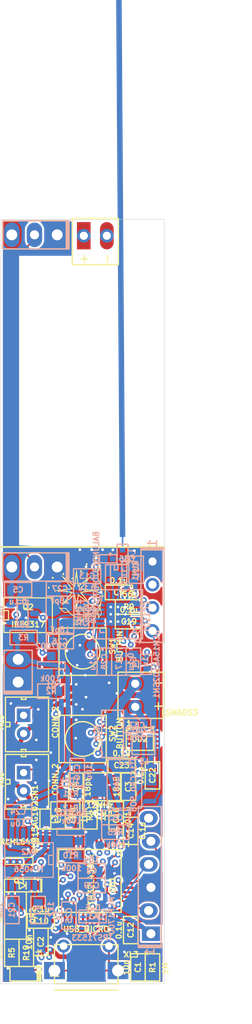
<source format=kicad_pcb>
(kicad_pcb (version 20190907) (host pcbnew "(5.99.0-323-gc4023637d)")
  (layers (0 "F.Cu" signal hide) (1 "In1.Cu" signal hide) (2 "In2.Cu" signal hide) (31 "B.Cu" signal) (36 "B.SilkS" user hide) (37 "F.SilkS" user) (38 "B.Mask" user hide) (39 "F.Mask" user hide) (44 "Edge.Cuts" user))
  (net 0 "")
  (net 1 "Net-(ANT1-Pad1)")
  (net 2 "GND")
  (net 3 "/RF1")
  (net 4 "/RF2")
  (net 5 "Net-(BLN1-Pad1)")
  (net 6 "Net-(C1-Pad2)")
  (net 7 "/5V_USB")
  (net 8 "Net-(C5-Pad1)")
  (net 9 "Net-(C6-Pad1)")
  (net 10 "/NPX_PWR")
  (net 11 "VCC")
  (net 12 "/MCU_VDDA")
  (net 13 "/5V_MID")
  (net 14 "/ACC_PWR")
  (net 15 "+BATT")
  (net 16 "PwrUnst")
  (net 17 "Net-(C34-Pad1)")
  (net 18 "Net-(C35-Pad1)")
  (net 19 "Net-(C36-Pad2)")
  (net 20 "+3v3")
  (net 21 "Net-(D4-PadA)")
  (net 22 "/IS_CHARGING")
  (net 23 "/DIN0")
  (net 24 "/NPX1_CTRL")
  (net 25 "Net-(DA2-Pad2)")
  (net 26 "/LED_CTRL1")
  (net 27 "Net-(DA2-Pad5)")
  (net 28 "Net-(DA2-Pad1)")
  (net 29 "/LED_CTRL2")
  (net 30 "/LED_CTRL3")
  (net 31 "/ACC_INT1")
  (net 32 "Net-(DD1-Pad4)")
  (net 33 "Net-(DD1-Pad6)")
  (net 34 "/BTN1")
  (net 35 "Net-(DD1-Pad11)")
  (net 36 "/NPX_PWR_EN")
  (net 37 "/CC_GDO0")
  (net 38 "/ADC_BAT")
  (net 39 "/ADC_BAT_EN")
  (net 40 "/ACC_CS")
  (net 41 "/ACC_SCK")
  (net 42 "/ACC_MISO")
  (net 43 "/ACC_MOSI")
  (net 44 "/USB_DM")
  (net 45 "/USB_DP")
  (net 46 "/SWDIO")
  (net 47 "/SWCLK")
  (net 48 "/CC_CS")
  (net 49 "/CC_SCK")
  (net 50 "/CC_MISO")
  (net 51 "/CC_MOSI")
  (net 52 "/UART_TX")
  (net 53 "/UART_RX")
  (net 54 "Net-(DD4-Pad17)")
  (net 55 "Net-(Q1-Pad3)")
  (net 56 "Net-(Q4-Pad3)")
  (net 57 "Net-(C37-Pad1)")
  (module "PCB:Oval3x1.5wHole0d9_x2" (layer "F.Cu") (at 146.8 71.2 90)
    (fp_text reference "XL10" hide)
    (fp_text value "CONN_2" hide)
    (fp_text user "+" (at -2.54 -1.27 90 unlocked) (layer "F.SilkS"))
    (fp_text user "-" (at -2.54 1.27 90 unlocked) (layer "F.SilkS"))
    (pad "2" thru_hole circle (at 0 1.27 90) (size 1.5 1.5) (drill 0.9) (layers *.Cu *.Mask) (net 27 "Net-(DA2-Pad5)"))
    (pad "1" thru_hole circle (at 0 -1.27 90) (size 1.5 1.5) (drill 0.9) (layers *.Cu *.Mask) (net 57 "Net-(C37-Pad1)"))
    (pad "1" smd rect (at 0 -1.27 90) (size 3 1.5) (layers "F.Cu" "F.Paste" "F.Mask") (net 57 "Net-(C37-Pad1)"))
    (pad "2" smd oval (at 0 1.27 90) (size 3 1.5) (layers "F.Cu" "F.Paste" "F.Mask") (net 27 "Net-(DA2-Pad5)"))
  )
  (module "Connectors:SLD_3_2D5" (layer "F.Cu") (at 140.1 71.1 180)
    (fp_text reference "XL9" hide)
    (fp_text value "CONN_3" hide)
    (pad "1" thru_hole rect (at -2.5 0 180) (size 1.7 2.7) (drill 1.2) (layers *.Cu *.Mask) (net 2 "GND"))
    (pad "2" thru_hole oval (at 0 0 180) (size 1.7 2.7) (drill 1) (layers *.Cu *.Mask) (net 23 "/DIN0"))
    (pad "3" thru_hole oval (at 2.5 0 180) (size 1.7 2.7) (drill 1.2) (layers *.Cu *.Mask) (net 10 "/NPX_PWR"))
  )
  (module "SOT:SOT323" (layer "B.Cu") (at 146.5 146.7 180)
    (fp_text reference "DA5" (at -0.05 1.65) (layer "B.SilkS") (effects (font (size 0.6 0.6)) (justify mirror)))
    (fp_text value "TPS71533" (at 0.05 -1.65) (layer "B.SilkS") (effects (font (size 0.6 0.6)) (justify mirror)))
    (pad "5" smd rect (at 1.04902 0.65024 180) (size 0.59944 0.29972) (layers "B.Cu" "B.Paste" "B.Mask") (net 20 "+3v3"))
    (pad "4" smd rect (at 1.04902 -0.65024 180) (size 0.59944 0.29972) (layers "B.Cu" "B.Paste" "B.Mask") (net 16 "PwrUnst"))
    (pad "3" smd rect (at -1.04902 -0.65024 180) (size 0.59944 0.29972) (layers "B.Cu" "B.Paste" "B.Mask"))
    (pad "2" smd rect (at -1.04902 0 180) (size 0.59944 0.29972) (layers "B.Cu" "B.Paste" "B.Mask") (net 2 "GND"))
    (pad "1" smd rect (at -1.04902 0.65024 180) (size 0.59944 0.29972) (layers "B.Cu" "B.Paste" "B.Mask"))
  )
  (module "Connectors:PLS-4" (layer "F.Cu") (at 153.1 107 -90)
    (fp_text reference "XL8" hide)
    (fp_text value "CONN_4" hide)
    (fp_text user "1" (at -2 0 90) (layer "F.SilkS"))
    (fp_text user "1" (at -2 0 90) (layer "B.SilkS") (effects (justify mirror)))
    (pad "4" thru_hole circle (at 7.62 0 270) (size 1.5 1.5) (drill 0.9) (layers *.Cu *.Mask) (net 26 "/LED_CTRL1"))
    (pad "3" thru_hole circle (at 5.08 0 270) (size 1.5 1.5) (drill 0.9) (layers *.Cu *.Mask) (net 29 "/LED_CTRL2"))
    (pad "2" thru_hole circle (at 2.54 0 270) (size 1.5 1.5) (drill 0.9) (layers *.Cu *.Mask) (net 30 "/LED_CTRL3"))
    (pad "1" thru_hole rect (at 0 0 270) (size 1.5 1.5) (drill 0.9) (layers *.Cu *.Mask) (net 2 "GND"))
  )
  (module "SO_DIL_TSSOP:SO8_150MIL" (layer "F.Cu") (at 139.4 112.9)
    (fp_text reference "Q2" (at 0 -0.889) (layer "F.SilkS") (effects (font (size 0.6 0.6))))
    (fp_text value "IRF9317" (at 0 1.016) (layer "F.SilkS") (effects (font (size 0.6 0.6))))
    (pad "4" smd oval (at 1.905 2.794) (size 0.508 1.50114) (layers "F.Cu" "F.Paste" "F.Mask") (net 55 "Net-(Q1-Pad3)"))
    (pad "3" smd oval (at 0.635 2.794) (size 0.508 1.50114) (layers "F.Cu" "F.Paste" "F.Mask") (net 15 "+BATT"))
    (pad "2" smd oval (at -0.635 2.794) (size 0.508 1.50114) (layers "F.Cu" "F.Paste" "F.Mask") (net 15 "+BATT"))
    (pad "5" smd oval (at 1.905 -2.794) (size 0.508 1.50114) (layers "F.Cu" "F.Paste" "F.Mask") (net 10 "/NPX_PWR"))
    (pad "6" smd oval (at 0.635 -2.794) (size 0.508 1.50114) (layers "F.Cu" "F.Paste" "F.Mask") (net 10 "/NPX_PWR"))
    (pad "7" smd oval (at -0.635 -2.794) (size 0.508 1.50114) (layers "F.Cu" "F.Paste" "F.Mask") (net 10 "/NPX_PWR"))
    (pad "1" smd rect (at -1.905 2.794) (size 0.508 1.50114) (layers "F.Cu" "F.Paste" "F.Mask") (net 15 "+BATT"))
    (pad "8" smd oval (at -1.905 -2.794) (size 0.508 1.50114) (layers "F.Cu" "F.Paste" "F.Mask") (net 10 "/NPX_PWR"))
  )
  (module "Connectors:PLS-6_LOCK" (layer "F.Cu") (at 152.8 147.9 90)
    (fp_text reference "XL1" hide)
    (fp_text value "CONN_6" hide)
    (fp_text user "1" (at -2 0 90) (layer "F.SilkS"))
    (fp_text user "1" (at -2 0 90) (layer "B.SilkS") (effects (justify mirror)))
    (pad "1" thru_hole rect (at 0 0.127 90) (size 1.6 2) (drill 1) (layers *.Cu *.Mask) (net 20 "+3v3"))
    (pad "2" thru_hole oval (at 2.54 -0.127 90) (size 1.6 2) (drill 1) (layers *.Cu *.Mask) (net 47 "/SWCLK"))
    (pad "3" thru_hole oval (at 5.08 0.127 90) (size 1.6 2) (drill 1) (layers *.Cu *.Mask) (net 2 "GND"))
    (pad "4" thru_hole oval (at 7.62 -0.127 90) (size 1.6 2) (drill 1) (layers *.Cu *.Mask) (net 46 "/SWDIO"))
    (pad "5" thru_hole oval (at 10.16 0.127 90) (size 1.6 2) (drill 1) (layers *.Cu *.Mask) (net 52 "/UART_TX"))
    (pad "6" thru_hole oval (at 12.7 -0.127 90) (size 1.6 2) (drill 1) (layers *.Cu *.Mask) (net 53 "/UART_RX"))
  )
  (module "Quartz:03225C4" (layer "B.Cu") (at 142.9 112.85 90)
    (fp_text reference "XTAL2" (at 0 2.921 270) (layer "B.SilkS") (effects (font (size 0.59944 0.59944) (thickness 0.14986)) (justify mirror)))
    (fp_text value "27MHz" (at 0.254 2.032 270) (layer "B.SilkS") (effects (font (size 0.59944 0.59944) (thickness 0.14986)) (justify mirror)))
    (pad "1" smd rect (at -1.1 -0.8 90) (size 1.4 1) (layers "B.Cu" "B.Paste" "B.Mask") (net 17 "Net-(C34-Pad1)"))
    (pad "H" smd rect (at 1.1 -0.8 90) (size 1.4 1) (layers "B.Cu" "B.Paste" "B.Mask") (net 2 "GND"))
    (pad "2" smd rect (at 1.1 0.8 90) (size 1.4 1) (layers "B.Cu" "B.Paste" "B.Mask") (net 18 "Net-(C35-Pad1)"))
    (pad "H" smd rect (at -1.1 0.8 90) (size 1.4 1) (layers "B.Cu" "B.Paste" "B.Mask") (net 2 "GND"))
  )
  (module "Quartz:03225C4" (layer "F.Cu") (at 147.55 131.75 180)
    (fp_text reference "XTAL1" (at 0 -2.921) (layer "F.SilkS") (effects (font (size 0.59944 0.59944) (thickness 0.14986))))
    (fp_text value "12MHz" (at 0.254 -2.032) (layer "F.SilkS") (effects (font (size 0.59944 0.59944) (thickness 0.14986))))
    (pad "1" smd rect (at -1.1 0.8 180) (size 1.4 1) (layers "F.Cu" "F.Paste" "F.Mask") (net 8 "Net-(C5-Pad1)"))
    (pad "H" smd rect (at 1.1 0.8 180) (size 1.4 1) (layers "F.Cu" "F.Paste" "F.Mask") (net 2 "GND"))
    (pad "2" smd rect (at 1.1 -0.8 180) (size 1.4 1) (layers "F.Cu" "F.Paste" "F.Mask") (net 9 "Net-(C6-Pad1)"))
    (pad "H" smd rect (at -1.1 -0.8 180) (size 1.4 1) (layers "F.Cu" "F.Paste" "F.Mask") (net 2 "GND"))
  )
  (module "PCB:Oval3x1.5wHole0d9_x2" (layer "F.Cu") (at 151.2 121.7 180)
    (fp_text reference "XL7" hide)
    (fp_text value "CONN_2" hide)
    (fp_text user "+" (at -2.54 -1.27 180 unlocked) (layer "F.SilkS"))
    (fp_text user "-" (at -2.54 1.27 180 unlocked) (layer "F.SilkS"))
    (pad "2" thru_hole circle (at 0 1.27 180) (size 1.5 1.5) (drill 0.9) (layers *.Cu *.Mask) (net 27 "Net-(DA2-Pad5)"))
    (pad "1" thru_hole circle (at 0 -1.27 180) (size 1.5 1.5) (drill 0.9) (layers *.Cu *.Mask) (net 57 "Net-(C37-Pad1)"))
    (pad "1" smd rect (at 0 -1.27 180) (size 3 1.5) (layers "F.Cu" "F.Paste" "F.Mask") (net 57 "Net-(C37-Pad1)"))
    (pad "2" smd oval (at 0 1.27 180) (size 3 1.5) (layers "F.Cu" "F.Paste" "F.Mask") (net 27 "Net-(DA2-Pad5)"))
  )
  (module "Connectors:WB-02(MW-2M)" (layer "F.Cu") (at 138.9 131.2 -90)
    (fp_text reference "XL6" (at -0.25 2.5 90) (layer "F.SilkS") (effects (font (size 0.6 0.6))))
    (fp_text value "CONN_2" (at -0.25 -3.5 90) (layer "F.SilkS") (effects (font (size 0.6 0.6))))
    (pad "2" thru_hole circle (at 1 0 270) (size 1.5 1.5) (drill 0.8) (layers *.Cu *.Mask) (net 20 "+3v3"))
    (pad "1" thru_hole rect (at -1 0 270) (size 1.5 1.5) (drill 0.8) (layers *.Cu *.Mask) (net 35 "Net-(DD1-Pad11)"))
  )
  (module "Connectors:WB-02(MW-2M)" (layer "F.Cu") (at 138.9 124.9 -90)
    (fp_text reference "XL5" (at -0.25 2.5 90) (layer "F.SilkS") (effects (font (size 0.6 0.6))))
    (fp_text value "CONN_2" (at -0.25 -3.5 90) (layer "F.SilkS") (effects (font (size 0.6 0.6))))
    (pad "2" thru_hole circle (at 1 0 270) (size 1.5 1.5) (drill 0.8) (layers *.Cu *.Mask) (net 20 "+3v3"))
    (pad "1" thru_hole rect (at -1 0 270) (size 1.5 1.5) (drill 0.8) (layers *.Cu *.Mask) (net 34 "/BTN1"))
  )
  (module "Connectors:SLD_3_2D5" (layer "F.Cu") (at 140.1 107.6 180)
    (fp_text reference "XL4" hide)
    (fp_text value "CONN_3" hide)
    (pad "1" thru_hole rect (at -2.5 0 180) (size 1.7 2.7) (drill 1.2) (layers *.Cu *.Mask) (net 2 "GND"))
    (pad "2" thru_hole oval (at 0 0 180) (size 1.7 2.7) (drill 1) (layers *.Cu *.Mask) (net 23 "/DIN0"))
    (pad "3" thru_hole oval (at 2.5 0 180) (size 1.7 2.7) (drill 1.2) (layers *.Cu *.Mask) (net 10 "/NPX_PWR"))
  )
  (module "Connectors:USBmicro_MOLEX_1050170001" (layer "F.Cu") (at 145.8 153.4)
    (fp_text reference "XL3" (at 4.95 -3.2) (layer "F.SilkS") (effects (font (size 0.6 0.6))))
    (fp_text value "USB_MICRO" (at 0 -6) (layer "F.SilkS") (effects (font (size 0.6 0.6))))
    (pad "H1" thru_hole circle (at -2.5 -4.15) (size 1.45 1.45) (drill 0.85) (layers *.Cu *.Mask) (net 6 "Net-(C1-Pad2)"))
    (pad "H4" thru_hole circle (at 2.5 -4.15) (size 1.45 1.45) (drill 0.85) (layers *.Cu *.Mask) (net 6 "Net-(C1-Pad2)"))
    (pad "1" smd rect (at -1.3 -4.15) (size 0.4 1.35) (layers "F.Cu" "F.Paste" "F.Mask") (net 7 "/5V_USB"))
    (pad "2" smd rect (at -0.65 -4.15) (size 0.4 1.35) (layers "F.Cu" "F.Paste" "F.Mask") (net 44 "/USB_DM"))
    (pad "3" smd rect (at 0 -4.15) (size 0.4 1.35) (layers "F.Cu" "F.Paste" "F.Mask") (net 45 "/USB_DP"))
    (pad "4" smd rect (at 0.65 -4.15) (size 0.4 1.35) (layers "F.Cu" "F.Paste" "F.Mask") (net 2 "GND"))
    (pad "5" smd rect (at 1.3 -4.15) (size 0.4 1.35) (layers "F.Cu" "F.Paste" "F.Mask") (net 2 "GND"))
    (pad "H2" smd rect (at -1 -1.45) (size 1.5 1.9) (layers "F.Cu" "F.Paste" "F.Mask") (net 6 "Net-(C1-Pad2)"))
    (pad "H3" smd rect (at 1 -1.45) (size 1.5 1.9) (layers "F.Cu" "F.Paste" "F.Mask") (net 6 "Net-(C1-Pad2)"))
    (pad "H1" thru_hole rect (at -3.5 -1.45) (size 2.3 1.9) (drill 1.3) (layers *.Cu *.Mask) (net 6 "Net-(C1-Pad2)"))
    (pad "H4" thru_hole rect (at 3.5 -1.45) (size 2.3 1.9) (drill 1.3) (layers *.Cu *.Mask) (net 6 "Net-(C1-Pad2)"))
  )
  (module "Connectors:SLD_2_2D5" (layer "F.Cu") (at 138.3 119 90)
    (fp_text reference "XL2" hide)
    (fp_text value "CONN_2" hide)
    (pad "1" thru_hole rect (at -1.25 0 90) (size 1.7 2.7) (drill 1.2) (layers *.Cu *.Mask) (net 2 "GND"))
    (pad "2" thru_hole oval (at 1.25 0 90) (size 1.7 2.7) (drill 1.2) (layers *.Cu *.Mask) (net 15 "+BATT"))
  )
  (module "PCB:TESTPOINT_1MM" (layer "B.Cu") (at 146.3 116.2)
    (fp_text reference "TP2" hide)
    (fp_text value "TESTPOINT" hide)
    (pad "1" smd circle (at 0 0) (size 1 1) (layers "B.Cu" "B.Mask") (net 37 "/CC_GDO0"))
  )
  (module "PCB:TESTPOINT_1MM" (layer "B.Cu") (at 147.3 138.2)
    (fp_text reference "TP1" hide)
    (fp_text value "TESTPOINT" hide)
    (pad "1" smd circle (at 0 0) (size 1 1) (layers "B.Cu" "B.Mask") (net 32 "Net-(DD1-Pad4)"))
  )
  (module "BtnsSwitches:BTN_4x4_SMD" (layer "F.Cu") (at 145.4 126.5 90)
    (fp_text reference "SW2" (at 0.6 3.3 90) (layer "F.SilkS") (effects (font (size 0.59944 0.59944) (thickness 0.14986))))
    (fp_text value "BUTTON" (at 0.6 4.1 90) (layer "F.SilkS") (effects (font (size 0.59944 0.59944) (thickness 0.14986))))
    (pad "1" smd rect (at -3 -1.85 90) (size 1 1.1) (layers "F.Cu" "F.Paste" "F.Mask") (net 35 "Net-(DD1-Pad11)"))
    (pad "2" smd rect (at -3 1.85 90) (size 1 1.1) (layers "F.Cu" "F.Paste" "F.Mask") (net 20 "+3v3"))
    (pad "2" smd rect (at 3 1.85 90) (size 1 1.1) (layers "F.Cu" "F.Paste" "F.Mask") (net 20 "+3v3"))
    (pad "1" smd rect (at 3 -1.85 90) (size 1 1.1) (layers "F.Cu" "F.Paste" "F.Mask") (net 35 "Net-(DD1-Pad11)"))
  )
  (module "BtnsSwitches:BTN_4x4_SMD" (layer "F.Cu") (at 145.4 116.9 90)
    (fp_text reference "SW1" (at 0.6 3.3 90) (layer "F.SilkS") (effects (font (size 0.59944 0.59944) (thickness 0.14986))))
    (fp_text value "BUTTON" (at 0.6 4.1 90) (layer "F.SilkS") (effects (font (size 0.59944 0.59944) (thickness 0.14986))))
    (pad "1" smd rect (at -3 -1.85 90) (size 1 1.1) (layers "F.Cu" "F.Paste" "F.Mask") (net 34 "/BTN1"))
    (pad "2" smd rect (at -3 1.85 90) (size 1 1.1) (layers "F.Cu" "F.Paste" "F.Mask") (net 20 "+3v3"))
    (pad "2" smd rect (at 3 1.85 90) (size 1 1.1) (layers "F.Cu" "F.Paste" "F.Mask") (net 20 "+3v3"))
    (pad "1" smd rect (at 3 -1.85 90) (size 1 1.1) (layers "F.Cu" "F.Paste" "F.Mask") (net 34 "/BTN1"))
  )
  (module "Resistors:RES_0603" (layer "F.Cu") (at 139.2 150 90)
    (fp_text reference "R19" (at 0 0 90) (layer "F.SilkS") (effects (font (size 0.6 0.6))))
    (fp_text value "1k" (at -0.1 1.4 90) (layer "F.SilkS") (effects (font (size 0.6 0.6))))
    (pad "1" smd rect (at -0.75 0 90) (size 0.9 1) (layers "F.Cu" "F.Paste" "F.Mask") (net 21 "Net-(D4-PadA)"))
    (pad "2" smd rect (at 0.75 0 90) (size 0.9 1) (layers "F.Cu" "F.Paste" "F.Mask") (net 7 "/5V_USB"))
  )
  (module "Resistors:RES_1206" (layer "B.Cu") (at 148.706 125.935 -90)
    (fp_text reference "R16" (at -0.127 1.7145 90) (layer "B.SilkS") (effects (font (size 0.6 0.6)) (justify mirror)))
    (fp_text value "0R1" (at 0 -1.89992 90) (layer "B.SilkS") (effects (font (size 0.6 0.6)) (justify mirror)))
    (pad "2" smd rect (at 1.524 0 270) (size 1.524 1.778) (layers "B.Cu" "B.Paste" "B.Mask") (net 2 "GND"))
    (pad "1" smd rect (at -1.524 0 270) (size 1.524 1.778) (layers "B.Cu" "B.Paste" "B.Mask") (net 27 "Net-(DA2-Pad5)"))
  )
  (module "Resistors:RES_0603" (layer "B.Cu") (at 149.006 136.735 180)
    (fp_text reference "R13" (at 0 0) (layer "B.SilkS") (effects (font (size 0.6 0.6)) (justify mirror)))
    (fp_text value "100k" (at -0.1 -1.4) (layer "B.SilkS") (effects (font (size 0.6 0.6)) (justify mirror)))
    (pad "1" smd rect (at -0.75 0 180) (size 0.9 1) (layers "B.Cu" "B.Paste" "B.Mask") (net 26 "/LED_CTRL1"))
    (pad "2" smd rect (at 0.75 0 180) (size 0.9 1) (layers "B.Cu" "B.Paste" "B.Mask") (net 2 "GND"))
  )
  (module "Resistors:RES_0603" (layer "B.Cu") (at 144.1 134.1 180)
    (fp_text reference "R12" (at 0 0) (layer "B.SilkS") (effects (font (size 0.6 0.6)) (justify mirror)))
    (fp_text value "100k" (at -0.1 -1.4) (layer "B.SilkS") (effects (font (size 0.6 0.6)) (justify mirror)))
    (pad "1" smd rect (at -0.75 0 180) (size 0.9 1) (layers "B.Cu" "B.Paste" "B.Mask") (net 38 "/ADC_BAT"))
    (pad "2" smd rect (at 0.75 0 180) (size 0.9 1) (layers "B.Cu" "B.Paste" "B.Mask") (net 56 "Net-(Q4-Pad3)"))
  )
  (module "Resistors:RES_0603" (layer "B.Cu") (at 144.1 132.5)
    (fp_text reference "R11" (at 0 0) (layer "B.SilkS") (effects (font (size 0.6 0.6)) (justify mirror)))
    (fp_text value "100k" (at -0.1 -1.4) (layer "B.SilkS") (effects (font (size 0.6 0.6)) (justify mirror)))
    (pad "1" smd rect (at -0.75 0) (size 0.9 1) (layers "B.Cu" "B.Paste" "B.Mask") (net 15 "+BATT"))
    (pad "2" smd rect (at 0.75 0) (size 0.9 1) (layers "B.Cu" "B.Paste" "B.Mask") (net 38 "/ADC_BAT"))
  )
  (module "Resistors:RES_0603" (layer "B.Cu") (at 144.1 139.3 180)
    (fp_text reference "R10" (at 0 0) (layer "B.SilkS") (effects (font (size 0.6 0.6)) (justify mirror)))
    (fp_text value "100k" (at -0.1 -1.4) (layer "B.SilkS") (effects (font (size 0.6 0.6)) (justify mirror)))
    (pad "1" smd rect (at -0.75 0 180) (size 0.9 1) (layers "B.Cu" "B.Paste" "B.Mask") (net 39 "/ADC_BAT_EN"))
    (pad "2" smd rect (at 0.75 0 180) (size 0.9 1) (layers "B.Cu" "B.Paste" "B.Mask") (net 2 "GND"))
  )
  (module "Resistors:RES_0603" (layer "F.Cu") (at 150.5 112 180)
    (fp_text reference "R9" (at 0 0) (layer "F.SilkS") (effects (font (size 0.6 0.6))))
    (fp_text value "56k" (at -0.1 1.4) (layer "F.SilkS") (effects (font (size 0.6 0.6))))
    (pad "1" smd rect (at -0.75 0 180) (size 0.9 1) (layers "F.Cu" "F.Paste" "F.Mask") (net 54 "Net-(DD4-Pad17)"))
    (pad "2" smd rect (at 0.75 0 180) (size 0.9 1) (layers "F.Cu" "F.Paste" "F.Mask") (net 2 "GND"))
  )
  (module "Resistors:RES_0603" (layer "B.Cu") (at 140.5 145.3 -90)
    (fp_text reference "R7" (at 0 0 90) (layer "B.SilkS") (effects (font (size 0.6 0.6)) (justify mirror)))
    (fp_text value "1k2" (at -0.1 -1.4 90) (layer "B.SilkS") (effects (font (size 0.6 0.6)) (justify mirror)))
    (pad "1" smd rect (at -0.75 0 270) (size 0.9 1) (layers "B.Cu" "B.Paste" "B.Mask") (net 25 "Net-(DA2-Pad2)"))
    (pad "2" smd rect (at 0.75 0 270) (size 0.9 1) (layers "B.Cu" "B.Paste" "B.Mask") (net 2 "GND"))
  )
  (module "Resistors:RES_1206" (layer "F.Cu") (at 138 145.9 90)
    (fp_text reference "R6" (at -0.127 -1.7145 90) (layer "F.SilkS") (effects (font (size 0.6 0.6))))
    (fp_text value "0R2" (at 0 1.89992 90) (layer "F.SilkS") (effects (font (size 0.6 0.6))))
    (pad "2" smd rect (at 1.524 0 90) (size 1.524 1.778) (layers "F.Cu" "F.Paste" "F.Mask") (net 13 "/5V_MID"))
    (pad "1" smd rect (at -1.524 0 90) (size 1.524 1.778) (layers "F.Cu" "F.Paste" "F.Mask") (net 7 "/5V_USB"))
  )
  (module "Resistors:RES_0603" (layer "F.Cu") (at 137.6 150 -90)
    (fp_text reference "R5" (at 0 0 90) (layer "F.SilkS") (effects (font (size 0.6 0.6))))
    (fp_text value "10k" (at -0.1 1.4 90) (layer "F.SilkS") (effects (font (size 0.6 0.6))))
    (pad "1" smd rect (at -0.75 0 270) (size 0.9 1) (layers "F.Cu" "F.Paste" "F.Mask") (net 7 "/5V_USB"))
    (pad "2" smd rect (at 0.75 0 270) (size 0.9 1) (layers "F.Cu" "F.Paste" "F.Mask") (net 2 "GND"))
  )
  (module "Resistors:RES_0603" (layer "F.Cu") (at 146.2 134.9 90)
    (fp_text reference "R4" (at 0 0 90) (layer "F.SilkS") (effects (font (size 0.6 0.6))))
    (fp_text value "1k" (at -0.1 1.4 90) (layer "F.SilkS") (effects (font (size 0.6 0.6))))
    (pad "1" smd rect (at -0.75 0 90) (size 0.9 1) (layers "F.Cu" "F.Paste" "F.Mask") (net 33 "Net-(DD1-Pad6)"))
    (pad "2" smd rect (at 0.75 0 90) (size 0.9 1) (layers "F.Cu" "F.Paste" "F.Mask") (net 9 "Net-(C6-Pad1)"))
  )
  (module "Resistors:RES_0603" (layer "B.Cu") (at 138.9 115.35)
    (fp_text reference "R3" (at 0 0 180) (layer "B.SilkS") (effects (font (size 0.6 0.6)) (justify mirror)))
    (fp_text value "10k" (at -0.1 -1.4 180) (layer "B.SilkS") (effects (font (size 0.6 0.6)) (justify mirror)))
    (pad "1" smd rect (at -0.75 0) (size 0.9 1) (layers "B.Cu" "B.Paste" "B.Mask") (net 15 "+BATT"))
    (pad "2" smd rect (at 0.75 0) (size 0.9 1) (layers "B.Cu" "B.Paste" "B.Mask") (net 55 "Net-(Q1-Pad3)"))
  )
  (module "Resistors:RES_0603" (layer "B.Cu") (at 141.95 121.25)
    (fp_text reference "R2" (at 0 0) (layer "B.SilkS") (effects (font (size 0.6 0.6)) (justify mirror)))
    (fp_text value "100k" (at -0.1 -1.4) (layer "B.SilkS") (effects (font (size 0.6 0.6)) (justify mirror)))
    (pad "1" smd rect (at -0.75 0) (size 0.9 1) (layers "B.Cu" "B.Paste" "B.Mask") (net 2 "GND"))
    (pad "2" smd rect (at 0.75 0) (size 0.9 1) (layers "B.Cu" "B.Paste" "B.Mask") (net 36 "/NPX_PWR_EN"))
  )
  (module "Resistors:RES_0603" (layer "F.Cu") (at 153.1 151.6 90)
    (fp_text reference "R1" (at 0 0 90) (layer "F.SilkS") (effects (font (size 0.6 0.6))))
    (fp_text value "1M" (at -0.1 1.4 90) (layer "F.SilkS") (effects (font (size 0.6 0.6))))
    (pad "1" smd rect (at -0.75 0 90) (size 0.9 1) (layers "F.Cu" "F.Paste" "F.Mask") (net 6 "Net-(C1-Pad2)"))
    (pad "2" smd rect (at 0.75 0 90) (size 0.9 1) (layers "F.Cu" "F.Paste" "F.Mask") (net 2 "GND"))
  )
  (module "SOT:SOT23-3" (layer "B.Cu") (at 144.1 136.7)
    (fp_text reference "Q4" (at 0 2.159) (layer "B.SilkS") (effects (font (size 0.6 0.6)) (justify mirror)))
    (fp_text value "2N7002" (at 0 -2.10058) (layer "B.SilkS") (effects (font (size 0.59944 0.59944) (thickness 0.14986)) (justify mirror)))
    (pad "3" smd rect (at 0 -1.016) (size 0.9144 0.9144) (layers "B.Cu" "B.Paste" "B.Mask") (net 56 "Net-(Q4-Pad3)"))
    (pad "1" smd rect (at 0.889 1.016) (size 0.9144 0.9144) (layers "B.Cu" "B.Paste" "B.Mask") (net 39 "/ADC_BAT_EN"))
    (pad "2" smd rect (at -0.889 1.016) (size 0.9144 0.9144) (layers "B.Cu" "B.Paste" "B.Mask") (net 2 "GND"))
  )
  (module "SOT:SOT23-3" (layer "F.Cu") (at 138.4 139.9 180)
    (fp_text reference "Q3" (at 0 -2.159) (layer "F.SilkS") (effects (font (size 0.6 0.6))))
    (fp_text value "IRLML6401" (at 0 2.10058) (layer "F.SilkS") (effects (font (size 0.59944 0.59944) (thickness 0.14986))))
    (pad "3" smd rect (at 0 1.016 180) (size 0.9144 0.9144) (layers "F.Cu" "F.Paste" "F.Mask") (net 15 "+BATT"))
    (pad "1" smd rect (at 0.889 -1.016 180) (size 0.9144 0.9144) (layers "F.Cu" "F.Paste" "F.Mask") (net 7 "/5V_USB"))
    (pad "2" smd rect (at -0.889 -1.016 180) (size 0.9144 0.9144) (layers "F.Cu" "F.Paste" "F.Mask") (net 16 "PwrUnst"))
  )
  (module "SOT:SOT23-3" (layer "B.Cu") (at 141.95 118.4)
    (fp_text reference "Q1" (at 0 2.159) (layer "B.SilkS") (effects (font (size 0.6 0.6)) (justify mirror)))
    (fp_text value "2N7002" (at 0 -2.10058) (layer "B.SilkS") (effects (font (size 0.59944 0.59944) (thickness 0.14986)) (justify mirror)))
    (pad "3" smd rect (at 0 -1.016) (size 0.9144 0.9144) (layers "B.Cu" "B.Paste" "B.Mask") (net 55 "Net-(Q1-Pad3)"))
    (pad "1" smd rect (at 0.889 1.016) (size 0.9144 0.9144) (layers "B.Cu" "B.Paste" "B.Mask") (net 36 "/NPX_PWR_EN"))
    (pad "2" smd rect (at -0.889 1.016) (size 0.9144 0.9144) (layers "B.Cu" "B.Paste" "B.Mask") (net 2 "GND"))
  )
  (module "Pictures:Ostranna_8x8" (layer "F.Cu") (at 144.8 110.2 90)
    (fp_text reference "Logo1" hide)
    (fp_text value "Logo" hide)
  )
  (module "Inductors:IND_SRN2512" (layer "B.Cu") (at 152.1 127.2)
    (fp_text reference "L5" (at 0.05 1.75) (layer "B.SilkS") (effects (font (size 0.6 0.6)) (justify mirror)))
    (fp_text value "2.2uH" (at 0.05 -1.75) (layer "B.SilkS") (effects (font (size 0.6 0.6)) (justify mirror)))
    (pad "2" smd rect (at 0.925 0) (size 1.05 2.4) (layers "B.Cu" "B.Paste" "B.Mask") (net 28 "Net-(DA2-Pad1)"))
    (pad "1" smd rect (at -0.925 0) (size 1.05 2.4) (layers "B.Cu" "B.Paste" "B.Mask") (net 57 "Net-(C37-Pad1)"))
  )
  (module "Inductors:IND_0402" (layer "B.Cu") (at 149.8 106.2 90)
    (fp_text reference "L4" (at 0 1.1 270) (layer "B.SilkS") (effects (font (size 0.6 0.6)) (justify mirror)))
    (fp_text value "*" (at 0 -1.15 270) (layer "B.SilkS") (effects (font (size 0.6 0.6)) (justify mirror)))
    (pad "2" smd rect (at 0.5 0 90) (size 0.6 0.6) (layers "B.Cu" "B.Paste" "B.Mask") (net 1 "Net-(ANT1-Pad1)"))
    (pad "1" smd rect (at -0.5 0 90) (size 0.6 0.6) (layers "B.Cu" "B.Paste" "B.Mask") (net 5 "Net-(BLN1-Pad1)"))
  )
  (module "Inductors:IND_0402" (layer "F.Cu") (at 141.3 135.3 -90)
    (fp_text reference "L3" (at 0 -1.1 -90) (layer "F.SilkS") (effects (font (size 0.6 0.6))))
    (fp_text value "BLM15AG102SN1" (at 0 1.15 -90) (layer "F.SilkS") (effects (font (size 0.6 0.6))))
    (pad "2" smd rect (at 0.5 0 270) (size 0.6 0.6) (layers "F.Cu" "F.Paste" "F.Mask") (net 12 "/MCU_VDDA"))
    (pad "1" smd rect (at -0.5 0 270) (size 0.6 0.6) (layers "F.Cu" "F.Paste" "F.Mask") (net 20 "+3v3"))
  )
  (module "Inductors:IND_0402" (layer "B.Cu") (at 152.4 118.3 -90)
    (fp_text reference "L1" (at 0 1.1 -90) (layer "B.SilkS") (effects (font (size 0.6 0.6)) (justify mirror)))
    (fp_text value "BLM15AG102SN1" (at 0 -1.15 -90) (layer "B.SilkS") (effects (font (size 0.6 0.6)) (justify mirror)))
    (pad "2" smd rect (at 0.5 0 270) (size 0.6 0.6) (layers "B.Cu" "B.Paste" "B.Mask") (net 20 "+3v3"))
    (pad "1" smd rect (at -0.5 0 270) (size 0.6 0.6) (layers "B.Cu" "B.Paste" "B.Mask") (net 11 "VCC"))
  )
  (module "QFN_DFN:QFN20" (layer "B.Cu") (at 149.3 112.8 90)
    (fp_text reference "DD3" (at -0.05 -3.2 270) (layer "B.SilkS") (effects (font (size 0.6 0.6)) (justify mirror)))
    (fp_text value "CC1101" (at -0.3 3.2 270) (layer "B.SilkS") (effects (font (size 0.6 0.6)) (justify mirror)))
    (fp_text user "1" (at -3.04 2.1 270) (layer "B.SilkS") (effects (font (size 0.6 0.6)) (justify mirror)))
    (pad "PAD" thru_hole rect (at 0.8 -0.8 90) (size 0.8 0.8) (drill 0.3) (layers *.Cu "B.Mask") (net 2 "GND"))
    (pad "PAD" thru_hole rect (at 0 -0.8 90) (size 0.8 0.8) (drill 0.3) (layers *.Cu "B.Mask") (net 2 "GND"))
    (pad "PAD" thru_hole rect (at -0.8 -0.8 90) (size 0.8 0.8) (drill 0.3) (layers *.Cu "B.Mask") (net 2 "GND"))
    (pad "PAD" thru_hole rect (at -0.8 0 90) (size 0.8 0.8) (drill 0.3) (layers *.Cu "B.Mask") (net 2 "GND"))
    (pad "PAD" thru_hole rect (at -0.8 0.8 90) (size 0.8 0.8) (drill 0.3) (layers *.Cu "B.Mask") (net 2 "GND"))
    (pad "PAD" thru_hole rect (at 0.8 0.8 90) (size 0.8 0.8) (drill 0.3) (layers *.Cu "B.Mask") (net 2 "GND"))
    (pad "PAD" thru_hole rect (at 0 0.8 90) (size 0.8 0.8) (drill 0.3) (layers *.Cu "B.Mask") (net 2 "GND"))
    (pad "PAD" thru_hole rect (at 0.8 0 90) (size 0.8 0.8) (drill 0.3) (layers *.Cu "B.Mask") (net 2 "GND"))
    (pad "PAD" thru_hole rect (at 0 0 90) (size 0.8 0.8) (drill 0.3) (layers *.Cu "B.Mask") (net 2 "GND"))
    (pad "20" smd oval (at -1 1.95) (size 1 0.28) (layers "B.Cu" "B.Mask") (net 51 "/CC_MOSI"))
    (pad "19" smd oval (at -0.5 1.95) (size 1 0.28) (layers "B.Cu" "B.Mask") (net 2 "GND"))
    (pad "18" smd oval (at 0 1.95) (size 1 0.28) (layers "B.Cu" "B.Mask") (net 11 "VCC"))
    (pad "17" smd oval (at 0.5 1.95) (size 1 0.28) (layers "B.Cu" "B.Mask") (net 54 "Net-(DD4-Pad17)"))
    (pad "16" smd oval (at 1 1.95) (size 1 0.28) (layers "B.Cu" "B.Mask") (net 2 "GND"))
    (pad "15" smd oval (at 1.95 1 270) (size 1 0.28) (layers "B.Cu" "B.Mask") (net 11 "VCC"))
    (pad "14" smd oval (at 1.95 0.5 270) (size 1 0.28) (layers "B.Cu" "B.Mask") (net 11 "VCC"))
    (pad "13" smd oval (at 1.95 0 270) (size 1 0.28) (layers "B.Cu" "B.Mask") (net 4 "/RF2"))
    (pad "12" smd oval (at 1.95 -0.5 270) (size 1 0.28) (layers "B.Cu" "B.Mask") (net 3 "/RF1"))
    (pad "11" smd oval (at 1.95 -1 270) (size 1 0.28) (layers "B.Cu" "B.Mask") (net 11 "VCC"))
    (pad "10" smd oval (at 1 -1.95) (size 1 0.28) (layers "B.Cu" "B.Mask") (net 18 "Net-(C35-Pad1)"))
    (pad "9" smd oval (at 0.5 -1.95) (size 1 0.28) (layers "B.Cu" "B.Mask") (net 11 "VCC"))
    (pad "8" smd oval (at 0 -1.95) (size 1 0.28) (layers "B.Cu" "B.Mask") (net 17 "Net-(C34-Pad1)"))
    (pad "7" smd oval (at -0.5 -1.95) (size 1 0.28) (layers "B.Cu" "B.Mask") (net 48 "/CC_CS"))
    (pad "6" smd oval (at -1 -1.95) (size 1 0.28) (layers "B.Cu" "B.Mask") (net 37 "/CC_GDO0"))
    (pad "5" smd oval (at -1.95 -1 90) (size 1 0.28) (layers "B.Cu" "B.Mask") (net 19 "Net-(C36-Pad2)"))
    (pad "4" smd oval (at -1.95 -0.5 90) (size 1 0.28) (layers "B.Cu" "B.Mask") (net 11 "VCC"))
    (pad "3" smd oval (at -1.95 0 90) (size 1 0.28) (layers "B.Cu" "B.Mask"))
    (pad "2" smd oval (at -1.95 0.5 90) (size 1 0.28) (layers "B.Cu" "B.Mask") (net 50 "/CC_MISO"))
    (pad "1" smd rect (at -1.95 1 90) (size 1 0.28) (layers "B.Cu" "B.Mask") (net 49 "/CC_SCK"))
  )
  (module "LGA:14_3x2d5_p0d5" (layer "F.Cu") (at 151.7 126.5)
    (fp_text reference "DD2" (at 0 0) (layer "F.SilkS") (effects (font (size 0.6 0.6))))
    (fp_text value "LSM6DS3" (at 4.4 -2.9) (layer "F.SilkS") (effects (font (size 0.6 0.6))))
    (fp_text user "1" (at -1.2 -1.7) (layer "F.SilkS") (effects (font (size 0.6 0.6))))
    (pad "14" smd rect (at -0.5 -1.25 90) (size 1.2 0.25) (layers "F.Cu" "F.Paste" "F.Mask") (net 43 "/ACC_MOSI"))
    (pad "13" smd rect (at 0 -1.25 90) (size 1.2 0.25) (layers "F.Cu" "F.Paste" "F.Mask") (net 41 "/ACC_SCK"))
    (pad "12" smd rect (at 0.5 -1.25 90) (size 1.2 0.25) (layers "F.Cu" "F.Paste" "F.Mask") (net 40 "/ACC_CS"))
    (pad "11" smd rect (at 1.5 -0.75) (size 1.2 0.25) (layers "F.Cu" "F.Paste" "F.Mask"))
    (pad "10" smd rect (at 1.5 -0.25) (size 1.2 0.25) (layers "F.Cu" "F.Paste" "F.Mask"))
    (pad "9" smd rect (at 1.5 0.25) (size 1.2 0.25) (layers "F.Cu" "F.Paste" "F.Mask"))
    (pad "8" smd rect (at 1.5 0.75) (size 1.2 0.25) (layers "F.Cu" "F.Paste" "F.Mask") (net 14 "/ACC_PWR"))
    (pad "7" smd rect (at 0.5 1.25 90) (size 1.2 0.25) (layers "F.Cu" "F.Paste" "F.Mask") (net 2 "GND"))
    (pad "6" smd rect (at 0 1.25 90) (size 1.2 0.25) (layers "F.Cu" "F.Paste" "F.Mask") (net 2 "GND"))
    (pad "5" smd rect (at -0.5 1.25 90) (size 1.2 0.25) (layers "F.Cu" "F.Paste" "F.Mask") (net 14 "/ACC_PWR"))
    (pad "4" smd rect (at -1.5 0.75) (size 1.2 0.25) (layers "F.Cu" "F.Paste" "F.Mask") (net 31 "/ACC_INT1"))
    (pad "3" smd rect (at -1.5 0.25) (size 1.2 0.25) (layers "F.Cu" "F.Paste" "F.Mask") (net 2 "GND"))
    (pad "2" smd rect (at -1.5 -0.25) (size 1.2 0.25) (layers "F.Cu" "F.Paste" "F.Mask") (net 2 "GND"))
    (pad "1" smd rect (at -1.5 -0.75) (size 1.2 0.25) (layers "F.Cu" "F.Paste" "F.Mask") (net 42 "/ACC_MISO"))
  )
  (module "LQFP_TQFP:LQFP48" (layer "F.Cu") (at 146.2 142.1 -90)
    (fp_text reference "DD1" (at 0.39878 -2.499359 90) (layer "F.SilkS") (effects (font (size 0.59944 0.59944) (thickness 0.14986))))
    (fp_text value "STM32L433Cx" (at 0.141421 -0.141421 90) (layer "F.SilkS") (effects (font (size 0.59944 0.59944) (thickness 0.14986))))
    (fp_text user "1" (at -4.064 -3.81 90) (layer "F.SilkS"))
    (pad "1" smd rect (at -4.25 -2.75 270) (size 1.2 0.27) (layers "F.Cu" "F.Paste" "F.Mask") (net 20 "+3v3"))
    (pad "2" smd oval (at -4.25 -2.25 270) (size 1.2 0.27) (layers "F.Cu" "F.Paste" "F.Mask") (net 31 "/ACC_INT1"))
    (pad "3" smd oval (at -4.25 -1.75 270) (size 1.2 0.27) (layers "F.Cu" "F.Paste" "F.Mask"))
    (pad "4" smd oval (at -4.25 -1.25 270) (size 1.2 0.27) (layers "F.Cu" "F.Paste" "F.Mask") (net 32 "Net-(DD1-Pad4)"))
    (pad "5" smd oval (at -4.25 -0.75 270) (size 1.2 0.27) (layers "F.Cu" "F.Paste" "F.Mask") (net 8 "Net-(C5-Pad1)"))
    (pad "6" smd oval (at -4.25 -0.25 270) (size 1.2 0.27) (layers "F.Cu" "F.Paste" "F.Mask") (net 33 "Net-(DD1-Pad6)"))
    (pad "7" smd oval (at -4.25 0.25 270) (size 1.2 0.27) (layers "F.Cu" "F.Paste" "F.Mask"))
    (pad "8" smd oval (at -4.25 0.75 270) (size 1.2 0.27) (layers "F.Cu" "F.Paste" "F.Mask") (net 2 "GND"))
    (pad "9" smd oval (at -4.25 1.25 270) (size 1.2 0.27) (layers "F.Cu" "F.Paste" "F.Mask") (net 12 "/MCU_VDDA"))
    (pad "10" smd oval (at -4.25 1.75 270) (size 1.2 0.27) (layers "F.Cu" "F.Paste" "F.Mask") (net 34 "/BTN1"))
    (pad "11" smd oval (at -4.25 2.25 270) (size 1.2 0.27) (layers "F.Cu" "F.Paste" "F.Mask") (net 35 "Net-(DD1-Pad11)"))
    (pad "12" smd oval (at -4.25 2.75 270) (size 1.2 0.27) (layers "F.Cu" "F.Paste" "F.Mask") (net 22 "/IS_CHARGING"))
    (pad "13" smd oval (at -2.75 4.25) (size 1.2 0.27) (layers "F.Cu" "F.Paste" "F.Mask"))
    (pad "14" smd oval (at -2.25 4.25) (size 1.2 0.27) (layers "F.Cu" "F.Paste" "F.Mask"))
    (pad "15" smd oval (at -1.75 4.25) (size 1.2 0.27) (layers "F.Cu" "F.Paste" "F.Mask"))
    (pad "16" smd oval (at -1.25 4.25) (size 1.2 0.27) (layers "F.Cu" "F.Paste" "F.Mask") (net 36 "/NPX_PWR_EN"))
    (pad "17" smd oval (at -0.75 4.25) (size 1.2 0.27) (layers "F.Cu" "F.Paste" "F.Mask") (net 24 "/NPX1_CTRL"))
    (pad "18" smd oval (at -0.25 4.25) (size 1.2 0.27) (layers "F.Cu" "F.Paste" "F.Mask") (net 37 "/CC_GDO0"))
    (pad "19" smd oval (at 0.25 4.25) (size 1.2 0.27) (layers "F.Cu" "F.Paste" "F.Mask") (net 38 "/ADC_BAT"))
    (pad "20" smd oval (at 0.75 4.25) (size 1.2 0.27) (layers "F.Cu" "F.Paste" "F.Mask") (net 39 "/ADC_BAT_EN"))
    (pad "21" smd oval (at 1.25 4.25) (size 1.2 0.27) (layers "F.Cu" "F.Paste" "F.Mask"))
    (pad "22" smd oval (at 1.75 4.25) (size 1.2 0.27) (layers "F.Cu" "F.Paste" "F.Mask") (net 14 "/ACC_PWR"))
    (pad "23" smd oval (at 2.25 4.25) (size 1.2 0.27) (layers "F.Cu" "F.Paste" "F.Mask") (net 2 "GND"))
    (pad "24" smd oval (at 2.75 4.25) (size 1.2 0.27) (layers "F.Cu" "F.Paste" "F.Mask") (net 20 "+3v3"))
    (pad "25" smd oval (at 4.25 2.75 270) (size 1.2 0.27) (layers "F.Cu" "F.Paste" "F.Mask") (net 40 "/ACC_CS"))
    (pad "26" smd oval (at 4.25 2.25 270) (size 1.2 0.27) (layers "F.Cu" "F.Paste" "F.Mask") (net 41 "/ACC_SCK"))
    (pad "27" smd oval (at 4.25 1.75 270) (size 1.2 0.27) (layers "F.Cu" "F.Paste" "F.Mask") (net 42 "/ACC_MISO"))
    (pad "28" smd oval (at 4.25 1.25 270) (size 1.2 0.27) (layers "F.Cu" "F.Paste" "F.Mask") (net 43 "/ACC_MOSI"))
    (pad "29" smd oval (at 4.25 0.75 270) (size 1.2 0.27) (layers "F.Cu" "F.Paste" "F.Mask") (net 26 "/LED_CTRL1"))
    (pad "30" smd oval (at 4.25 0.25 270) (size 1.2 0.27) (layers "F.Cu" "F.Paste" "F.Mask") (net 29 "/LED_CTRL2"))
    (pad "31" smd oval (at 4.25 -0.25 270) (size 1.2 0.27) (layers "F.Cu" "F.Paste" "F.Mask") (net 30 "/LED_CTRL3"))
    (pad "32" smd oval (at 4.25 -0.75 270) (size 1.2 0.27) (layers "F.Cu" "F.Paste" "F.Mask") (net 44 "/USB_DM"))
    (pad "33" smd oval (at 4.25 -1.25 270) (size 1.2 0.27) (layers "F.Cu" "F.Paste" "F.Mask") (net 45 "/USB_DP"))
    (pad "34" smd oval (at 4.25 -1.75 270) (size 1.2 0.27) (layers "F.Cu" "F.Paste" "F.Mask") (net 46 "/SWDIO"))
    (pad "35" smd oval (at 4.25 -2.25 270) (size 1.2 0.27) (layers "F.Cu" "F.Paste" "F.Mask") (net 2 "GND"))
    (pad "36" smd oval (at 4.25 -2.75 270) (size 1.2 0.27) (layers "F.Cu" "F.Paste" "F.Mask") (net 20 "+3v3"))
    (pad "37" smd oval (at 2.75 -4.25) (size 1.2 0.27) (layers "F.Cu" "F.Paste" "F.Mask") (net 47 "/SWCLK"))
    (pad "38" smd oval (at 2.25 -4.25) (size 1.2 0.27) (layers "F.Cu" "F.Paste" "F.Mask") (net 48 "/CC_CS"))
    (pad "39" smd oval (at 1.75 -4.25) (size 1.2 0.27) (layers "F.Cu" "F.Paste" "F.Mask") (net 49 "/CC_SCK"))
    (pad "40" smd oval (at 1.25 -4.25) (size 1.2 0.27) (layers "F.Cu" "F.Paste" "F.Mask") (net 50 "/CC_MISO"))
    (pad "41" smd oval (at 0.75 -4.25) (size 1.2 0.27) (layers "F.Cu" "F.Paste" "F.Mask") (net 51 "/CC_MOSI"))
    (pad "42" smd oval (at 0.25 -4.25) (size 1.2 0.27) (layers "F.Cu" "F.Paste" "F.Mask") (net 52 "/UART_TX"))
    (pad "43" smd oval (at -0.25 -4.25) (size 1.2 0.27) (layers "F.Cu" "F.Paste" "F.Mask") (net 53 "/UART_RX"))
    (pad "44" smd oval (at -0.75 -4.25) (size 1.2 0.27) (layers "F.Cu" "F.Paste" "F.Mask") (net 2 "GND"))
    (pad "45" smd oval (at -1.25 -4.25) (size 1.2 0.27) (layers "F.Cu" "F.Paste" "F.Mask"))
    (pad "46" smd oval (at -1.75 -4.25) (size 1.2 0.27) (layers "F.Cu" "F.Paste" "F.Mask"))
    (pad "47" smd oval (at -2.25 -4.25) (size 1.2 0.27) (layers "F.Cu" "F.Paste" "F.Mask") (net 2 "GND"))
    (pad "48" smd oval (at -2.75 -4.25) (size 1.2 0.27) (layers "F.Cu" "F.Paste" "F.Mask") (net 20 "+3v3"))
  )
  (module "SO_DIL_TSSOP:SO8_150MIL" (layer "B.Cu") (at 150.006 131.435 -90)
    (fp_text reference "DA4" (at 0 0.889 90) (layer "B.SilkS") (effects (font (size 0.6 0.6)) (justify mirror)))
    (fp_text value "ST1CC40_SO8" (at 0 -1.016 90) (layer "B.SilkS") (effects (font (size 0.6 0.6)) (justify mirror)))
    (pad "4" smd oval (at 1.905 -2.794 270) (size 0.508 1.50114) (layers "B.Cu" "B.Paste" "B.Mask") (net 26 "/LED_CTRL1"))
    (pad "3" smd oval (at 0.635 -2.794 270) (size 0.508 1.50114) (layers "B.Cu" "B.Paste" "B.Mask") (net 15 "+BATT"))
    (pad "2" smd oval (at -0.635 -2.794 270) (size 0.508 1.50114) (layers "B.Cu" "B.Paste" "B.Mask") (net 2 "GND"))
    (pad "5" smd oval (at 1.905 2.794 270) (size 0.508 1.50114) (layers "B.Cu" "B.Paste" "B.Mask") (net 27 "Net-(DA2-Pad5)"))
    (pad "6" smd oval (at 0.635 2.794 270) (size 0.508 1.50114) (layers "B.Cu" "B.Paste" "B.Mask") (net 2 "GND"))
    (pad "7" smd oval (at -0.635 2.794 270) (size 0.508 1.50114) (layers "B.Cu" "B.Paste" "B.Mask") (net 2 "GND"))
    (pad "1" smd rect (at -1.905 -2.794 270) (size 0.508 1.50114) (layers "B.Cu" "B.Paste" "B.Mask") (net 28 "Net-(DA2-Pad1)"))
    (pad "8" smd oval (at -1.905 2.794 270) (size 0.508 1.50114) (layers "B.Cu" "B.Paste" "B.Mask") (net 15 "+BATT"))
  )
  (module "SOT:SOT23-3A" (layer "B.Cu") (at 146.5 146 180)
    (fp_text reference "DA3" (at -0.4 0) (layer "B.SilkS") (effects (font (size 0.6 0.6)) (justify mirror)))
    (fp_text value "MCP1700" (at -2.1 0.1 -90) (layer "B.SilkS") (effects (font (size 0.59944 0.59944) (thickness 0.14986)) (justify mirror)))
    (pad "2" smd rect (at -0.96 1.3 180) (size 0.9 0.9) (layers "B.Cu" "B.Paste" "B.Mask") (net 20 "+3v3"))
    (pad "1" smd rect (at 0.96 1.3 180) (size 0.9 0.9) (layers "B.Cu" "B.Paste" "B.Mask") (net 2 "GND"))
    (pad "3" smd rect (at 0 -1.3 180) (size 0.9 0.9) (layers "B.Cu" "B.Paste" "B.Mask") (net 16 "PwrUnst"))
  )
  (module "SO_DIL_TSSOP:SO8_150MIL" (layer "B.Cu") (at 139.5 139.8 180)
    (fp_text reference "DA2" (at 0 0.889) (layer "B.SilkS") (effects (font (size 0.6 0.6)) (justify mirror)))
    (fp_text value "TP4056" (at 0 -1.016) (layer "B.SilkS") (effects (font (size 0.6 0.6)) (justify mirror)))
    (pad "4" smd oval (at 1.905 -2.794 180) (size 0.508 1.50114) (layers "B.Cu" "B.Paste" "B.Mask") (net 13 "/5V_MID"))
    (pad "3" smd oval (at 0.635 -2.794 180) (size 0.508 1.50114) (layers "B.Cu" "B.Paste" "B.Mask") (net 2 "GND"))
    (pad "2" smd oval (at -0.635 -2.794 180) (size 0.508 1.50114) (layers "B.Cu" "B.Paste" "B.Mask") (net 25 "Net-(DA2-Pad2)"))
    (pad "5" smd oval (at 1.905 2.794 180) (size 0.508 1.50114) (layers "B.Cu" "B.Paste" "B.Mask") (net 15 "+BATT"))
    (pad "6" smd oval (at 0.635 2.794 180) (size 0.508 1.50114) (layers "B.Cu" "B.Paste" "B.Mask"))
    (pad "7" smd oval (at -0.635 2.794 180) (size 0.508 1.50114) (layers "B.Cu" "B.Paste" "B.Mask") (net 22 "/IS_CHARGING"))
    (pad "1" smd rect (at -1.905 -2.794 180) (size 0.508 1.50114) (layers "B.Cu" "B.Paste" "B.Mask") (net 2 "GND"))
    (pad "8" smd oval (at -1.905 2.794 180) (size 0.508 1.50114) (layers "B.Cu" "B.Paste" "B.Mask") (net 13 "/5V_MID"))
  )
  (module "SOT:SOT23-5" (layer "B.Cu") (at 138.8 112.7 -90)
    (fp_text reference "DA1" (at 0 2.413 90) (layer "B.SilkS") (effects (font (size 0.6 0.6)) (justify mirror)))
    (fp_text value "MC74VHC1")
    (pad "5" smd oval (at -0.95 1.3 270) (size 0.635 1.1) (layers "B.Cu" "B.Paste" "B.Mask") (net 10 "/NPX_PWR"))
    (pad "4" smd oval (at 0.95 1.3 270) (size 0.635 1.1) (layers "B.Cu" "B.Paste" "B.Mask") (net 23 "/DIN0"))
    (pad "3" smd oval (at 0.95 -1.3 270) (size 0.635 1.1) (layers "B.Cu" "B.Paste" "B.Mask") (net 2 "GND"))
    (pad "2" smd oval (at 0 -1.3 270) (size 0.635 1.1) (layers "B.Cu" "B.Paste" "B.Mask") (net 24 "/NPX1_CTRL"))
    (pad "1" smd rect (at -0.95 -1.3 270) (size 0.635 1.1) (layers "B.Cu" "B.Paste" "B.Mask") (net 2 "GND"))
  )
  (module "LEDs:LED_0603" (layer "F.Cu") (at 138.9 152.3)
    (fp_text reference "D2" (at 3.4 0) (layer "F.SilkS") (effects (font (size 0.6 0.6))))
    (fp_text value "LED" hide)
    (pad "A" smd rect (at -0.762 0) (size 0.889 1.016) (layers "F.Cu" "F.Paste" "F.Mask") (net 21 "Net-(D4-PadA)"))
    (pad "C" smd rect (at 0.762 0) (size 0.889 1.016) (layers "F.Cu" "F.Paste" "F.Mask") (net 22 "/IS_CHARGING"))
  )
  (module "Diodes:SOD323" (layer "F.Cu") (at 138.8 142.6 180)
    (fp_text reference "D1" (at 2.8 0) (layer "F.SilkS") (effects (font (size 0.59944 0.59944) (thickness 0.14986))))
    (fp_text value "NSR0320")
    (pad "C" smd rect (at -1.30048 0 180) (size 1.00076 1.00076) (layers "F.Cu" "F.Paste" "F.Mask") (net 16 "PwrUnst"))
    (pad "A" smd rect (at 1.30048 0 180) (size 1.00076 1.00076) (layers "F.Cu" "F.Paste" "F.Mask") (net 7 "/5V_USB"))
  )
  (module "Capacitors:CAP_0603_Silks" (layer "B.Cu") (at 151.4 125 180)
    (fp_text reference "C37" (at 0 0 180) (layer "B.SilkS") (effects (font (size 0.6 0.6)) (justify mirror)))
    (fp_text value "10u" (at 0.011396 -1.303049 180) (layer "B.SilkS") (effects (font (size 0.6 0.6)) (justify mirror)))
    (pad "2" smd rect (at 0.762 0 180) (size 0.889 1.016) (layers "B.Cu" "B.Paste" "B.Mask") (net 2 "GND"))
    (pad "1" smd rect (at -0.762 0 180) (size 0.889 1.016) (layers "B.Cu" "B.Paste" "B.Mask") (net 57 "Net-(C37-Pad1)"))
  )
  (module "Capacitors:CAP_0402" (layer "B.Cu") (at 148.2 106.7 180)
    (fp_text reference "C36" (at -1.1 0) (layer "B.SilkS") (effects (font (size 0.6 0.6)) (justify right mirror)))
    (fp_text value "*" hide)
    (pad "2" smd rect (at 0.5 0 180) (size 0.6 0.6) (layers "B.Cu" "B.Paste" "B.Mask") (net 2 "GND"))
    (pad "1" smd rect (at -0.5 0 180) (size 0.6 0.6) (layers "B.Cu" "B.Paste" "B.Mask") (net 5 "Net-(BLN1-Pad1)"))
  )
  (module "Capacitors:CAP_0603_Silks" (layer "B.Cu") (at 149.006 135.135 180)
    (fp_text reference "C33" (at 0 0) (layer "B.SilkS") (effects (font (size 0.6 0.6)) (justify mirror)))
    (fp_text value "1u" (at 0.011396 -1.303049) (layer "B.SilkS") (effects (font (size 0.6 0.6)) (justify mirror)))
    (pad "2" smd rect (at 0.762 0 180) (size 0.889 1.016) (layers "B.Cu" "B.Paste" "B.Mask") (net 2 "GND"))
    (pad "1" smd rect (at -0.762 0 180) (size 0.889 1.016) (layers "B.Cu" "B.Paste" "B.Mask") (net 15 "+BATT"))
  )
  (module "Capacitors:CAP_0603_Silks" (layer "B.Cu") (at 144.806 130.135 -90)
    (fp_text reference "C30" (at 0 0 90) (layer "B.SilkS") (effects (font (size 0.6 0.6)) (justify mirror)))
    (fp_text value "10u" (at 0.011396 -1.303049 90) (layer "B.SilkS") (effects (font (size 0.6 0.6)) (justify mirror)))
    (pad "2" smd rect (at 0.762 0 270) (size 0.889 1.016) (layers "B.Cu" "B.Paste" "B.Mask") (net 2 "GND"))
    (pad "1" smd rect (at -0.762 0 270) (size 0.889 1.016) (layers "B.Cu" "B.Paste" "B.Mask") (net 15 "+BATT"))
  )
  (module "Capacitors:CAP_0603_Silks" (layer "B.Cu") (at 146.4 142.6 180)
    (fp_text reference "C29" (at 0 0) (layer "B.SilkS") (effects (font (size 0.6 0.6)) (justify mirror)))
    (fp_text value "1u" (at 0.011396 -1.303049) (layer "B.SilkS") (effects (font (size 0.6 0.6)) (justify mirror)))
    (pad "2" smd rect (at 0.762 0 180) (size 0.889 1.016) (layers "B.Cu" "B.Paste" "B.Mask") (net 2 "GND"))
    (pad "1" smd rect (at -0.762 0 180) (size 0.889 1.016) (layers "B.Cu" "B.Paste" "B.Mask") (net 20 "+3v3"))
  )
  (module "Capacitors:CAP_0603_Silks" (layer "B.Cu") (at 147.8 118 90)
    (fp_text reference "C28" (at 0 0 270) (layer "B.SilkS") (effects (font (size 0.6 0.6)) (justify mirror)))
    (fp_text value "0.1u" (at 0.011396 -1.303049 270) (layer "B.SilkS") (effects (font (size 0.6 0.6)) (justify mirror)))
    (pad "2" smd rect (at 0.762 0 90) (size 0.889 1.016) (layers "B.Cu" "B.Paste" "B.Mask") (net 19 "Net-(C36-Pad2)"))
    (pad "1" smd rect (at -0.762 0 90) (size 0.889 1.016) (layers "B.Cu" "B.Paste" "B.Mask") (net 2 "GND"))
  )
  (module "Capacitors:CAP_0603_Silks" (layer "B.Cu") (at 142.9 110 180)
    (fp_text reference "C27" (at 0 0) (layer "B.SilkS") (effects (font (size 0.6 0.6)) (justify mirror)))
    (fp_text value "18pF" (at 0.011396 -1.303049) (layer "B.SilkS") (effects (font (size 0.6 0.6)) (justify mirror)))
    (pad "2" smd rect (at 0.762 0 180) (size 0.889 1.016) (layers "B.Cu" "B.Paste" "B.Mask") (net 2 "GND"))
    (pad "1" smd rect (at -0.762 0 180) (size 0.889 1.016) (layers "B.Cu" "B.Paste" "B.Mask") (net 18 "Net-(C35-Pad1)"))
  )
  (module "Capacitors:CAP_0603_Silks" (layer "B.Cu") (at 142.9 115.8)
    (fp_text reference "C26" (at 0 0) (layer "B.SilkS") (effects (font (size 0.6 0.6)) (justify mirror)))
    (fp_text value "18pF" (at 0.011396 -1.303049) (layer "B.SilkS") (effects (font (size 0.6 0.6)) (justify mirror)))
    (pad "2" smd rect (at 0.762 0) (size 0.889 1.016) (layers "B.Cu" "B.Paste" "B.Mask") (net 2 "GND"))
    (pad "1" smd rect (at -0.762 0) (size 0.889 1.016) (layers "B.Cu" "B.Paste" "B.Mask") (net 17 "Net-(C34-Pad1)"))
  )
  (module "Capacitors:CAP_0603_Silks" (layer "B.Cu") (at 143.9 145.9 90)
    (fp_text reference "C25" (at 0 0 -90) (layer "B.SilkS") (effects (font (size 0.6 0.6)) (justify mirror)))
    (fp_text value "1u" (at 0.011396 -1.303049 -90) (layer "B.SilkS") (effects (font (size 0.6 0.6)) (justify mirror)))
    (pad "2" smd rect (at 0.762 0 90) (size 0.889 1.016) (layers "B.Cu" "B.Paste" "B.Mask") (net 2 "GND"))
    (pad "1" smd rect (at -0.762 0 90) (size 0.889 1.016) (layers "B.Cu" "B.Paste" "B.Mask") (net 16 "PwrUnst"))
  )
  (module "Capacitors:CAP_0603_Silks" (layer "B.Cu") (at 138.3 134.5 180)
    (fp_text reference "C24" (at 0 0) (layer "B.SilkS") (effects (font (size 0.6 0.6)) (justify mirror)))
    (fp_text value "10u" (at 0.011396 -1.303049) (layer "B.SilkS") (effects (font (size 0.6 0.6)) (justify mirror)))
    (pad "2" smd rect (at 0.762 0 180) (size 0.889 1.016) (layers "B.Cu" "B.Paste" "B.Mask") (net 15 "+BATT"))
    (pad "1" smd rect (at -0.762 0 180) (size 0.889 1.016) (layers "B.Cu" "B.Paste" "B.Mask") (net 2 "GND"))
  )
  (module "Capacitors:CAP_0603_Silks" (layer "F.Cu") (at 149.7 129.4 180)
    (fp_text reference "C23" (at 0 0) (layer "F.SilkS") (effects (font (size 0.6 0.6))))
    (fp_text value "0.1u" (at 0.011396 1.303049) (layer "F.SilkS") (effects (font (size 0.6 0.6))))
    (pad "2" smd rect (at 0.762 0 180) (size 0.889 1.016) (layers "F.Cu" "F.Paste" "F.Mask") (net 2 "GND"))
    (pad "1" smd rect (at -0.762 0 180) (size 0.889 1.016) (layers "F.Cu" "F.Paste" "F.Mask") (net 14 "/ACC_PWR"))
  )
  (module "Capacitors:CAP_0603_Silks" (layer "F.Cu") (at 153.1 130.5 -90)
    (fp_text reference "C22" (at 0 0 90) (layer "F.SilkS") (effects (font (size 0.6 0.6))))
    (fp_text value "0.1u" (at 0.011396 1.303049 90) (layer "F.SilkS") (effects (font (size 0.6 0.6))))
    (pad "2" smd rect (at 0.762 0 270) (size 0.889 1.016) (layers "F.Cu" "F.Paste" "F.Mask") (net 2 "GND"))
    (pad "1" smd rect (at -0.762 0 270) (size 0.889 1.016) (layers "F.Cu" "F.Paste" "F.Mask") (net 14 "/ACC_PWR"))
  )
  (module "Capacitors:CAP_0603_Silks" (layer "B.Cu") (at 137.6 145.3 90)
    (fp_text reference "C21" (at 0 0 90) (layer "B.SilkS") (effects (font (size 0.6 0.6)) (justify mirror)))
    (fp_text value "10u" (at 0.011396 -1.303049 90) (layer "B.SilkS") (effects (font (size 0.6 0.6)) (justify mirror)))
    (pad "2" smd rect (at 0.762 0 90) (size 0.889 1.016) (layers "B.Cu" "B.Paste" "B.Mask") (net 13 "/5V_MID"))
    (pad "1" smd rect (at -0.762 0 90) (size 0.889 1.016) (layers "B.Cu" "B.Paste" "B.Mask") (net 2 "GND"))
  )
  (module "Capacitors:CAP_0603_Silks" (layer "F.Cu") (at 144.3 134.9 90)
    (fp_text reference "C20" (at 0 0 90) (layer "F.SilkS") (effects (font (size 0.6 0.6))))
    (fp_text value "10n" (at 0.011396 1.303049 90) (layer "F.SilkS") (effects (font (size 0.6 0.6))))
    (pad "2" smd rect (at 0.762 0 90) (size 0.889 1.016) (layers "F.Cu" "F.Paste" "F.Mask") (net 2 "GND"))
    (pad "1" smd rect (at -0.762 0 90) (size 0.889 1.016) (layers "F.Cu" "F.Paste" "F.Mask") (net 12 "/MCU_VDDA"))
  )
  (module "Capacitors:CAP_0603_Silks" (layer "F.Cu") (at 150.5 113.6 180)
    (fp_text reference "C19" (at 0 0 180) (layer "F.SilkS") (effects (font (size 0.6 0.6))))
    (fp_text value "0.1u" (at 0.011396 1.303049 180) (layer "F.SilkS") (effects (font (size 0.6 0.6))))
    (pad "2" smd rect (at 0.762 0 180) (size 0.889 1.016) (layers "F.Cu" "F.Paste" "F.Mask") (net 2 "GND"))
    (pad "1" smd rect (at -0.762 0 180) (size 0.889 1.016) (layers "F.Cu" "F.Paste" "F.Mask") (net 11 "VCC"))
  )
  (module "Capacitors:CAP_0603_Silks" (layer "F.Cu") (at 142.7 134.9 90)
    (fp_text reference "C18" (at 0 0 90) (layer "F.SilkS") (effects (font (size 0.6 0.6))))
    (fp_text value "1u" (at 0.011396 1.303049 90) (layer "F.SilkS") (effects (font (size 0.6 0.6))))
    (pad "2" smd rect (at 0.762 0 90) (size 0.889 1.016) (layers "F.Cu" "F.Paste" "F.Mask") (net 2 "GND"))
    (pad "1" smd rect (at -0.762 0 90) (size 0.889 1.016) (layers "F.Cu" "F.Paste" "F.Mask") (net 12 "/MCU_VDDA"))
  )
  (module "Capacitors:CAP_0603_Silks" (layer "B.Cu") (at 149.4 118 -90)
    (fp_text reference "C17" (at 0 0 -90) (layer "B.SilkS") (effects (font (size 0.6 0.6)) (justify mirror)))
    (fp_text value "0.1u" (at 0.011396 -1.303049 -90) (layer "B.SilkS") (effects (font (size 0.6 0.6)) (justify mirror)))
    (pad "2" smd rect (at 0.762 0 270) (size 0.889 1.016) (layers "B.Cu" "B.Paste" "B.Mask") (net 2 "GND"))
    (pad "1" smd rect (at -0.762 0 270) (size 0.889 1.016) (layers "B.Cu" "B.Paste" "B.Mask") (net 11 "VCC"))
  )
  (module "Capacitors:CAP_0603_Silks" (layer "F.Cu") (at 149.1 134.9 90)
    (fp_text reference "C16" (at 0 0 90) (layer "F.SilkS") (effects (font (size 0.6 0.6))))
    (fp_text value "0.1u" (at 0.011396 1.303049 90) (layer "F.SilkS") (effects (font (size 0.6 0.6))))
    (pad "2" smd rect (at 0.762 0 90) (size 0.889 1.016) (layers "F.Cu" "F.Paste" "F.Mask") (net 2 "GND"))
    (pad "1" smd rect (at -0.762 0 90) (size 0.889 1.016) (layers "F.Cu" "F.Paste" "F.Mask") (net 20 "+3v3"))
  )
  (module "Capacitors:CAP_0603_Silks" (layer "B.Cu") (at 145.25 112.85 -90)
    (fp_text reference "C15" (at 0 0 -90) (layer "B.SilkS") (effects (font (size 0.6 0.6)) (justify mirror)))
    (fp_text value "0.1u" (at 0.011396 -1.303049 -90) (layer "B.SilkS") (effects (font (size 0.6 0.6)) (justify mirror)))
    (pad "2" smd rect (at 0.762 0 270) (size 0.889 1.016) (layers "B.Cu" "B.Paste" "B.Mask") (net 2 "GND"))
    (pad "1" smd rect (at -0.762 0 270) (size 0.889 1.016) (layers "B.Cu" "B.Paste" "B.Mask") (net 11 "VCC"))
  )
  (module "Capacitors:CAP_0603_Silks" (layer "F.Cu") (at 150.7 136.6 90)
    (fp_text reference "C14" (at 0 0 90) (layer "F.SilkS") (effects (font (size 0.6 0.6))))
    (fp_text value "0.1u" (at 0.011396 1.303049 90) (layer "F.SilkS") (effects (font (size 0.6 0.6))))
    (pad "2" smd rect (at 0.762 0 90) (size 0.889 1.016) (layers "F.Cu" "F.Paste" "F.Mask") (net 2 "GND"))
    (pad "1" smd rect (at -0.762 0 90) (size 0.889 1.016) (layers "F.Cu" "F.Paste" "F.Mask") (net 20 "+3v3"))
  )
  (module "Capacitors:CAP_0603_Silks" (layer "B.Cu") (at 145.9 108.6 180)
    (fp_text reference "C13" (at 0 0) (layer "B.SilkS") (effects (font (size 0.6 0.6)) (justify mirror)))
    (fp_text value "0.1u" (at 0.011396 -1.303049) (layer "B.SilkS") (effects (font (size 0.6 0.6)) (justify mirror)))
    (pad "2" smd rect (at 0.762 0 180) (size 0.889 1.016) (layers "B.Cu" "B.Paste" "B.Mask") (net 2 "GND"))
    (pad "1" smd rect (at -0.762 0 180) (size 0.889 1.016) (layers "B.Cu" "B.Paste" "B.Mask") (net 11 "VCC"))
  )
  (module "Capacitors:CAP_0603_Silks" (layer "F.Cu") (at 150.7 147.5 -90)
    (fp_text reference "C12" (at 0 0 90) (layer "F.SilkS") (effects (font (size 0.6 0.6))))
    (fp_text value "0.1u" (at 0.011396 1.303049 90) (layer "F.SilkS") (effects (font (size 0.6 0.6))))
    (pad "2" smd rect (at 0.762 0 270) (size 0.889 1.016) (layers "F.Cu" "F.Paste" "F.Mask") (net 2 "GND"))
    (pad "1" smd rect (at -0.762 0 270) (size 0.889 1.016) (layers "F.Cu" "F.Paste" "F.Mask") (net 20 "+3v3"))
  )
  (module "Capacitors:CAP_0603_Silks" (layer "B.Cu") (at 151.3 107.9 90)
    (fp_text reference "C11" (at 0 0 270) (layer "B.SilkS") (effects (font (size 0.6 0.6)) (justify mirror)))
    (fp_text value "0.1u" (at 0.011396 -1.303049 270) (layer "B.SilkS") (effects (font (size 0.6 0.6)) (justify mirror)))
    (pad "2" smd rect (at 0.762 0 90) (size 0.889 1.016) (layers "B.Cu" "B.Paste" "B.Mask") (net 2 "GND"))
    (pad "1" smd rect (at -0.762 0 90) (size 0.889 1.016) (layers "B.Cu" "B.Paste" "B.Mask") (net 11 "VCC"))
  )
  (module "Capacitors:CAP_0603_Silks" (layer "F.Cu") (at 140.8 146.5 180)
    (fp_text reference "C10" (at 0 0) (layer "F.SilkS") (effects (font (size 0.6 0.6))))
    (fp_text value "0.1u" (at 0.011396 1.303049) (layer "F.SilkS") (effects (font (size 0.6 0.6))))
    (pad "2" smd rect (at 0.762 0 180) (size 0.889 1.016) (layers "F.Cu" "F.Paste" "F.Mask") (net 2 "GND"))
    (pad "1" smd rect (at -0.762 0 180) (size 0.889 1.016) (layers "F.Cu" "F.Paste" "F.Mask") (net 20 "+3v3"))
  )
  (module "Capacitors:CAP_0603_Silks" (layer "F.Cu") (at 149.4 110.4 180)
    (fp_text reference "C9" (at 0 0) (layer "F.SilkS") (effects (font (size 0.6 0.6))))
    (fp_text value "0.1u" (at 0.011396 1.303049) (layer "F.SilkS") (effects (font (size 0.6 0.6))))
    (pad "2" smd rect (at 0.762 0 180) (size 0.889 1.016) (layers "F.Cu" "F.Paste" "F.Mask") (net 2 "GND"))
    (pad "1" smd rect (at -0.762 0 180) (size 0.889 1.016) (layers "F.Cu" "F.Paste" "F.Mask") (net 11 "VCC"))
  )
  (module "Capacitors:CAP_0603_Silks" (layer "B.Cu") (at 146.4 141)
    (fp_text reference "C8" (at 0 0) (layer "B.SilkS") (effects (font (size 0.6 0.6)) (justify mirror)))
    (fp_text value "10u" (at 0.011396 -1.303049) (layer "B.SilkS") (effects (font (size 0.6 0.6)) (justify mirror)))
    (pad "2" smd rect (at 0.762 0) (size 0.889 1.016) (layers "B.Cu" "B.Paste" "B.Mask") (net 20 "+3v3"))
    (pad "1" smd rect (at -0.762 0) (size 0.889 1.016) (layers "B.Cu" "B.Paste" "B.Mask") (net 2 "GND"))
  )
  (module "Capacitors:CAP_0603_Silks" (layer "B.Cu") (at 151 118 -90)
    (fp_text reference "C6" (at 0 0 -90) (layer "B.SilkS") (effects (font (size 0.6 0.6)) (justify mirror)))
    (fp_text value "1u" (at 0.011396 -1.303049 -90) (layer "B.SilkS") (effects (font (size 0.6 0.6)) (justify mirror)))
    (pad "2" smd rect (at 0.762 0 270) (size 0.889 1.016) (layers "B.Cu" "B.Paste" "B.Mask") (net 2 "GND"))
    (pad "1" smd rect (at -0.762 0 270) (size 0.889 1.016) (layers "B.Cu" "B.Paste" "B.Mask") (net 11 "VCC"))
  )
  (module "Capacitors:CAP_0603_Silks" (layer "B.Cu") (at 138.3 110.1 180)
    (fp_text reference "C5" (at 0 0) (layer "B.SilkS") (effects (font (size 0.6 0.6)) (justify mirror)))
    (fp_text value "0.1u" (at 0.011396 -1.303049) (layer "B.SilkS") (effects (font (size 0.6 0.6)) (justify mirror)))
    (pad "2" smd rect (at 0.762 0 180) (size 0.889 1.016) (layers "B.Cu" "B.Paste" "B.Mask") (net 10 "/NPX_PWR"))
    (pad "1" smd rect (at -0.762 0 180) (size 0.889 1.016) (layers "B.Cu" "B.Paste" "B.Mask") (net 2 "GND"))
  )
  (module "Capacitors:CAP_0603_Silks" (layer "F.Cu") (at 144.65 131.75 90)
    (fp_text reference "C4" (at 0 0 90) (layer "F.SilkS") (effects (font (size 0.6 0.6))))
    (fp_text value "18pF" (at 0.011396 1.303049 90) (layer "F.SilkS") (effects (font (size 0.6 0.6))))
    (pad "2" smd rect (at 0.762 0 90) (size 0.889 1.016) (layers "F.Cu" "F.Paste" "F.Mask") (net 2 "GND"))
    (pad "1" smd rect (at -0.762 0 90) (size 0.889 1.016) (layers "F.Cu" "F.Paste" "F.Mask") (net 9 "Net-(C6-Pad1)"))
  )
  (module "Capacitors:CAP_0603_Silks" (layer "F.Cu") (at 150.45 131.75 -90)
    (fp_text reference "C3" (at 0 0 90) (layer "F.SilkS") (effects (font (size 0.6 0.6))))
    (fp_text value "18pF" (at 0.011396 1.303049 90) (layer "F.SilkS") (effects (font (size 0.6 0.6))))
    (pad "2" smd rect (at 0.762 0 270) (size 0.889 1.016) (layers "F.Cu" "F.Paste" "F.Mask") (net 2 "GND"))
    (pad "1" smd rect (at -0.762 0 270) (size 0.889 1.016) (layers "F.Cu" "F.Paste" "F.Mask") (net 8 "Net-(C5-Pad1)"))
  )
  (module "Capacitors:CAP_0603_Silks" (layer "F.Cu") (at 140.8 148.8 -90)
    (fp_text reference "C2" (at 0 0 -90) (layer "F.SilkS") (effects (font (size 0.6 0.6))))
    (fp_text value "10n" (at 0.011396 1.303049 -90) (layer "F.SilkS") (effects (font (size 0.6 0.6))))
    (pad "2" smd rect (at 0.762 0 270) (size 0.889 1.016) (layers "F.Cu" "F.Paste" "F.Mask") (net 7 "/5V_USB"))
    (pad "1" smd rect (at -0.762 0 270) (size 0.889 1.016) (layers "F.Cu" "F.Paste" "F.Mask") (net 2 "GND"))
  )
  (module "Capacitors:CAP_0603_Silks" (layer "F.Cu") (at 151.5 151.6 -90)
    (fp_text reference "C1" (at 0 0 90) (layer "F.SilkS") (effects (font (size 0.6 0.6))))
    (fp_text value "10n" (at 0.011396 1.303049 90) (layer "F.SilkS") (effects (font (size 0.6 0.6))))
    (pad "2" smd rect (at 0.762 0 270) (size 0.889 1.016) (layers "F.Cu" "F.Paste" "F.Mask") (net 6 "Net-(C1-Pad2)"))
    (pad "1" smd rect (at -0.762 0 270) (size 0.889 1.016) (layers "F.Cu" "F.Paste" "F.Mask") (net 2 "GND"))
  )
  (module "Radio:BALUN_JOHANSON868" (layer "B.Cu") (at 149.1 108.4 90)
    (fp_text reference "BLN1" (at 0.4 2.1 270) (layer "B.SilkS") (effects (font (size 0.6 0.6)) (justify mirror)))
    (fp_text value "BALUN868JOHANSON" (at 0.1 -2.2 270) (layer "B.SilkS") (effects (font (size 0.6 0.6)) (justify mirror)))
    (fp_text user "1" (at 1.5 1.25 270) (layer "B.SilkS") (effects (font (size 0.6 0.6)) (justify mirror)))
    (pad "6" smd rect (at 0.65 -0.7 90) (size 0.35 0.6) (layers "B.Cu" "B.Paste" "B.Mask") (net 2 "GND"))
    (pad "5" smd rect (at 0 -0.7 90) (size 0.35 0.6) (layers "B.Cu" "B.Paste" "B.Mask") (net 2 "GND"))
    (pad "4" smd rect (at -0.65 -0.7 90) (size 0.35 0.6) (layers "B.Cu" "B.Paste" "B.Mask") (net 3 "/RF1"))
    (pad "3" smd rect (at -0.65 0.7 90) (size 0.35 0.6) (layers "B.Cu" "B.Paste" "B.Mask") (net 4 "/RF2"))
    (pad "2" smd rect (at 0 0.7 90) (size 0.35 0.6) (layers "B.Cu" "B.Paste" "B.Mask") (net 2 "GND"))
    (pad "1" smd rect (at 0.65 0.7 90) (size 0.35 0.6) (layers "B.Cu" "B.Paste" "B.Mask") (net 5 "Net-(BLN1-Pad1)"))
  )
  (module "Antennas:MagicStick" (layer "B.Cu") (at 146.8 104.3 -90)
    (fp_text reference "ANT1" hide)
    (fp_text value "ANT_PCB_MONO" hide)
    (pad "1" smd custom (at -0.2 -3 270) (size 0.3 0.3) (layers "B.Cu") (net 1 "Net-(ANT1-Pad1)") (options (clearance outline) (anchor circle)) (primitives (gr_poly (pts (xy 0.2 -0.3) (xy -58.8 0.1) (xy -58.8 0.7) (xy 0.2 0.3)) (width 0.01))))
  )
  (gr_line (start 154.4 69.4) (end 154.4 105.4) (layer "Edge.Cuts") (width 0.05))
  (gr_line (start 136.4 69.4) (end 154.4 69.4) (layer "Edge.Cuts") (width 0.05))
  (gr_line (start 136.4 105.4) (end 136.4 69.4) (layer "Edge.Cuts") (width 0.05))
  (gr_line (start 136.4 153.4) (end 136.4 105.4) (layer "Edge.Cuts") (width 0.05))
  (gr_line (start 154.4 153.4) (end 136.4 153.4) (layer "Edge.Cuts") (width 0.05))
  (gr_line (start 154.4 105.4) (end 154.4 153.4) (layer "Edge.Cuts") (width 0.05))
  (gr_line (start 136.4 105.4) (end 154.4 105.4) (layer "F.SilkS") (width 0.2))
  (segment (start 151.9675 125.258) (end 152.162 125) (width 0.5) (layer "B.Cu") (net 57))
  (segment (start 151.7175 125.508) (end 151.9675 125.258) (width 0.5) (layer "B.Cu") (net 57))
  (segment (start 151.7 126) (end 151.7175 125.508) (width 0.5) (layer "B.Cu") (net 57))
  (segment (start 151.45 126.25) (end 151.7 126) (width 0.5) (layer "B.Cu") (net 57))
  (segment (start 151.175 127.2) (end 151.45 126.25) (width 0.5) (layer "B.Cu") (net 57))
  (segment (start 152.0675 124.347) (end 151.2 122.97) (width 0.7) (layer "B.Cu") (net 57))
  (segment (start 152.0675 124.492) (end 152.0675 124.347) (width 0.7) (layer "B.Cu") (net 57))
  (segment (start 152.0675 124.842) (end 152.0675 124.492) (width 0.7) (layer "B.Cu") (net 57))
  (segment (start 152.162 125) (end 152.0675 124.842) (width 0.7) (layer "B.Cu") (net 57))
  (segment (start 143.71 134.51) (end 143.35 134.1) (width 0.18) (layer "B.Cu") (net 56))
  (segment (start 143.71 134.6) (end 143.71 134.51) (width 0.18) (layer "B.Cu") (net 56))
  (segment (start 143.71 134.6373) (end 143.71 134.6) (width 0.18) (layer "B.Cu") (net 56))
  (segment (start 143.7328 135.1895) (end 143.71 134.6373) (width 0.18) (layer "B.Cu") (net 56))
  (segment (start 143.7328 135.2268) (end 143.7328 135.1895) (width 0.18) (layer "B.Cu") (net 56))
  (segment (start 143.7328 135.3168) (end 143.7328 135.2268) (width 0.18) (layer "B.Cu") (net 56))
  (segment (start 144.1 135.684) (end 143.7328 135.3168) (width 0.18) (layer "B.Cu") (net 56))
  (via (at 140.9877 117.0246) (size 0.65) (layers "F.Cu" "B.Cu") (net 55))
  (segment (start 140.01 115.76) (end 139.65 115.35) (width 0.18) (layer "B.Cu") (net 55))
  (segment (start 140.1 115.85) (end 140.01 115.76) (width 0.18) (layer "B.Cu") (net 55))
  (segment (start 140.9877 117.0246) (end 140.1 115.85) (width 0.18) (layer "B.Cu") (net 55))
  (segment (start 141.4928 117.0246) (end 140.9877 117.0246) (width 0.18) (layer "B.Cu") (net 55))
  (segment (start 141.5828 117.0246) (end 141.4928 117.0246) (width 0.18) (layer "B.Cu") (net 55))
  (segment (start 141.95 117.384) (end 141.5828 117.0246) (width 0.18) (layer "B.Cu") (net 55))
  (segment (start 141.305 116.1906) (end 141.305 115.694) (width 0.18) (layer "F.Cu") (net 55))
  (segment (start 140.9877 117.0246) (end 141.305 116.1906) (width 0.18) (layer "F.Cu") (net 55))
  (via (at 152.1452 111.2302) (size 0.65) (layers "F.Cu" "B.Cu") (net 54))
  (segment (start 152.06 111.6492) (end 152.1452 111.2302) (width 0.18) (layer "B.Cu") (net 54))
  (segment (start 152.04 111.9781) (end 152.06 111.6492) (width 0.18) (layer "B.Cu") (net 54))
  (segment (start 151.7881 112.23) (end 152.04 111.9781) (width 0.18) (layer "B.Cu") (net 54))
  (segment (start 151.61 112.3) (end 151.7881 112.23) (width 0.18) (layer "B.Cu") (net 54))
  (segment (start 151.25 112.3) (end 151.61 112.3) (width 0.18) (layer "B.Cu") (net 54))
  (segment (start 151.61 111.59) (end 151.25 112) (width 0.18) (layer "F.Cu") (net 54))
  (segment (start 151.7 111.5) (end 151.61 111.59) (width 0.18) (layer "F.Cu") (net 54))
  (segment (start 152.1452 111.2302) (end 151.7 111.5) (width 0.18) (layer "F.Cu") (net 54))
  (segment (start 152.473 135.2) (end 152.673 135.2) (width 0.18) (layer "F.Cu") (net 53))
  (segment (start 151.637 137.2885) (end 152.473 135.2) (width 0.18) (layer "F.Cu") (net 53))
  (segment (start 151.383 139.8285) (end 151.637 137.2885) (width 0.18) (layer "F.Cu") (net 53))
  (segment (start 151.34 141.526) (end 151.383 139.8285) (width 0.18) (layer "F.Cu") (net 53))
  (segment (start 151.091 141.775) (end 151.34 141.526) (width 0.18) (layer "F.Cu") (net 53))
  (segment (start 150.915 141.85) (end 151.091 141.775) (width 0.18) (layer "F.Cu") (net 53))
  (segment (start 150.45 141.85) (end 150.915 141.85) (width 0.18) (layer "F.Cu") (net 53))
  (segment (start 153.127 137.74) (end 152.927 137.74) (width 0.18) (layer "F.Cu") (net 52))
  (segment (start 153.963 139.8285) (end 153.127 137.74) (width 0.18) (layer "F.Cu") (net 52))
  (segment (start 153.963 140.7315) (end 153.963 139.8285) (width 0.18) (layer "F.Cu") (net 52))
  (segment (start 153.3245 141.37) (end 153.963 140.7315) (width 0.18) (layer "F.Cu") (net 52))
  (segment (start 152.2755 141.73) (end 153.3245 141.37) (width 0.18) (layer "F.Cu") (net 52))
  (segment (start 151.091 142.275) (end 152.2755 141.73) (width 0.18) (layer "F.Cu") (net 52))
  (segment (start 150.915 142.35) (end 151.091 142.275) (width 0.18) (layer "F.Cu") (net 52))
  (segment (start 150.45 142.35) (end 150.915 142.35) (width 0.18) (layer "F.Cu") (net 52))
  (via (at 151.0768 115.2114) (size 0.65) (layers "F.Cu" "B.Cu") (net 51))
  (via (at 149.3447 142.0028) (size 0.65) (layers "F.Cu" "B.Cu") (net 51))
  (segment (start 151.1475 113.8) (end 151.0768 115.2114) (width 0.18) (layer "B.Cu") (net 51))
  (segment (start 151.25 113.8) (end 151.1475 113.8) (width 0.18) (layer "B.Cu") (net 51))
  (segment (start 149.985 142.85) (end 150.45 142.85) (width 0.18) (layer "F.Cu") (net 51))
  (segment (start 149.8112 142.7697) (end 149.985 142.85) (width 0.18) (layer "F.Cu") (net 51))
  (segment (start 149.5653 142.5238) (end 149.8112 142.7697) (width 0.18) (layer "F.Cu") (net 51))
  (segment (start 149.3447 142.0028) (end 149.5653 142.5238) (width 0.18) (layer "F.Cu") (net 51))
  (via (at 149.8813 115.7577) (size 0.65) (layers "F.Cu" "B.Cu") (net 50))
  (via (at 148.9775 140.0688) (size 0.65) (layers "F.Cu" "B.Cu") (net 50))
  (segment (start 149.8 115.11) (end 149.8813 115.7577) (width 0.18) (layer "B.Cu") (net 50))
  (segment (start 149.8 114.75) (end 149.8 115.11) (width 0.18) (layer "B.Cu") (net 50))
  (segment (start 149.985 143.35) (end 150.45 143.35) (width 0.18) (layer "F.Cu") (net 50))
  (segment (start 149.809 143.275) (end 149.985 143.35) (width 0.18) (layer "F.Cu") (net 50))
  (segment (start 149.6559 143.1444) (end 149.809 143.275) (width 0.18) (layer "F.Cu") (net 50))
  (segment (start 149.0968 142.6013) (end 149.6559 143.1444) (width 0.18) (layer "F.Cu") (net 50))
  (segment (start 148.7462 142.2507) (end 149.0968 142.6013) (width 0.18) (layer "F.Cu") (net 50))
  (segment (start 148.2949 141.5173) (end 148.7462 142.2507) (width 0.18) (layer "F.Cu") (net 50))
  (segment (start 148.2949 141.0079) (end 148.2949 141.5173) (width 0.18) (layer "F.Cu") (net 50))
  (segment (start 148.9775 140.0688) (end 148.2949 141.0079) (width 0.18) (layer "F.Cu") (net 50))
  (via (at 148.7262 143.0788) (size 0.65) (layers "F.Cu" "B.Cu") (net 49))
  (via (at 150.7075 116.135) (size 0.65) (layers "F.Cu" "B.Cu") (net 49))
  (segment (start 150.35 115.16) (end 150.3 114.75) (width 0.18) (layer "B.Cu") (net 49))
  (segment (start 150.35 115.25) (end 150.35 115.16) (width 0.18) (layer "B.Cu") (net 49))
  (segment (start 150.35 115.2873) (end 150.35 115.25) (width 0.18) (layer "B.Cu") (net 49))
  (segment (start 150.4618 115.4661) (end 150.35 115.2873) (width 0.18) (layer "B.Cu") (net 49))
  (segment (start 150.4963 115.503) (end 150.4618 115.4661) (width 0.18) (layer "B.Cu") (net 49))
  (segment (start 150.7075 116.135) (end 150.4963 115.503) (width 0.18) (layer "B.Cu") (net 49))
  (segment (start 149.6516 143.655) (end 148.7262 143.0788) (width 0.18) (layer "F.Cu") (net 49))
  (segment (start 149.7345 143.702) (end 149.6516 143.655) (width 0.18) (layer "F.Cu") (net 49))
  (segment (start 149.8091 143.7747) (end 149.7345 143.702) (width 0.18) (layer "F.Cu") (net 49))
  (segment (start 149.985 143.85) (end 149.8091 143.7747) (width 0.18) (layer "F.Cu") (net 49))
  (segment (start 150.45 143.85) (end 149.985 143.85) (width 0.18) (layer "F.Cu") (net 49))
  (via (at 146.1436 115.0619) (size 0.65) (layers "F.Cu" "B.Cu") (net 48))
  (via (at 148.1121 142.4747) (size 0.65) (layers "F.Cu" "B.Cu") (net 48))
  (segment (start 146.56 113.6219) (end 146.1436 115.0619) (width 0.18) (layer "B.Cu") (net 48))
  (segment (start 146.8119 113.37) (end 146.56 113.6219) (width 0.18) (layer "B.Cu") (net 48))
  (segment (start 146.99 113.3) (end 146.8119 113.37) (width 0.18) (layer "B.Cu") (net 48))
  (segment (start 147.35 113.3) (end 146.99 113.3) (width 0.18) (layer "B.Cu") (net 48))
  (segment (start 149.985 144.35) (end 150.45 144.35) (width 0.18) (layer "F.Cu") (net 48))
  (segment (start 149.809 144.275) (end 149.985 144.35) (width 0.18) (layer "F.Cu") (net 48))
  (segment (start 149.6518 144.1543) (end 149.809 144.275) (width 0.18) (layer "F.Cu") (net 48))
  (segment (start 149.5772 144.0816) (end 149.6518 144.1543) (width 0.18) (layer "F.Cu") (net 48))
  (segment (start 148.4715 143.6938) (end 149.5772 144.0816) (width 0.18) (layer "F.Cu") (net 48))
  (segment (start 148.1112 143.3335) (end 148.4715 143.6938) (width 0.18) (layer "F.Cu") (net 48))
  (segment (start 148.1112 142.8241) (end 148.1112 143.3335) (width 0.18) (layer "F.Cu") (net 48))
  (segment (start 148.1121 142.4747) (end 148.1112 142.8241) (width 0.18) (layer "F.Cu") (net 48))
  (segment (start 152.473 145.36) (end 152.673 145.36) (width 0.18) (layer "F.Cu") (net 47))
  (segment (start 150.915 144.85) (end 152.473 145.36) (width 0.18) (layer "F.Cu") (net 47))
  (segment (start 150.45 144.85) (end 150.915 144.85) (width 0.18) (layer "F.Cu") (net 47))
  (via (at 149.3226 144.6963) (size 0.65) (layers "F.Cu" "B.Cu") (net 46))
  (segment (start 152.473 140.28) (end 152.673 140.28) (width 0.18) (layer "B.Cu") (net 46))
  (segment (start 149.3226 144.6963) (end 152.473 140.28) (width 0.18) (layer "B.Cu") (net 46))
  (segment (start 149.0117 145.1143) (end 149.3226 144.6963) (width 0.18) (layer "F.Cu") (net 46))
  (segment (start 148.6568 145.4692) (end 149.0117 145.1143) (width 0.18) (layer "F.Cu") (net 46))
  (segment (start 148.2777 145.4691) (end 148.6568 145.4692) (width 0.18) (layer "F.Cu") (net 46))
  (segment (start 148.0341 145.7127) (end 148.2777 145.4691) (width 0.18) (layer "F.Cu") (net 46))
  (segment (start 147.95 145.885) (end 148.0341 145.7127) (width 0.18) (layer "F.Cu") (net 46))
  (segment (start 147.95 146.35) (end 147.95 145.885) (width 0.18) (layer "F.Cu") (net 46))
  (segment (start 147.45 146.815) (end 147.45 146.35) (width 0.18) (layer "F.Cu") (net 45))
  (segment (start 147.375 146.991) (end 147.45 146.815) (width 0.18) (layer "F.Cu") (net 45))
  (segment (start 147.255 147.1484) (end 147.375 146.991) (width 0.18) (layer "F.Cu") (net 45))
  (segment (start 146.7834 147.62) (end 147.255 147.1484) (width 0.18) (layer "F.Cu") (net 45))
  (segment (start 146.4973 147.9045) (end 146.7834 147.62) (width 0.18) (layer "F.Cu") (net 45))
  (segment (start 146.1045 148.2973) (end 146.4973 147.9045) (width 0.18) (layer "F.Cu") (net 45))
  (segment (start 145.96 148.4549) (end 146.1045 148.2973) (width 0.18) (layer "F.Cu") (net 45))
  (segment (start 145.91 148.5377) (end 145.96 148.4549) (width 0.18) (layer "F.Cu") (net 45))
  (segment (start 145.91 148.575) (end 145.91 148.5377) (width 0.18) (layer "F.Cu") (net 45))
  (segment (start 145.91 148.665) (end 145.91 148.575) (width 0.18) (layer "F.Cu") (net 45))
  (segment (start 145.8 149.25) (end 145.91 148.665) (width 0.18) (layer "F.Cu") (net 45))
  (segment (start 146.95 146.815) (end 146.95 146.35) (width 0.18) (layer "F.Cu") (net 44))
  (segment (start 146.875 146.991) (end 146.95 146.815) (width 0.18) (layer "F.Cu") (net 44))
  (segment (start 146.626 147.24) (end 146.875 146.991) (width 0.18) (layer "F.Cu") (net 44))
  (segment (start 145.4799 148.285) (end 146.626 147.24) (width 0.18) (layer "F.Cu") (net 44))
  (segment (start 145.31 148.4549) (end 145.4799 148.285) (width 0.18) (layer "F.Cu") (net 44))
  (segment (start 145.26 148.5377) (end 145.31 148.4549) (width 0.18) (layer "F.Cu") (net 44))
  (segment (start 145.26 148.575) (end 145.26 148.5377) (width 0.18) (layer "F.Cu") (net 44))
  (segment (start 145.26 148.665) (end 145.26 148.575) (width 0.18) (layer "F.Cu") (net 44))
  (segment (start 145.15 149.25) (end 145.26 148.665) (width 0.18) (layer "F.Cu") (net 44))
  (via (at 147.5307 126.2505) (size 0.65) (layers "F.Cu" "B.Cu") (net 43))
  (via (at 145.0481 143.6281) (size 0.65) (layers "F.Cu" "B.Cu") (net 43))
  (segment (start 144.95 145.885) (end 144.95 146.35) (width 0.18) (layer "F.Cu") (net 43))
  (segment (start 145.0481 143.6281) (end 144.95 145.885) (width 0.18) (layer "F.Cu") (net 43))
  (segment (start 147.8988 125.9793) (end 147.5307 126.2505) (width 0.18) (layer "F.Cu") (net 43))
  (segment (start 148.6828 125.1969) (end 147.8988 125.9793) (width 0.18) (layer "F.Cu") (net 43))
  (segment (start 151.075 125.1969) (end 148.6828 125.1969) (width 0.18) (layer "F.Cu") (net 43))
  (segment (start 151.165 125.1969) (end 151.075 125.1969) (width 0.18) (layer "F.Cu") (net 43))
  (segment (start 151.2 125.25) (end 151.165 125.1969) (width 0.18) (layer "F.Cu") (net 43))
  (via (at 147.1026 128.0648) (size 0.65) (layers "F.Cu" "B.Cu") (net 42))
  (via (at 144.3961 144.1743) (size 0.65) (layers "F.Cu" "B.Cu") (net 42))
  (segment (start 148.1457 126.5052) (end 147.1026 128.0648) (width 0.18) (layer "F.Cu") (net 42))
  (segment (start 148.4106 126.0073) (end 148.1457 126.5052) (width 0.18) (layer "F.Cu") (net 42))
  (segment (start 148.4799 125.9372) (end 148.4106 126.0073) (width 0.18) (layer "F.Cu") (net 42))
  (segment (start 148.8402 125.5769) (end 148.4799 125.9372) (width 0.18) (layer "F.Cu") (net 42))
  (segment (start 149.3496 125.5769) (end 148.8402 125.5769) (width 0.18) (layer "F.Cu") (net 42))
  (segment (start 149.6 125.625) (end 149.3496 125.5769) (width 0.18) (layer "F.Cu") (net 42))
  (segment (start 149.69 125.715) (end 149.6 125.625) (width 0.18) (layer "F.Cu") (net 42))
  (segment (start 150.2 125.75) (end 149.69 125.715) (width 0.18) (layer "F.Cu") (net 42))
  (segment (start 144.45 145.885) (end 144.45 146.35) (width 0.18) (layer "F.Cu") (net 42))
  (segment (start 144.3961 144.1743) (end 144.45 145.885) (width 0.18) (layer "F.Cu") (net 42))
  (via (at 146.8945 127.0501) (size 0.65) (layers "F.Cu" "B.Cu") (net 41))
  (via (at 143.8001 143.5725) (size 0.65) (layers "F.Cu" "B.Cu") (net 41))
  (segment (start 146.916 126.0716) (end 146.8945 127.0501) (width 0.18) (layer "F.Cu") (net 41))
  (segment (start 146.916 125.9959) (end 146.916 126.0716) (width 0.18) (layer "F.Cu") (net 41))
  (segment (start 147.2761 125.6358) (end 146.916 125.9959) (width 0.18) (layer "F.Cu") (net 41))
  (segment (start 147.724 125.615) (end 147.2761 125.6358) (width 0.18) (layer "F.Cu") (net 41))
  (segment (start 148.508 124.8326) (end 147.724 125.615) (width 0.18) (layer "F.Cu") (net 41))
  (segment (start 148.5458 124.8169) (end 148.508 124.8326) (width 0.18) (layer "F.Cu") (net 41))
  (segment (start 150.959 124.37) (end 148.5458 124.8169) (width 0.18) (layer "F.Cu") (net 41))
  (segment (start 151.191 124.37) (end 150.959 124.37) (width 0.18) (layer "F.Cu") (net 41))
  (segment (start 151.441 124.37) (end 151.191 124.37) (width 0.18) (layer "F.Cu") (net 41))
  (segment (start 151.605 124.534) (end 151.441 124.37) (width 0.18) (layer "F.Cu") (net 41))
  (segment (start 151.665 124.6127) (end 151.605 124.534) (width 0.18) (layer "F.Cu") (net 41))
  (segment (start 151.665 124.65) (end 151.665 124.6127) (width 0.18) (layer "F.Cu") (net 41))
  (segment (start 151.665 124.74) (end 151.665 124.65) (width 0.18) (layer "F.Cu") (net 41))
  (segment (start 151.7 125.25) (end 151.665 124.74) (width 0.18) (layer "F.Cu") (net 41))
  (segment (start 143.95 145.885) (end 143.95 146.35) (width 0.18) (layer "F.Cu") (net 41))
  (segment (start 143.7811 144.429) (end 143.95 145.885) (width 0.18) (layer "F.Cu") (net 41))
  (segment (start 143.7811 143.9196) (end 143.7811 144.429) (width 0.18) (layer "F.Cu") (net 41))
  (segment (start 143.8001 143.5725) (end 143.7811 143.9196) (width 0.18) (layer "F.Cu") (net 41))
  (via (at 146.3013 125.817) (size 0.65) (layers "F.Cu" "B.Cu") (net 40))
  (via (at 142.867 145.3797) (size 0.65) (layers "F.Cu" "B.Cu") (net 40))
  (segment (start 147.1186 125.2555) (end 146.3013 125.817) (width 0.18) (layer "F.Cu") (net 40))
  (segment (start 147.5666 125.235) (end 147.1186 125.2555) (width 0.18) (layer "F.Cu") (net 40))
  (segment (start 148.2927 124.5104) (end 147.5666 125.235) (width 0.18) (layer "F.Cu") (net 40))
  (segment (start 148.4702 124.4369) (end 148.2927 124.5104) (width 0.18) (layer "F.Cu") (net 40))
  (segment (start 150.8058 124) (end 148.4702 124.4369) (width 0.18) (layer "F.Cu") (net 40))
  (segment (start 151.3442 124) (end 150.8058 124) (width 0.18) (layer "F.Cu") (net 40))
  (segment (start 151.5942 124) (end 151.3442 124) (width 0.18) (layer "F.Cu") (net 40))
  (segment (start 151.975 124.3808) (end 151.5942 124) (width 0.18) (layer "F.Cu") (net 40))
  (segment (start 152.0455 124.4551) (end 151.975 124.3808) (width 0.18) (layer "F.Cu") (net 40))
  (segment (start 152.115 124.5299) (end 152.0455 124.4551) (width 0.18) (layer "F.Cu") (net 40))
  (segment (start 152.165 124.6127) (end 152.115 124.5299) (width 0.18) (layer "F.Cu") (net 40))
  (segment (start 152.165 124.65) (end 152.165 124.6127) (width 0.18) (layer "F.Cu") (net 40))
  (segment (start 152.165 124.74) (end 152.165 124.65) (width 0.18) (layer "F.Cu") (net 40))
  (segment (start 152.2 125.25) (end 152.165 124.74) (width 0.18) (layer "F.Cu") (net 40))
  (segment (start 143.45 145.885) (end 143.45 146.35) (width 0.18) (layer "F.Cu") (net 40))
  (segment (start 142.867 145.3797) (end 143.45 145.885) (width 0.18) (layer "F.Cu") (net 40))
  (via (at 146.0459 139.9869) (size 0.65) (layers "F.Cu" "B.Cu") (net 39))
  (segment (start 144.9195 138.89) (end 144.85 139.3) (width 0.18) (layer "B.Cu") (net 39))
  (segment (start 144.9195 138.8) (end 144.9195 138.89) (width 0.18) (layer "B.Cu") (net 39))
  (segment (start 144.9195 138.1732) (end 144.9195 138.8) (width 0.18) (layer "B.Cu") (net 39))
  (segment (start 144.9195 138.0832) (end 144.9195 138.1732) (width 0.18) (layer "B.Cu") (net 39))
  (segment (start 144.989 137.716) (end 144.9195 138.0832) (width 0.18) (layer "B.Cu") (net 39))
  (segment (start 145.21 139.71) (end 144.85 139.3) (width 0.18) (layer "B.Cu") (net 39))
  (segment (start 145.3 139.71) (end 145.21 139.71) (width 0.18) (layer "B.Cu") (net 39))
  (segment (start 145.3373 139.71) (end 145.3 139.71) (width 0.18) (layer "B.Cu") (net 39))
  (segment (start 146.0459 139.9869) (end 145.3373 139.71) (width 0.18) (layer "B.Cu") (net 39))
  (segment (start 144.6793 141.8533) (end 146.0459 139.9869) (width 0.18) (layer "F.Cu") (net 39))
  (segment (start 144.319 142.2136) (end 144.6793 141.8533) (width 0.18) (layer "F.Cu") (net 39))
  (segment (start 143.4929 142.5915) (end 144.319 142.2136) (width 0.18) (layer "F.Cu") (net 39))
  (segment (start 143.3938 142.5915) (end 143.4929 142.5915) (width 0.18) (layer "F.Cu") (net 39))
  (segment (start 142.415 142.85) (end 143.3938 142.5915) (width 0.18) (layer "F.Cu") (net 39))
  (segment (start 141.95 142.85) (end 142.415 142.85) (width 0.18) (layer "F.Cu") (net 39))
  (via (at 143.6082 131.4744) (size 0.65) (layers "F.Cu" "B.Cu") (net 38))
  (via (at 143.2411 141.9835) (size 0.65) (layers "F.Cu" "B.Cu") (net 38))
  (segment (start 144.85 133.69) (end 144.85 134.1) (width 0.18) (layer "B.Cu") (net 38))
  (segment (start 144.85 133.6) (end 144.85 133.69) (width 0.18) (layer "B.Cu") (net 38))
  (segment (start 144.85 133) (end 144.85 133.6) (width 0.18) (layer "B.Cu") (net 38))
  (segment (start 144.85 132.91) (end 144.85 133) (width 0.18) (layer "B.Cu") (net 38))
  (segment (start 144.85 132.5) (end 144.85 132.91) (width 0.18) (layer "B.Cu") (net 38))
  (segment (start 144.4 132) (end 143.6082 131.4744) (width 0.18) (layer "B.Cu") (net 38))
  (segment (start 144.49 132.09) (end 144.4 132) (width 0.18) (layer "B.Cu") (net 38))
  (segment (start 144.85 132.5) (end 144.49 132.09) (width 0.18) (layer "B.Cu") (net 38))
  (segment (start 142.415 142.35) (end 141.95 142.35) (width 0.18) (layer "F.Cu") (net 38))
  (segment (start 142.591 142.275) (end 142.415 142.35) (width 0.18) (layer "F.Cu") (net 38))
  (segment (start 143.2411 141.9835) (end 142.591 142.275) (width 0.18) (layer "F.Cu") (net 38))
  (via (at 144.0643 141.5986) (size 0.65) (layers "F.Cu" "B.Cu") (net 37))
  (via (at 146.2262 117.2051) (size 0.65) (layers "F.Cu" "B.Cu") (net 37))
  (segment (start 146.2262 117.2051) (end 146.3 116.2) (width 0.18) (layer "B.Cu") (net 37))
  (segment (start 146.99 113.8) (end 147.35 113.8) (width 0.18) (layer "B.Cu") (net 37))
  (segment (start 146.7586 115.3166) (end 146.99 113.8) (width 0.18) (layer "B.Cu") (net 37))
  (segment (start 146.3 116.2) (end 146.7586 115.3166) (width 0.18) (layer "B.Cu") (net 37))
  (segment (start 143.494 141.3729) (end 144.0643 141.5986) (width 0.18) (layer "F.Cu") (net 37))
  (segment (start 142.9882 141.3729) (end 143.494 141.3729) (width 0.18) (layer "F.Cu") (net 37))
  (segment (start 142.5892 141.7706) (end 142.9882 141.3729) (width 0.18) (layer "F.Cu") (net 37))
  (segment (start 142.415 141.85) (end 142.5892 141.7706) (width 0.18) (layer "F.Cu") (net 37))
  (segment (start 141.95 141.85) (end 142.415 141.85) (width 0.18) (layer "F.Cu") (net 37))
  (via (at 142.475 123.7668) (size 0.65) (layers "F.Cu" "B.Cu") (net 36))
  (via (at 143.0551 140.3227) (size 0.65) (layers "F.Cu" "B.Cu") (net 36))
  (segment (start 142.475 121.75) (end 142.475 123.7668) (width 0.18) (layer "B.Cu") (net 36))
  (segment (start 142.475 121.66) (end 142.475 121.75) (width 0.18) (layer "B.Cu") (net 36))
  (segment (start 142.7 121.25) (end 142.475 121.66) (width 0.18) (layer "B.Cu") (net 36))
  (segment (start 142.7695 120.84) (end 142.7 121.25) (width 0.18) (layer "B.Cu") (net 36))
  (segment (start 142.7695 120.75) (end 142.7695 120.84) (width 0.18) (layer "B.Cu") (net 36))
  (segment (start 142.7695 119.8732) (end 142.7695 120.75) (width 0.18) (layer "B.Cu") (net 36))
  (segment (start 142.7695 119.7832) (end 142.7695 119.8732) (width 0.18) (layer "B.Cu") (net 36))
  (segment (start 142.839 119.416) (end 142.7695 119.7832) (width 0.18) (layer "B.Cu") (net 36))
  (segment (start 142.415 140.85) (end 141.95 140.85) (width 0.18) (layer "F.Cu") (net 36))
  (segment (start 142.591 140.775) (end 142.415 140.85) (width 0.18) (layer "F.Cu") (net 36))
  (segment (start 143.0551 140.3227) (end 142.591 140.775) (width 0.18) (layer "F.Cu") (net 36))
  (via (at 139.3404 135.533) (size 0.65) (layers "F.Cu" "B.Cu") (net 35))
  (segment (start 140.7225 136.77) (end 139.3404 135.533) (width 0.18) (layer "F.Cu") (net 35))
  (segment (start 143.626 136.96) (end 140.7225 136.77) (width 0.18) (layer "F.Cu") (net 35))
  (segment (start 143.875 137.209) (end 143.626 136.96) (width 0.18) (layer "F.Cu") (net 35))
  (segment (start 143.95 137.385) (end 143.875 137.209) (width 0.18) (layer "F.Cu") (net 35))
  (segment (start 143.95 137.85) (end 143.95 137.385) (width 0.18) (layer "F.Cu") (net 35))
  (segment (start 143.55 129.09) (end 143.55 129.5) (width 0.18) (layer "F.Cu") (net 35))
  (segment (start 143.55 129) (end 143.55 129.09) (width 0.18) (layer "F.Cu") (net 35))
  (segment (start 143.55 124) (end 143.55 129) (width 0.18) (layer "F.Cu") (net 35))
  (segment (start 143.55 123.91) (end 143.55 124) (width 0.18) (layer "F.Cu") (net 35))
  (segment (start 143.55 123.5) (end 143.55 123.91) (width 0.18) (layer "F.Cu") (net 35))
  (segment (start 143.09 129.85) (end 143.55 129.5) (width 0.18) (layer "F.Cu") (net 35))
  (segment (start 143 129.85) (end 143.09 129.85) (width 0.18) (layer "F.Cu") (net 35))
  (segment (start 139.65 129.85) (end 143 129.85) (width 0.18) (layer "F.Cu") (net 35))
  (segment (start 139.56 129.85) (end 139.65 129.85) (width 0.18) (layer "F.Cu") (net 35))
  (segment (start 138.9 130.2) (end 139.56 129.85) (width 0.18) (layer "F.Cu") (net 35))
  (segment (start 138.24 124.56) (end 138.9 123.9) (width 0.18) (layer "F.Cu") (net 34))
  (segment (start 138.15 124.65) (end 138.24 124.56) (width 0.18) (layer "F.Cu") (net 34))
  (segment (start 137.86 125.4692) (end 138.15 124.65) (width 0.18) (layer "F.Cu") (net 34))
  (segment (start 137.16 129.0399) (end 137.86 125.4692) (width 0.18) (layer "F.Cu") (net 34))
  (segment (start 137.16 130.5399) (end 137.16 129.0399) (width 0.18) (layer "F.Cu") (net 34))
  (segment (start 137.16 131.3601) (end 137.16 130.5399) (width 0.18) (layer "F.Cu") (net 34))
  (segment (start 137.86 132.6308) (end 137.16 131.3601) (width 0.18) (layer "F.Cu") (net 34))
  (segment (start 140.71 136.2201) (end 137.86 132.6308) (width 0.18) (layer "F.Cu") (net 34))
  (segment (start 140.8799 136.39) (end 140.71 136.2201) (width 0.18) (layer "F.Cu") (net 34))
  (segment (start 143.7834 136.58) (end 140.8799 136.39) (width 0.18) (layer "F.Cu") (net 34))
  (segment (start 144.255 137.0516) (end 143.7834 136.58) (width 0.18) (layer "F.Cu") (net 34))
  (segment (start 144.375 137.209) (end 144.255 137.0516) (width 0.18) (layer "F.Cu") (net 34))
  (segment (start 144.45 137.385) (end 144.375 137.209) (width 0.18) (layer "F.Cu") (net 34))
  (segment (start 144.45 137.85) (end 144.45 137.385) (width 0.18) (layer "F.Cu") (net 34))
  (segment (start 143.09 114.31) (end 143.55 113.9) (width 0.18) (layer "F.Cu") (net 34))
  (segment (start 143 114.4) (end 143.09 114.31) (width 0.18) (layer "F.Cu") (net 34))
  (segment (start 143 114.4373) (end 143 114.4) (width 0.18) (layer "F.Cu") (net 34))
  (segment (start 143.0434 117.0678) (end 143 114.4373) (width 0.18) (layer "F.Cu") (net 34))
  (segment (start 143.09 119.3627) (end 143.0434 117.0678) (width 0.18) (layer "F.Cu") (net 34))
  (segment (start 143.09 119.4) (end 143.09 119.3627) (width 0.18) (layer "F.Cu") (net 34))
  (segment (start 143.09 119.49) (end 143.09 119.4) (width 0.18) (layer "F.Cu") (net 34))
  (segment (start 143.55 119.9) (end 143.09 119.49) (width 0.18) (layer "F.Cu") (net 34))
  (segment (start 143.09 120.31) (end 143.55 119.9) (width 0.18) (layer "F.Cu") (net 34))
  (segment (start 143 120.4) (end 143.09 120.31) (width 0.18) (layer "F.Cu") (net 34))
  (segment (start 140.256 122.6326) (end 143 120.4) (width 0.18) (layer "F.Cu") (net 34))
  (segment (start 139.65 123.15) (end 140.256 122.6326) (width 0.18) (layer "F.Cu") (net 34))
  (segment (start 139.56 123.24) (end 139.65 123.15) (width 0.18) (layer "F.Cu") (net 34))
  (segment (start 138.9 123.9) (end 139.56 123.24) (width 0.18) (layer "F.Cu") (net 34))
  (segment (start 146.45 137.385) (end 146.45 137.85) (width 0.18) (layer "F.Cu") (net 33))
  (segment (start 146.45 136.1) (end 146.45 137.385) (width 0.18) (layer "F.Cu") (net 33))
  (segment (start 146.45 136.01) (end 146.45 136.1) (width 0.18) (layer "F.Cu") (net 33))
  (segment (start 146.2 135.65) (end 146.45 136.01) (width 0.18) (layer "F.Cu") (net 33))
  (via (at 147.2659 139.0523) (size 0.65) (layers "F.Cu" "B.Cu") (net 32))
  (segment (start 147.3 138.2) (end 147.2659 139.0523) (width 0.18) (layer "B.Cu") (net 32))
  (segment (start 147.45 138.315) (end 147.45 137.85) (width 0.18) (layer "F.Cu") (net 32))
  (segment (start 147.2659 139.0523) (end 147.45 138.315) (width 0.18) (layer "F.Cu") (net 32))
  (via (at 150.12 127.8801) (size 0.65) (layers "F.Cu" "B.Cu") (net 31))
  (via (at 148.1118 138.9699) (size 0.65) (layers "F.Cu" "B.Cu") (net 31))
  (segment (start 150.12 127.375) (end 150.12 127.8801) (width 0.18) (layer "F.Cu") (net 31))
  (segment (start 150.12 127.285) (end 150.12 127.375) (width 0.18) (layer "F.Cu") (net 31))
  (segment (start 150.2 127.25) (end 150.12 127.285) (width 0.18) (layer "F.Cu") (net 31))
  (segment (start 148.45 138.315) (end 148.45 137.85) (width 0.18) (layer "F.Cu") (net 31))
  (segment (start 148.375 138.491) (end 148.45 138.315) (width 0.18) (layer "F.Cu") (net 31))
  (segment (start 148.1118 138.9699) (end 148.375 138.491) (width 0.18) (layer "F.Cu") (net 31))
  (via (at 147.1073 143.7235) (size 0.65) (layers "F.Cu" "B.Cu") (net 30))
  (segment (start 146.45 145.885) (end 146.45 146.35) (width 0.18) (layer "F.Cu") (net 30))
  (segment (start 146.5382 145.7144) (end 146.45 145.885) (width 0.18) (layer "F.Cu") (net 30))
  (segment (start 147.1018 145.1495) (end 146.5382 145.7144) (width 0.18) (layer "F.Cu") (net 30))
  (segment (start 147.1073 143.7235) (end 147.1018 145.1495) (width 0.18) (layer "F.Cu") (net 30))
  (via (at 146.5 144.9002) (size 0.65) (layers "F.Cu" "B.Cu") (net 29))
  (segment (start 145.95 145.885) (end 145.95 146.35) (width 0.18) (layer "F.Cu") (net 29))
  (segment (start 146.025 145.709) (end 145.95 145.885) (width 0.18) (layer "F.Cu") (net 29))
  (segment (start 146.5 144.9002) (end 146.025 145.709) (width 0.18) (layer "F.Cu") (net 29))
  (segment (start 152.9125 129.526) (end 152.8 129.53) (width 0.5) (layer "B.Cu") (net 28))
  (segment (start 152.9125 129.276) (end 152.9125 129.526) (width 0.5) (layer "B.Cu") (net 28))
  (segment (start 152.9125 128.4) (end 152.9125 129.276) (width 0.5) (layer "B.Cu") (net 28))
  (segment (start 152.9125 128.15) (end 152.9125 128.4) (width 0.5) (layer "B.Cu") (net 28))
  (segment (start 153.025 127.2) (end 152.9125 128.15) (width 0.5) (layer "B.Cu") (net 28))
  (via (at 147.2079 134.7566) (size 0.65) (layers "F.Cu" "B.Cu") (net 27))
  (via (at 147.3119 124.62) (size 0.65) (layers "F.Cu" "B.Cu") (net 27))
  (segment (start 147.907 124.62) (end 148.706 124.411) (width 0.18) (layer "B.Cu") (net 27))
  (segment (start 147.817 124.62) (end 147.907 124.62) (width 0.18) (layer "B.Cu") (net 27))
  (segment (start 147.3119 124.62) (end 147.817 124.62) (width 0.18) (layer "B.Cu") (net 27))
  (segment (start 147.2079 133.34) (end 147.2079 134.7566) (width 0.18) (layer "B.Cu") (net 27))
  (segment (start 147.212 133.34) (end 147.2079 133.34) (width 0.18) (layer "B.Cu") (net 27))
  (segment (start 150.2038 121.9123) (end 151.2 120.43) (width 1) (layer "B.Cu") (net 27))
  (segment (start 149.7771 122.3406) (end 150.2038 121.9123) (width 1) (layer "B.Cu") (net 27))
  (segment (start 149.095 123.4419) (end 149.7771 122.3406) (width 1) (layer "B.Cu") (net 27))
  (segment (start 149.095 123.649) (end 149.095 123.4419) (width 1) (layer "B.Cu") (net 27))
  (segment (start 149.095 124.149) (end 149.095 123.649) (width 1) (layer "B.Cu") (net 27))
  (segment (start 148.706 124.411) (end 149.095 124.149) (width 1) (layer "B.Cu") (net 27))
  (via (at 149.3022 139.2245) (size 0.65) (layers "F.Cu" "B.Cu") (net 26))
  (segment (start 153.8201 118.3341) (end 153.1 114.62) (width 0.18) (layer "B.Cu") (net 26))
  (segment (start 153.84 125.8799) (end 153.8201 118.3341) (width 0.18) (layer "B.Cu") (net 26))
  (segment (start 153.8406 129.1559) (end 153.84 125.8799) (width 0.18) (layer "B.Cu") (net 26))
  (segment (start 153.8406 129.6639) (end 153.8406 129.1559) (width 0.18) (layer "B.Cu") (net 26))
  (segment (start 153.8406 129.9041) (end 153.8406 129.6639) (width 0.18) (layer "B.Cu") (net 26))
  (segment (start 153.8406 132.2953) (end 153.8406 129.9041) (width 0.18) (layer "B.Cu") (net 26))
  (segment (start 153.2966 133.34) (end 153.8406 132.2953) (width 0.18) (layer "B.Cu") (net 26))
  (segment (start 152.8 133.34) (end 153.2966 133.34) (width 0.18) (layer "B.Cu") (net 26))
  (segment (start 150.116 136.325) (end 149.756 136.735) (width 0.18) (layer "B.Cu") (net 26))
  (segment (start 150.206 136.235) (end 150.116 136.325) (width 0.18) (layer "B.Cu") (net 26))
  (segment (start 152.3034 133.34) (end 150.206 136.235) (width 0.18) (layer "B.Cu") (net 26))
  (segment (start 152.8 133.34) (end 152.3034 133.34) (width 0.18) (layer "B.Cu") (net 26))
  (segment (start 148.9751 138.6282) (end 149.3022 139.2245) (width 0.18) (layer "B.Cu") (net 26))
  (segment (start 148.9751 138.1188) (end 148.9751 138.6282) (width 0.18) (layer "B.Cu") (net 26))
  (segment (start 149.396 137.2723) (end 148.9751 138.1188) (width 0.18) (layer "B.Cu") (net 26))
  (segment (start 149.396 137.235) (end 149.396 137.2723) (width 0.18) (layer "B.Cu") (net 26))
  (segment (start 149.396 137.145) (end 149.396 137.235) (width 0.18) (layer "B.Cu") (net 26))
  (segment (start 149.756 136.735) (end 149.396 137.145) (width 0.18) (layer "B.Cu") (net 26))
  (segment (start 145.45 145.885) (end 145.45 146.35) (width 0.18) (layer "F.Cu") (net 26))
  (segment (start 145.885 144.6455) (end 145.45 145.885) (width 0.18) (layer "F.Cu") (net 26))
  (segment (start 146.5042 143.8656) (end 145.885 144.6455) (width 0.18) (layer "F.Cu") (net 26))
  (segment (start 146.5042 143.4737) (end 146.5042 143.8656) (width 0.18) (layer "F.Cu") (net 26))
  (segment (start 148.2531 140.211) (end 146.5042 143.4737) (width 0.18) (layer "F.Cu") (net 26))
  (segment (start 148.3625 139.8141) (end 148.2531 140.211) (width 0.18) (layer "F.Cu") (net 26))
  (segment (start 148.7228 139.4538) (end 148.3625 139.8141) (width 0.18) (layer "F.Cu") (net 26))
  (segment (start 149.3022 139.2245) (end 148.7228 139.4538) (width 0.18) (layer "F.Cu") (net 26))
  (segment (start 140.135 143.0906) (end 140.135 142.594) (width 0.18) (layer "B.Cu") (net 25))
  (segment (start 140.135 144.1) (end 140.135 143.0906) (width 0.18) (layer "B.Cu") (net 25))
  (segment (start 140.135 144.19) (end 140.135 144.1) (width 0.18) (layer "B.Cu") (net 25))
  (segment (start 140.5 144.55) (end 140.135 144.19) (width 0.18) (layer "B.Cu") (net 25))
  (via (at 141.0361 113.1609) (size 0.65) (layers "F.Cu" "B.Cu") (net 24))
  (via (at 140.8295 140.0148) (size 0.65) (layers "F.Cu" "B.Cu") (net 24))
  (segment (start 140.3325 112.7) (end 141.0361 113.1609) (width 0.18) (layer "B.Cu") (net 24))
  (segment (start 140.1 112.7) (end 140.3325 112.7) (width 0.18) (layer "B.Cu") (net 24))
  (segment (start 141.485 141.35) (end 141.95 141.35) (width 0.18) (layer "F.Cu") (net 24))
  (segment (start 141.309 141.275) (end 141.485 141.35) (width 0.18) (layer "F.Cu") (net 24))
  (segment (start 141.06 141.026) (end 141.309 141.275) (width 0.18) (layer "F.Cu") (net 24))
  (segment (start 140.8295 140.0148) (end 141.06 141.026) (width 0.18) (layer "F.Cu") (net 24))
  (via (at 138.0808 112.8338) (size 0.65) (layers "F.Cu" "B.Cu") (net 23))
  (segment (start 137.7325 113.65) (end 138.0808 112.8338) (width 0.18) (layer "B.Cu") (net 23))
  (segment (start 137.5 113.65) (end 137.7325 113.65) (width 0.18) (layer "B.Cu") (net 23))
  (segment (start 140.1 71.6) (end 140.1 71.1) (width 0.18) (layer "F.Cu") (net 23))
  (segment (start 138.3625 73.3095) (end 140.1 71.6) (width 0.18) (layer "F.Cu") (net 23))
  (segment (start 138.3095 73.3625) (end 138.3625 73.3095) (width 0.18) (layer "F.Cu") (net 23))
  (segment (start 138.3095 105.1625) (end 138.3095 73.3625) (width 0.18) (layer "F.Cu") (net 23))
  (segment (start 138.3095 105.2375) (end 138.3095 105.1625) (width 0.18) (layer "F.Cu") (net 23))
  (segment (start 140.1 107.1) (end 138.3095 105.2375) (width 0.18) (layer "F.Cu") (net 23))
  (segment (start 140.1 107.6) (end 140.1 107.1) (width 0.18) (layer "F.Cu") (net 23))
  (via (at 140.6116 151.8235) (size 0.65) (layers "F.Cu" "B.Cu") (net 22))
  (via (at 140.4557 138.2695) (size 0.65) (layers "F.Cu" "B.Cu") (net 22))
  (segment (start 140.135 137.5026) (end 140.4557 138.2695) (width 0.18) (layer "B.Cu") (net 22))
  (segment (start 140.135 137.006) (end 140.135 137.5026) (width 0.18) (layer "B.Cu") (net 22))
  (segment (start 143.45 138.2695) (end 140.4557 138.2695) (width 0.18) (layer "F.Cu") (net 22))
  (segment (start 143.45 137.85) (end 143.45 138.2695) (width 0.18) (layer "F.Cu") (net 22))
  (segment (start 140.1438 151.882) (end 140.6116 151.8235) (width 0.18) (layer "F.Cu") (net 22))
  (segment (start 140.1065 151.882) (end 140.1438 151.882) (width 0.18) (layer "F.Cu") (net 22))
  (segment (start 140.0165 151.882) (end 140.1065 151.882) (width 0.18) (layer "F.Cu") (net 22))
  (segment (start 139.662 152.3) (end 140.0165 151.882) (width 0.18) (layer "F.Cu") (net 22))
  (segment (start 138.4925 151.882) (end 138.138 152.3) (width 0.18) (layer "F.Cu") (net 21))
  (segment (start 138.5825 151.792) (end 138.4925 151.882) (width 0.18) (layer "F.Cu") (net 21))
  (segment (start 138.7 151.2) (end 138.5825 151.792) (width 0.18) (layer "F.Cu") (net 21))
  (segment (start 138.79 151.11) (end 138.7 151.2) (width 0.18) (layer "F.Cu") (net 21))
  (segment (start 139.2 150.75) (end 138.79 151.11) (width 0.18) (layer "F.Cu") (net 21))
  (via (at 148.4058 144.8633) (size 0.65) (layers "F.Cu" "B.Cu") (net 20))
  (via (at 142.5188 146.4891) (size 0.65) (layers "F.Cu" "B.Cu") (net 20))
  (via (at 149.5901 138.3735) (size 0.65) (layers "F.Cu" "B.Cu") (net 20))
  (via (at 153.2051 118.5888) (size 0.65) (layers "F.Cu" "B.Cu") (net 20))
  (via (at 146.0624 138.9777) (size 0.65) (layers "F.Cu" "B.Cu") (net 20))
  (segment (start 147.162 141.258) (end 147.162 141) (width 0.5) (layer "B.Cu") (net 20))
  (segment (start 147.162 141.508) (end 147.162 141.258) (width 0.5) (layer "B.Cu") (net 20))
  (segment (start 147.162 142.092) (end 147.162 141.508) (width 0.5) (layer "B.Cu") (net 20))
  (segment (start 147.162 142.342) (end 147.162 142.092) (width 0.5) (layer "B.Cu") (net 20))
  (segment (start 147.162 142.6) (end 147.162 142.342) (width 0.5) (layer "B.Cu") (net 20))
  (segment (start 152.177 147.35) (end 152.927 147.9) (width 0.5) (layer "B.Cu") (net 20))
  (segment (start 151.927 147.1) (end 152.177 147.35) (width 0.5) (layer "B.Cu") (net 20))
  (segment (start 149.0016 145.4713) (end 151.927 147.1) (width 0.5) (layer "B.Cu") (net 20))
  (segment (start 148.5476 145.0173) (end 149.0016 145.4713) (width 0.5) (layer "B.Cu") (net 20))
  (segment (start 148.4058 144.8633) (end 148.5476 145.0173) (width 0.5) (layer "B.Cu") (net 20))
  (segment (start 152.8036 118.75) (end 153.2051 118.5888) (width 0.5) (layer "B.Cu") (net 20))
  (segment (start 152.7 118.75) (end 152.8036 118.75) (width 0.5) (layer "B.Cu") (net 20))
  (segment (start 152.45 118.75) (end 152.7 118.75) (width 0.5) (layer "B.Cu") (net 20))
  (segment (start 152.4 118.8) (end 152.45 118.75) (width 0.5) (layer "B.Cu") (net 20))
  (segment (start 147.26 144.9) (end 147.46 144.7) (width 0.5) (layer "B.Cu") (net 20))
  (segment (start 147.26 145.15) (end 147.26 144.9) (width 0.5) (layer "B.Cu") (net 20))
  (segment (start 147.26 145.2536) (end 147.26 145.15) (width 0.5) (layer "B.Cu") (net 20))
  (segment (start 147.1136 145.4) (end 147.26 145.2536) (width 0.5) (layer "B.Cu") (net 20))
  (segment (start 146.821 145.6752) (end 147.1136 145.4) (width 0.5) (layer "B.Cu") (net 20))
  (segment (start 146.1808 145.849) (end 146.821 145.6752) (width 0.5) (layer "B.Cu") (net 20))
  (segment (start 147.91 144.8633) (end 148.4058 144.8633) (width 0.5) (layer "B.Cu") (net 20))
  (segment (start 147.66 144.8633) (end 147.91 144.8633) (width 0.5) (layer "B.Cu") (net 20))
  (segment (start 147.46 144.7) (end 147.66 144.8633) (width 0.5) (layer "B.Cu") (net 20))
  (segment (start 147.3565 142.858) (end 147.162 142.6) (width 0.5) (layer "B.Cu") (net 20))
  (segment (start 147.6065 143.108) (end 147.3565 142.858) (width 0.5) (layer "B.Cu") (net 20))
  (segment (start 147.8823 143.4025) (end 147.6065 143.108) (width 0.5) (layer "B.Cu") (net 20))
  (segment (start 147.91 144.1464) (end 147.8823 143.4025) (width 0.5) (layer "B.Cu") (net 20))
  (segment (start 147.91 144.25) (end 147.91 144.1464) (width 0.5) (layer "B.Cu") (net 20))
  (segment (start 147.66 144.5) (end 147.91 144.25) (width 0.5) (layer "B.Cu") (net 20))
  (segment (start 147.46 144.7) (end 147.66 144.5) (width 0.5) (layer "B.Cu") (net 20))
  (segment (start 146.3598 139.2291) (end 146.0624 138.9777) (width 0.5) (layer "B.Cu") (net 20))
  (segment (start 146.8037 139.673) (end 146.3598 139.2291) (width 0.5) (layer "B.Cu") (net 20))
  (segment (start 146.8037 140.3008) (end 146.8037 139.673) (width 0.5) (layer "B.Cu") (net 20))
  (segment (start 146.7175 140.3884) (end 146.8037 140.3008) (width 0.5) (layer "B.Cu") (net 20))
  (segment (start 146.7175 140.492) (end 146.7175 140.3884) (width 0.5) (layer "B.Cu") (net 20))
  (segment (start 146.9675 140.742) (end 146.7175 140.492) (width 0.5) (layer "B.Cu") (net 20))
  (segment (start 147.162 141) (end 146.9675 140.742) (width 0.5) (layer "B.Cu") (net 20))
  (segment (start 145.788 145.9899) (end 146.1808 145.849) (width 0.18) (layer "B.Cu") (net 20))
  (segment (start 145.7507 145.9899) (end 145.788 145.9899) (width 0.18) (layer "B.Cu") (net 20))
  (segment (start 145.6607 145.9899) (end 145.7507 145.9899) (width 0.18) (layer "B.Cu") (net 20))
  (segment (start 145.451 146.0498) (end 145.6607 145.9899) (width 0.18) (layer "B.Cu") (net 20))
  (segment (start 137.7 129.2636) (end 138.9 125.9) (width 0.5) (layer "F.Cu") (net 20))
  (segment (start 137.7 130.7636) (end 137.7 129.2636) (width 0.5) (layer "F.Cu") (net 20))
  (segment (start 137.7 131.1364) (end 137.7 130.7636) (width 0.5) (layer "F.Cu") (net 20))
  (segment (start 137.9636 131.4) (end 137.7 131.1364) (width 0.5) (layer "F.Cu") (net 20))
  (segment (start 138.9 132.2) (end 137.9636 131.4) (width 0.5) (layer "F.Cu") (net 20))
  (segment (start 147.25 119.65) (end 147.25 119.9) (width 0.5) (layer "F.Cu") (net 20))
  (segment (start 147.25 119.4) (end 147.25 119.65) (width 0.5) (layer "F.Cu") (net 20))
  (segment (start 147.25 114.4) (end 147.25 119.4) (width 0.5) (layer "F.Cu") (net 20))
  (segment (start 147.25 114.15) (end 147.25 114.4) (width 0.5) (layer "F.Cu") (net 20))
  (segment (start 147.25 113.9) (end 147.25 114.15) (width 0.5) (layer "F.Cu") (net 20))
  (segment (start 146.95 120.15) (end 147.25 119.9) (width 0.5) (layer "F.Cu") (net 20))
  (segment (start 146.7 120.4) (end 146.95 120.15) (width 0.5) (layer "F.Cu") (net 20))
  (segment (start 142.8136 122.55) (end 146.7 120.4) (width 0.5) (layer "F.Cu") (net 20))
  (segment (start 142.154 122.9918) (end 142.8136 122.55) (width 0.5) (layer "F.Cu") (net 20))
  (segment (start 139.8364 125.1) (end 142.154 122.9918) (width 0.5) (layer "F.Cu") (net 20))
  (segment (start 138.9 125.9) (end 139.8364 125.1) (width 0.5) (layer "F.Cu") (net 20))
  (segment (start 141.7565 146.4891) (end 141.562 146.5) (width 0.5) (layer "F.Cu") (net 20))
  (segment (start 142.0065 146.4891) (end 141.7565 146.4891) (width 0.5) (layer "F.Cu") (net 20))
  (segment (start 142.5188 146.4891) (end 142.0065 146.4891) (width 0.5) (layer "F.Cu") (net 20))
  (segment (start 147.55 119.65) (end 147.25 119.9) (width 0.5) (layer "F.Cu") (net 20))
  (segment (start 147.8 119.65) (end 147.55 119.65) (width 0.5) (layer "F.Cu") (net 20))
  (segment (start 147.9036 119.65) (end 147.8 119.65) (width 0.5) (layer "F.Cu") (net 20))
  (segment (start 148.004 119.5558) (end 147.9036 119.65) (width 0.5) (layer "F.Cu") (net 20))
  (segment (start 153.2051 118.5888) (end 148.004 119.5558) (width 0.5) (layer "F.Cu") (net 20))
  (segment (start 146.95 123.75) (end 147.25 123.5) (width 0.5) (layer "F.Cu") (net 20))
  (segment (start 146.7 124) (end 146.95 123.75) (width 0.5) (layer "F.Cu") (net 20))
  (segment (start 145.5263 125.496) (end 146.7 124) (width 0.5) (layer "F.Cu") (net 20))
  (segment (start 145.5263 126.138) (end 145.5263 125.496) (width 0.5) (layer "F.Cu") (net 20))
  (segment (start 146.3276 128.3858) (end 145.5263 126.138) (width 0.5) (layer "F.Cu") (net 20))
  (segment (start 146.7 129) (end 146.3276 128.3858) (width 0.5) (layer "F.Cu") (net 20))
  (segment (start 146.95 129.25) (end 146.7 129) (width 0.5) (layer "F.Cu") (net 20))
  (segment (start 147.25 129.5) (end 146.95 129.25) (width 0.5) (layer "F.Cu") (net 20))
  (segment (start 148.95 146.544) (end 148.95 146.35) (width 0.18) (layer "F.Cu") (net 20))
  (segment (start 150.192 146.544) (end 148.95 146.544) (width 0.18) (layer "F.Cu") (net 20))
  (segment (start 150.282 146.544) (end 150.192 146.544) (width 0.18) (layer "F.Cu") (net 20))
  (segment (start 150.7 146.738) (end 150.282 146.544) (width 0.18) (layer "F.Cu") (net 20))
  (segment (start 147.25 123.25) (end 147.25 123.5) (width 0.5) (layer "F.Cu") (net 20))
  (segment (start 147.25 123) (end 147.25 123.25) (width 0.5) (layer "F.Cu") (net 20))
  (segment (start 147.25 120.4) (end 147.25 123) (width 0.5) (layer "F.Cu") (net 20))
  (segment (start 147.25 120.15) (end 147.25 120.4) (width 0.5) (layer "F.Cu") (net 20))
  (segment (start 147.25 119.9) (end 147.25 120.15) (width 0.5) (layer "F.Cu") (net 20))
  (segment (start 149 135.662) (end 149.1 135.662) (width 0.5) (layer "F.Cu") (net 20))
  (segment (start 148.995 137.34) (end 148.95 137.85) (width 0.18) (layer "F.Cu") (net 20))
  (segment (start 148.995 137.25) (end 148.995 137.34) (width 0.18) (layer "F.Cu") (net 20))
  (segment (start 148.995 136.1065) (end 148.995 137.25) (width 0.18) (layer "F.Cu") (net 20))
  (segment (start 148.995 136.0165) (end 148.995 136.1065) (width 0.18) (layer "F.Cu") (net 20))
  (segment (start 149.1 135.662) (end 148.995 136.0165) (width 0.18) (layer "F.Cu") (net 20))
  (segment (start 150.575 137.7165) (end 150.7 137.362) (width 0.18) (layer "F.Cu") (net 20))
  (segment (start 150.575 137.8065) (end 150.575 137.7165) (width 0.18) (layer "F.Cu") (net 20))
  (segment (start 150.575 139.35) (end 150.575 137.8065) (width 0.18) (layer "F.Cu") (net 20))
  (segment (start 150.45 139.35) (end 150.575 139.35) (width 0.18) (layer "F.Cu") (net 20))
  (segment (start 141.756 144.85) (end 141.95 144.85) (width 0.18) (layer "F.Cu") (net 20))
  (segment (start 141.756 145.992) (end 141.756 144.85) (width 0.18) (layer "F.Cu") (net 20))
  (segment (start 141.756 146.082) (end 141.756 145.992) (width 0.18) (layer "F.Cu") (net 20))
  (segment (start 141.562 146.5) (end 141.756 146.082) (width 0.18) (layer "F.Cu") (net 20))
  (segment (start 150.6 137.362) (end 150.7 137.362) (width 0.5) (layer "F.Cu") (net 20))
  (segment (start 150.6 137.362) (end 150.342 137.5565) (width 0.18) (layer "F.Cu") (net 20))
  (segment (start 150.192 137.5565) (end 150.342 137.5565) (width 0.18) (layer "F.Cu") (net 20))
  (segment (start 150.282 137.5565) (end 150.192 137.5565) (width 0.18) (layer "F.Cu") (net 20))
  (segment (start 150.7 137.362) (end 150.282 137.5565) (width 0.18) (layer "F.Cu") (net 20))
  (segment (start 140.75 134.6036) (end 138.9 132.2) (width 0.5) (layer "F.Cu") (net 20))
  (segment (start 140.8964 134.75) (end 140.75 134.6036) (width 0.5) (layer "F.Cu") (net 20))
  (segment (start 141 134.75) (end 140.8964 134.75) (width 0.5) (layer "F.Cu") (net 20))
  (segment (start 141.25 134.75) (end 141 134.75) (width 0.5) (layer "F.Cu") (net 20))
  (segment (start 141.3 134.8) (end 141.25 134.75) (width 0.5) (layer "F.Cu") (net 20))
  (segment (start 152.177 147.35) (end 152.927 147.9) (width 0.5) (layer "F.Cu") (net 20))
  (segment (start 151.927 147.1) (end 152.177 147.35) (width 0.5) (layer "F.Cu") (net 20))
  (segment (start 151.8234 147.1) (end 151.927 147.1) (width 0.5) (layer "F.Cu") (net 20))
  (segment (start 151.3116 147.1825) (end 151.8234 147.1) (width 0.5) (layer "F.Cu") (net 20))
  (segment (start 151.208 147.1825) (end 151.3116 147.1825) (width 0.5) (layer "F.Cu") (net 20))
  (segment (start 150.958 146.9325) (end 151.208 147.1825) (width 0.5) (layer "F.Cu") (net 20))
  (segment (start 150.7 146.738) (end 150.958 146.9325) (width 0.5) (layer "F.Cu") (net 20))
  (segment (start 150.092 137.8065) (end 149.5901 138.3735) (width 0.5) (layer "F.Cu") (net 20))
  (segment (start 150.342 137.5565) (end 150.092 137.8065) (width 0.5) (layer "F.Cu") (net 20))
  (segment (start 150.6 137.362) (end 150.342 137.5565) (width 0.5) (layer "F.Cu") (net 20))
  (segment (start 150.342 137.1675) (end 150.6 137.362) (width 0.5) (layer "F.Cu") (net 20))
  (segment (start 150.092 136.9175) (end 150.342 137.1675) (width 0.5) (layer "F.Cu") (net 20))
  (segment (start 149.9056 136.7325) (end 150.092 136.9175) (width 0.5) (layer "F.Cu") (net 20))
  (segment (start 149.642 136.4689) (end 149.9056 136.7325) (width 0.5) (layer "F.Cu") (net 20))
  (segment (start 149.508 136.1065) (end 149.642 136.4689) (width 0.5) (layer "F.Cu") (net 20))
  (segment (start 149.258 135.8565) (end 149.508 136.1065) (width 0.5) (layer "F.Cu") (net 20))
  (segment (start 149 135.662) (end 149.258 135.8565) (width 0.5) (layer "F.Cu") (net 20))
  (segment (start 148.3 115.11) (end 148.3 114.75) (width 0.18) (layer "B.Cu") (net 19))
  (segment (start 148.218 116.7562) (end 148.3 115.11) (width 0.18) (layer "B.Cu") (net 19))
  (segment (start 148.218 116.7935) (end 148.218 116.7562) (width 0.18) (layer "B.Cu") (net 19))
  (segment (start 148.218 116.8835) (end 148.218 116.7935) (width 0.18) (layer "B.Cu") (net 19))
  (segment (start 147.8 117.238) (end 148.218 116.8835) (width 0.18) (layer "B.Cu") (net 19))
  (segment (start 143.681 111.14) (end 143.7 111.75) (width 0.18) (layer "B.Cu") (net 18))
  (segment (start 143.681 111.05) (end 143.681 111.14) (width 0.18) (layer "B.Cu") (net 18))
  (segment (start 143.681 110.508) (end 143.681 111.05) (width 0.18) (layer "B.Cu") (net 18))
  (segment (start 143.681 110.418) (end 143.681 110.508) (width 0.18) (layer "B.Cu") (net 18))
  (segment (start 143.662 110) (end 143.681 110.418) (width 0.18) (layer "B.Cu") (net 18))
  (segment (start 147.1281 111.8) (end 147.35 111.8) (width 0.18) (layer "B.Cu") (net 18))
  (segment (start 147.1281 111.0808) (end 147.1281 111.8) (width 0.18) (layer "B.Cu") (net 18))
  (segment (start 146.7678 110.7205) (end 147.1281 111.0808) (width 0.18) (layer "B.Cu") (net 18))
  (segment (start 144.1438 110.418) (end 146.7678 110.7205) (width 0.18) (layer "B.Cu") (net 18))
  (segment (start 144.1065 110.418) (end 144.1438 110.418) (width 0.18) (layer "B.Cu") (net 18))
  (segment (start 144.0165 110.418) (end 144.1065 110.418) (width 0.18) (layer "B.Cu") (net 18))
  (segment (start 143.662 110) (end 144.0165 110.418) (width 0.18) (layer "B.Cu") (net 18))
  (segment (start 142.51 113.34) (end 142.1 113.95) (width 0.18) (layer "B.Cu") (net 17))
  (segment (start 142.6 113.25) (end 142.51 113.34) (width 0.18) (layer "B.Cu") (net 17))
  (segment (start 143.0799 112.96) (end 142.6 113.25) (width 0.18) (layer "B.Cu") (net 17))
  (segment (start 144.6219 112.8775) (end 143.0799 112.96) (width 0.18) (layer "B.Cu") (net 17))
  (segment (start 146.6436 112.8262) (end 144.6219 112.8775) (width 0.18) (layer "B.Cu") (net 17))
  (segment (start 146.99 112.8) (end 146.6436 112.8262) (width 0.18) (layer "B.Cu") (net 17))
  (segment (start 147.35 112.8) (end 146.99 112.8) (width 0.18) (layer "B.Cu") (net 17))
  (segment (start 142.119 115.382) (end 142.138 115.8) (width 0.18) (layer "B.Cu") (net 17))
  (segment (start 142.119 115.292) (end 142.119 115.382) (width 0.18) (layer "B.Cu") (net 17))
  (segment (start 142.119 114.65) (end 142.119 115.292) (width 0.18) (layer "B.Cu") (net 17))
  (segment (start 142.119 114.56) (end 142.119 114.65) (width 0.18) (layer "B.Cu") (net 17))
  (segment (start 142.1 113.95) (end 142.119 114.56) (width 0.18) (layer "B.Cu") (net 17))
  (via (at 140.2547 140.6342) (size 0.65) (layers "F.Cu" "B.Cu") (net 16))
  (via (at 142.4185 147.3392) (size 0.65) (layers "F.Cu" "B.Cu") (net 16))
  (segment (start 146.14 147.3251) (end 146.5 147.3) (width 0.18) (layer "B.Cu") (net 16))
  (segment (start 146.05 147.3251) (end 146.14 147.3251) (width 0.18) (layer "B.Cu") (net 16))
  (segment (start 145.7507 147.3251) (end 146.05 147.3251) (width 0.18) (layer "B.Cu") (net 16))
  (segment (start 145.6607 147.3251) (end 145.7507 147.3251) (width 0.18) (layer "B.Cu") (net 16))
  (segment (start 145.451 147.3502) (end 145.6607 147.3251) (width 0.18) (layer "B.Cu") (net 16))
  (segment (start 143.642 146.8565) (end 143.9 146.662) (width 0.5) (layer "B.Cu") (net 16))
  (segment (start 143.392 146.8565) (end 143.642 146.8565) (width 0.5) (layer "B.Cu") (net 16))
  (segment (start 143.2884 146.8565) (end 143.392 146.8565) (width 0.5) (layer "B.Cu") (net 16))
  (segment (start 142.8398 147.2641) (end 143.2884 146.8565) (width 0.5) (layer "B.Cu") (net 16))
  (segment (start 142.4185 147.3392) (end 142.8398 147.2641) (width 0.5) (layer "B.Cu") (net 16))
  (segment (start 145.1513 147.3153) (end 144.7914 147.3153) (width 0.18) (layer "B.Cu") (net 16))
  (segment (start 145.2413 147.3153) (end 145.1513 147.3153) (width 0.18) (layer "B.Cu") (net 16))
  (segment (start 145.451 147.3502) (end 145.2413 147.3153) (width 0.18) (layer "B.Cu") (net 16))
  (segment (start 144.158 146.8565) (end 143.9 146.662) (width 0.5) (layer "B.Cu") (net 16))
  (segment (start 144.408 147.1065) (end 144.158 146.8565) (width 0.5) (layer "B.Cu") (net 16))
  (segment (start 144.7914 147.3153) (end 144.408 147.1065) (width 0.5) (layer "B.Cu") (net 16))
  (segment (start 139.8498 140.7088) (end 140.2547 140.6342) (width 0.5) (layer "F.Cu") (net 16))
  (segment (start 139.7462 140.7088) (end 139.8498 140.7088) (width 0.5) (layer "F.Cu") (net 16))
  (segment (start 139.4962 140.7088) (end 139.7462 140.7088) (width 0.5) (layer "F.Cu") (net 16))
  (segment (start 139.289 140.916) (end 139.4962 140.7088) (width 0.5) (layer "F.Cu") (net 16))
  (segment (start 139.8501 142.3496) (end 140.1005 142.6) (width 0.5) (layer "F.Cu") (net 16))
  (segment (start 139.8501 142.0996) (end 139.8501 142.3496) (width 0.5) (layer "F.Cu") (net 16))
  (segment (start 139.8501 141.996) (end 139.8501 142.0996) (width 0.5) (layer "F.Cu") (net 16))
  (segment (start 139.4962 141.4768) (end 139.8501 141.996) (width 0.5) (layer "F.Cu") (net 16))
  (segment (start 139.4962 141.3732) (end 139.4962 141.4768) (width 0.5) (layer "F.Cu") (net 16))
  (segment (start 139.4962 141.1232) (end 139.4962 141.3732) (width 0.5) (layer "F.Cu") (net 16))
  (segment (start 139.289 140.916) (end 139.4962 141.1232) (width 0.5) (layer "F.Cu") (net 16))
  (via (at 137.4373 138.2758) (size 0.65) (layers "F.Cu" "B.Cu") (net 15))
  (via (at 139.3623 138.6146) (size 0.65) (layers "F.Cu" "B.Cu") (net 15))
  (segment (start 138.8 117.75) (end 138.3 117.75) (width 0.5) (layer "B.Cu") (net 15))
  (segment (start 141.3064 118.2912) (end 138.8 117.75) (width 0.5) (layer "B.Cu") (net 15))
  (segment (start 143.4826 118.5088) (end 141.3064 118.2912) (width 0.5) (layer "B.Cu") (net 15))
  (segment (start 143.7462 118.7724) (end 143.4826 118.5088) (width 0.5) (layer "B.Cu") (net 15))
  (segment (start 143.8679 129.1057) (end 143.7462 118.7724) (width 0.5) (layer "B.Cu") (net 15))
  (segment (start 142.8575 130.2639) (end 143.8679 129.1057) (width 0.5) (layer "B.Cu") (net 15))
  (segment (start 142.4506 131.8139) (end 142.8575 130.2639) (width 0.5) (layer "B.Cu") (net 15))
  (segment (start 142.4506 131.9772) (end 142.4506 131.8139) (width 0.5) (layer "B.Cu") (net 15))
  (segment (start 138.225 117.75) (end 138.3 117.75) (width 0.5) (layer "B.Cu") (net 15))
  (segment (start 138.225 115.85) (end 138.225 117.75) (width 0.5) (layer "B.Cu") (net 15))
  (segment (start 138.225 115.6) (end 138.225 115.85) (width 0.5) (layer "B.Cu") (net 15))
  (segment (start 138.15 115.35) (end 138.225 115.6) (width 0.5) (layer "B.Cu") (net 15))
  (segment (start 147.7086 129.53) (end 147.212 129.53) (width 0.5) (layer "B.Cu") (net 15))
  (segment (start 148.4126 130.5084) (end 147.7086 129.53) (width 0.5) (layer "B.Cu") (net 15))
  (segment (start 149.1126 132.7851) (end 148.4126 130.5084) (width 0.5) (layer "B.Cu") (net 15))
  (segment (start 149.5735 134.5234) (end 149.1126 132.7851) (width 0.5) (layer "B.Cu") (net 15))
  (segment (start 149.5735 134.627) (end 149.5735 134.5234) (width 0.5) (layer "B.Cu") (net 15))
  (segment (start 149.5735 134.877) (end 149.5735 134.627) (width 0.5) (layer "B.Cu") (net 15))
  (segment (start 149.768 135.135) (end 149.5735 134.877) (width 0.5) (layer "B.Cu") (net 15))
  (segment (start 137.595 136.5094) (end 137.595 137.006) (width 0.5) (layer "B.Cu") (net 15))
  (segment (start 137.595 135.008) (end 137.595 136.5094) (width 0.5) (layer "B.Cu") (net 15))
  (segment (start 137.595 134.758) (end 137.595 135.008) (width 0.5) (layer "B.Cu") (net 15))
  (segment (start 137.538 134.5) (end 137.595 134.758) (width 0.5) (layer "B.Cu") (net 15))
  (segment (start 145.064 129.53) (end 144.806 129.373) (width 0.5) (layer "B.Cu") (net 15))
  (segment (start 145.314 129.53) (end 145.064 129.53) (width 0.5) (layer "B.Cu") (net 15))
  (segment (start 146.7154 129.53) (end 145.314 129.53) (width 0.5) (layer "B.Cu") (net 15))
  (segment (start 147.212 129.53) (end 146.7154 129.53) (width 0.5) (layer "B.Cu") (net 15))
  (segment (start 137.595 137.5026) (end 137.595 137.006) (width 0.5) (layer "B.Cu") (net 15))
  (segment (start 137.4373 138.2758) (end 137.595 137.5026) (width 0.5) (layer "B.Cu") (net 15))
  (segment (start 149.9625 134.877) (end 149.768 135.135) (width 0.5) (layer "B.Cu") (net 15))
  (segment (start 150.2125 134.627) (end 149.9625 134.877) (width 0.5) (layer "B.Cu") (net 15))
  (segment (start 152.3034 132.07) (end 150.2125 134.627) (width 0.5) (layer "B.Cu") (net 15))
  (segment (start 152.8 132.07) (end 152.3034 132.07) (width 0.5) (layer "B.Cu") (net 15))
  (segment (start 137.4373 138.2758) (end 139.3623 138.6146) (width 0.5) (layer "B.Cu") (net 15))
  (segment (start 139.3971 133.4) (end 142.4506 131.9772) (width 0.5) (layer "B.Cu") (net 15))
  (segment (start 138.4311 133.542) (end 139.3971 133.4) (width 0.5) (layer "B.Cu") (net 15))
  (segment (start 138.1675 133.8056) (end 138.4311 133.542) (width 0.5) (layer "B.Cu") (net 15))
  (segment (start 137.9825 133.992) (end 138.1675 133.8056) (width 0.5) (layer "B.Cu") (net 15))
  (segment (start 137.7325 134.242) (end 137.9825 133.992) (width 0.5) (layer "B.Cu") (net 15))
  (segment (start 137.538 134.5) (end 137.7325 134.242) (width 0.5) (layer "B.Cu") (net 15))
  (segment (start 144.1944 129.1785) (end 143.8679 129.1057) (width 0.5) (layer "B.Cu") (net 15))
  (segment (start 144.298 129.1785) (end 144.1944 129.1785) (width 0.5) (layer "B.Cu") (net 15))
  (segment (start 144.548 129.1785) (end 144.298 129.1785) (width 0.5) (layer "B.Cu") (net 15))
  (segment (start 144.806 129.373) (end 144.548 129.1785) (width 0.5) (layer "B.Cu") (net 15))
  (segment (start 143.15 132.25) (end 143.35 132.5) (width 0.5) (layer "B.Cu") (net 15))
  (segment (start 142.9 132.25) (end 143.15 132.25) (width 0.5) (layer "B.Cu") (net 15))
  (segment (start 142.7964 132.25) (end 142.9 132.25) (width 0.5) (layer "B.Cu") (net 15))
  (segment (start 142.4506 131.9772) (end 142.7964 132.25) (width 0.5) (layer "B.Cu") (net 15))
  (segment (start 138.9608 138.6768) (end 139.3623 138.6146) (width 0.5) (layer "F.Cu") (net 15))
  (segment (start 138.8572 138.6768) (end 138.9608 138.6768) (width 0.5) (layer "F.Cu") (net 15))
  (segment (start 138.6072 138.6768) (end 138.8572 138.6768) (width 0.5) (layer "F.Cu") (net 15))
  (segment (start 138.4 138.884) (end 138.6072 138.6768) (width 0.5) (layer "F.Cu") (net 15))
  (segment (start 138.765 117.75) (end 138.3 117.75) (width 0.5) (layer "F.Cu") (net 15))
  (segment (start 138.765 116.1906) (end 138.765 117.75) (width 0.5) (layer "F.Cu") (net 15))
  (segment (start 138.765 115.694) (end 138.765 116.1906) (width 0.5) (layer "F.Cu") (net 15))
  (segment (start 137.8392 138.6768) (end 137.4373 138.2758) (width 0.5) (layer "F.Cu") (net 15))
  (segment (start 137.9428 138.6768) (end 137.8392 138.6768) (width 0.5) (layer "F.Cu") (net 15))
  (segment (start 138.1928 138.6768) (end 137.9428 138.6768) (width 0.5) (layer "F.Cu") (net 15))
  (segment (start 138.4 138.884) (end 138.1928 138.6768) (width 0.5) (layer "F.Cu") (net 15))
  (segment (start 138.8 117.75) (end 138.3 117.75) (width 0.5) (layer "F.Cu") (net 15))
  (segment (start 140.035 116.1906) (end 138.8 117.75) (width 0.5) (layer "F.Cu") (net 15))
  (segment (start 140.035 115.694) (end 140.035 116.1906) (width 0.5) (layer "F.Cu") (net 15))
  (segment (start 137.8 117.75) (end 138.3 117.75) (width 0.5) (layer "F.Cu") (net 15))
  (segment (start 137.4985 116.5484) (end 137.8 117.75) (width 0.5) (layer "F.Cu") (net 15))
  (segment (start 137.495 116.4446) (end 137.4985 116.5484) (width 0.5) (layer "F.Cu") (net 15))
  (segment (start 137.495 115.694) (end 137.495 116.4446) (width 0.5) (layer "F.Cu") (net 15))
  (via (at 151.5865 130.1906) (size 0.65) (layers "F.Cu" "B.Cu") (net 14))
  (via (at 147.6381 139.9563) (size 0.65) (layers "F.Cu" "B.Cu") (net 14))
  (segment (start 150.9065 129.908) (end 151.5865 130.1906) (width 0.18) (layer "F.Cu") (net 14))
  (segment (start 150.8165 129.818) (end 150.9065 129.908) (width 0.18) (layer "F.Cu") (net 14))
  (segment (start 150.462 129.4) (end 150.8165 129.818) (width 0.18) (layer "F.Cu") (net 14))
  (segment (start 153.15 129.3835) (end 153.1 129.738) (width 0.18) (layer "F.Cu") (net 14))
  (segment (start 153.15 129.2935) (end 153.15 129.3835) (width 0.18) (layer "F.Cu") (net 14))
  (segment (start 153.15 127.375) (end 153.15 129.2935) (width 0.18) (layer "F.Cu") (net 14))
  (segment (start 153.15 127.285) (end 153.15 127.375) (width 0.18) (layer "F.Cu") (net 14))
  (segment (start 153.2 127.25) (end 153.15 127.285) (width 0.18) (layer "F.Cu") (net 14))
  (segment (start 142.415 143.85) (end 141.95 143.85) (width 0.18) (layer "F.Cu") (net 14))
  (segment (start 142.5852 143.7609) (end 142.415 143.85) (width 0.18) (layer "F.Cu") (net 14))
  (segment (start 142.8648 143.4827) (end 142.5852 143.7609) (width 0.18) (layer "F.Cu") (net 14))
  (segment (start 143.5483 142.9645) (end 142.8648 143.4827) (width 0.18) (layer "F.Cu") (net 14))
  (segment (start 143.6474 142.9645) (end 143.5483 142.9645) (width 0.18) (layer "F.Cu") (net 14))
  (segment (start 144.4764 142.5936) (end 143.6474 142.9645) (width 0.18) (layer "F.Cu") (net 14))
  (segment (start 147.6381 139.9563) (end 144.4764 142.5936) (width 0.18) (layer "F.Cu") (net 14))
  (segment (start 152.682 130.0925) (end 153.1 129.738) (width 0.18) (layer "F.Cu") (net 14))
  (segment (start 152.592 130.0925) (end 152.682 130.0925) (width 0.18) (layer "F.Cu") (net 14))
  (segment (start 152.5547 130.0925) (end 152.592 130.0925) (width 0.18) (layer "F.Cu") (net 14))
  (segment (start 151.5865 130.1906) (end 152.5547 130.0925) (width 0.18) (layer "F.Cu") (net 14))
  (segment (start 150.8165 128.982) (end 150.462 129.4) (width 0.18) (layer "F.Cu") (net 14))
  (segment (start 150.9065 128.892) (end 150.8165 128.982) (width 0.18) (layer "F.Cu") (net 14))
  (segment (start 151.075 128.35) (end 150.9065 128.892) (width 0.18) (layer "F.Cu") (net 14))
  (segment (start 151.165 128.26) (end 151.075 128.35) (width 0.18) (layer "F.Cu") (net 14))
  (segment (start 151.2 127.75) (end 151.165 128.26) (width 0.18) (layer "F.Cu") (net 14))
  (via (at 138.633 145.6431) (size 0.65) (layers "F.Cu" "B.Cu") (net 13))
  (segment (start 141.405 137.5026) (end 141.405 137.006) (width 0.5) (layer "B.Cu") (net 13))
  (segment (start 141.2307 138.5905) (end 141.405 137.5026) (width 0.5) (layer "B.Cu") (net 13))
  (segment (start 140.7767 139.0445) (end 141.2307 138.5905) (width 0.5) (layer "B.Cu") (net 13))
  (segment (start 140.5085 139.2398) (end 140.7767 139.0445) (width 0.5) (layer "B.Cu") (net 13))
  (segment (start 137.595 142.0974) (end 140.5085 139.2398) (width 0.5) (layer "B.Cu") (net 13))
  (segment (start 137.595 142.594) (end 137.595 142.0974) (width 0.5) (layer "B.Cu") (net 13))
  (segment (start 137.595 143.0906) (end 137.595 142.594) (width 0.5) (layer "B.Cu") (net 13))
  (segment (start 137.595 144.0935) (end 137.595 143.0906) (width 0.5) (layer "B.Cu") (net 13))
  (segment (start 137.595 144.3435) (end 137.595 144.0935) (width 0.5) (layer "B.Cu") (net 13))
  (segment (start 137.6 144.538) (end 137.595 144.3435) (width 0.5) (layer "B.Cu") (net 13))
  (segment (start 137.858 144.7325) (end 137.6 144.538) (width 0.5) (layer "B.Cu") (net 13))
  (segment (start 138.108 144.9825) (end 137.858 144.7325) (width 0.5) (layer "B.Cu") (net 13))
  (segment (start 138.2944 145.1675) (end 138.108 144.9825) (width 0.5) (layer "B.Cu") (net 13))
  (segment (start 138.558 145.4311) (end 138.2944 145.1675) (width 0.5) (layer "B.Cu") (net 13))
  (segment (start 138.633 145.6431) (end 138.558 145.4311) (width 0.5) (layer "B.Cu") (net 13))
  (segment (start 138.633 145.138) (end 138.633 145.6431) (width 0.5) (layer "F.Cu") (net 13))
  (segment (start 138.633 144.888) (end 138.633 145.138) (width 0.5) (layer "F.Cu") (net 13))
  (segment (start 138 144.376) (end 138.633 144.888) (width 0.5) (layer "F.Cu") (net 13))
  (segment (start 144.042 135.662) (end 144.3 135.662) (width 0.5) (layer "F.Cu") (net 12))
  (segment (start 143.792 135.662) (end 144.042 135.662) (width 0.5) (layer "F.Cu") (net 12))
  (segment (start 143.208 135.662) (end 143.792 135.662) (width 0.5) (layer "F.Cu") (net 12))
  (segment (start 142.958 135.662) (end 143.208 135.662) (width 0.5) (layer "F.Cu") (net 12))
  (segment (start 142.7 135.662) (end 142.958 135.662) (width 0.5) (layer "F.Cu") (net 12))
  (segment (start 142.442 135.75) (end 142.7 135.662) (width 0.5) (layer "F.Cu") (net 12))
  (segment (start 142.192 135.75) (end 142.442 135.75) (width 0.5) (layer "F.Cu") (net 12))
  (segment (start 141.6 135.75) (end 142.192 135.75) (width 0.5) (layer "F.Cu") (net 12))
  (segment (start 141.35 135.75) (end 141.6 135.75) (width 0.5) (layer "F.Cu") (net 12))
  (segment (start 141.3 135.8) (end 141.35 135.75) (width 0.5) (layer "F.Cu") (net 12))
  (segment (start 144.95 137.385) (end 144.7957 136.8257) (width 0.18) (layer "F.Cu") (net 12))
  (segment (start 144.95 137.85) (end 144.95 137.385) (width 0.18) (layer "F.Cu") (net 12))
  (segment (start 144.558 136.573) (end 144.7957 136.8257) (width 0.5) (layer "F.Cu") (net 12))
  (segment (start 144.558 136.1065) (end 144.558 136.573) (width 0.5) (layer "F.Cu") (net 12))
  (segment (start 144.558 135.8565) (end 144.558 136.1065) (width 0.5) (layer "F.Cu") (net 12))
  (segment (start 144.3 135.662) (end 144.558 135.8565) (width 0.5) (layer "F.Cu") (net 12))
  (via (at 146.5131 111.3355) (size 0.65) (layers "F.Cu" "B.Cu") (net 11))
  (via (at 146.8581 107.5869) (size 0.65) (layers "F.Cu" "B.Cu") (net 11))
  (via (at 151.1116 110.4899) (size 0.65) (layers "F.Cu" "B.Cu") (net 11))
  (via (at 152.275 113.5293) (size 0.65) (layers "F.Cu" "B.Cu") (net 11))
  (via (at 152.5069 116.9674) (size 0.65) (layers "F.Cu" "B.Cu") (net 11))
  (segment (start 145.758 111.6435) (end 146.5131 111.3355) (width 0.5) (layer "B.Cu") (net 11))
  (segment (start 145.508 111.8935) (end 145.758 111.6435) (width 0.5) (layer "B.Cu") (net 11))
  (segment (start 145.25 112.088) (end 145.508 111.8935) (width 0.5) (layer "B.Cu") (net 11))
  (segment (start 150.742 117.238) (end 151 117.238) (width 0.5) (layer "B.Cu") (net 11))
  (segment (start 150.492 117.238) (end 150.742 117.238) (width 0.5) (layer "B.Cu") (net 11))
  (segment (start 149.908 117.238) (end 150.492 117.238) (width 0.5) (layer "B.Cu") (net 11))
  (segment (start 149.658 117.238) (end 149.908 117.238) (width 0.5) (layer "B.Cu") (net 11))
  (segment (start 149.4 117.238) (end 149.658 117.238) (width 0.5) (layer "B.Cu") (net 11))
  (segment (start 148.3 110.49) (end 148.3 110.85) (width 0.18) (layer "B.Cu") (net 11))
  (segment (start 148.0062 110.1335) (end 148.3 110.49) (width 0.18) (layer "B.Cu") (net 11))
  (segment (start 147.1065 109.108) (end 148.0062 110.1335) (width 0.18) (layer "B.Cu") (net 11))
  (segment (start 147.0165 109.018) (end 147.1065 109.108) (width 0.18) (layer "B.Cu") (net 11))
  (segment (start 146.662 108.6) (end 147.0165 109.018) (width 0.18) (layer "B.Cu") (net 11))
  (segment (start 152.04 113.1219) (end 152.275 113.5293) (width 0.18) (layer "B.Cu") (net 11))
  (segment (start 151.7881 112.87) (end 152.04 113.1219) (width 0.18) (layer "B.Cu") (net 11))
  (segment (start 151.61 112.8) (end 151.7881 112.87) (width 0.18) (layer "B.Cu") (net 11))
  (segment (start 151.25 112.8) (end 151.61 112.8) (width 0.18) (layer "B.Cu") (net 11))
  (segment (start 152.45 117.3964) (end 152.5069 116.9674) (width 0.5) (layer "B.Cu") (net 11))
  (segment (start 152.45 117.5) (end 152.45 117.3964) (width 0.5) (layer "B.Cu") (net 11))
  (segment (start 152.45 117.75) (end 152.45 117.5) (width 0.5) (layer "B.Cu") (net 11))
  (segment (start 152.4 117.8) (end 152.45 117.75) (width 0.5) (layer "B.Cu") (net 11))
  (segment (start 149.142 116.6899) (end 148.9173 115.6783) (width 0.5) (layer "B.Cu") (net 11))
  (segment (start 149.142 116.7935) (end 149.142 116.6899) (width 0.5) (layer "B.Cu") (net 11))
  (segment (start 149.142 117.0435) (end 149.142 116.7935) (width 0.5) (layer "B.Cu") (net 11))
  (segment (start 149.4 117.238) (end 149.142 117.0435) (width 0.5) (layer "B.Cu") (net 11))
  (segment (start 148.8 115.11) (end 148.9173 115.6783) (width 0.18) (layer "B.Cu") (net 11))
  (segment (start 148.8 114.75) (end 148.8 115.11) (width 0.18) (layer "B.Cu") (net 11))
  (segment (start 145.508 112.2825) (end 145.25 112.088) (width 0.5) (layer "B.Cu") (net 11))
  (segment (start 145.758 112.2825) (end 145.508 112.2825) (width 0.5) (layer "B.Cu") (net 11))
  (segment (start 145.8616 112.2825) (end 145.758 112.2825) (width 0.5) (layer "B.Cu") (net 11))
  (segment (start 146.4199 112.2862) (end 145.8616 112.2825) (width 0.5) (layer "B.Cu") (net 11))
  (segment (start 146.99 112.3) (end 146.4199 112.2862) (width 0.18) (layer "B.Cu") (net 11))
  (segment (start 147.35 112.3) (end 146.99 112.3) (width 0.18) (layer "B.Cu") (net 11))
  (segment (start 149.87 110.3119) (end 150.1357 109.9248) (width 0.18) (layer "B.Cu") (net 11))
  (segment (start 149.8195 110.3945) (end 149.87 110.3119) (width 0.18) (layer "B.Cu") (net 11))
  (segment (start 149.8 110.49) (end 149.8195 110.3945) (width 0.18) (layer "B.Cu") (net 11))
  (segment (start 149.8 110.85) (end 149.8 110.49) (width 0.18) (layer "B.Cu") (net 11))
  (segment (start 150.3 110.49) (end 151.1116 110.4899) (width 0.18) (layer "B.Cu") (net 11))
  (segment (start 150.3 110.85) (end 150.3 110.49) (width 0.18) (layer "B.Cu") (net 11))
  (segment (start 152.35 117.75) (end 152.4 117.8) (width 0.5) (layer "B.Cu") (net 11))
  (segment (start 152.1 117.75) (end 152.35 117.75) (width 0.5) (layer "B.Cu") (net 11))
  (segment (start 151.9964 117.75) (end 152.1 117.75) (width 0.5) (layer "B.Cu") (net 11))
  (segment (start 151.6116 117.4325) (end 151.9964 117.75) (width 0.5) (layer "B.Cu") (net 11))
  (segment (start 151.508 117.4325) (end 151.6116 117.4325) (width 0.5) (layer "B.Cu") (net 11))
  (segment (start 151.258 117.4325) (end 151.508 117.4325) (width 0.5) (layer "B.Cu") (net 11))
  (segment (start 151 117.238) (end 151.258 117.4325) (width 0.5) (layer "B.Cu") (net 11))
  (segment (start 146.8565 108.342) (end 146.662 108.6) (width 0.5) (layer "B.Cu") (net 11))
  (segment (start 146.8565 108.092) (end 146.8565 108.342) (width 0.5) (layer "B.Cu") (net 11))
  (segment (start 146.8565 107.9884) (end 146.8565 108.092) (width 0.5) (layer "B.Cu") (net 11))
  (segment (start 146.8581 107.5869) (end 146.8565 107.9884) (width 0.5) (layer "B.Cu") (net 11))
  (segment (start 151.3 108.662) (end 151.1116 110.4899) (width 0.5) (layer "B.Cu") (net 11))
  (segment (start 150.55 109.4114) (end 150.1357 109.9248) (width 0.5) (layer "B.Cu") (net 11))
  (segment (start 150.792 109.1065) (end 150.55 109.4114) (width 0.5) (layer "B.Cu") (net 11))
  (segment (start 151.042 108.8565) (end 150.792 109.1065) (width 0.5) (layer "B.Cu") (net 11))
  (segment (start 151.3 108.662) (end 151.042 108.8565) (width 0.5) (layer "B.Cu") (net 11))
  (segment (start 151.4565 113.5293) (end 151.262 113.6) (width 0.5) (layer "F.Cu") (net 11))
  (segment (start 151.7065 113.5293) (end 151.4565 113.5293) (width 0.5) (layer "F.Cu") (net 11))
  (segment (start 152.275 113.5293) (end 151.7065 113.5293) (width 0.5) (layer "F.Cu") (net 11))
  (segment (start 150.3565 110.4899) (end 150.162 110.4) (width 0.5) (layer "F.Cu") (net 11))
  (segment (start 150.6065 110.4899) (end 150.3565 110.4899) (width 0.5) (layer "F.Cu") (net 11))
  (segment (start 151.1116 110.4899) (end 150.6065 110.4899) (width 0.5) (layer "F.Cu") (net 11))
  (segment (start 137.519 111.75) (end 137.5 111.75) (width 0.5) (layer "B.Cu") (net 10))
  (segment (start 137.519 110.608) (end 137.519 111.75) (width 0.5) (layer "B.Cu") (net 10))
  (segment (start 137.519 110.358) (end 137.519 110.608) (width 0.5) (layer "B.Cu") (net 10))
  (segment (start 137.538 110.1) (end 137.519 110.358) (width 0.5) (layer "B.Cu") (net 10))
  (segment (start 137.6 109.842) (end 137.538 110.1) (width 0.5) (layer "B.Cu") (net 10))
  (segment (start 137.6 109.592) (end 137.6 109.842) (width 0.5) (layer "B.Cu") (net 10))
  (segment (start 137.6 108.1) (end 137.6 109.592) (width 0.5) (layer "B.Cu") (net 10))
  (segment (start 137.6 107.6) (end 137.6 108.1) (width 0.5) (layer "B.Cu") (net 10))
  (segment (start 137.6 71.6) (end 137.6 71.1) (width 1) (layer "F.Cu") (net 10))
  (segment (start 137.5195 73.0353) (end 137.6 71.6) (width 1) (layer "F.Cu") (net 10))
  (segment (start 137.5195 104.8353) (end 137.5195 73.0353) (width 1) (layer "F.Cu") (net 10))
  (segment (start 137.5195 105.5647) (end 137.5195 104.8353) (width 1) (layer "F.Cu") (net 10))
  (segment (start 137.6 107.1) (end 137.5195 105.5647) (width 1) (layer "F.Cu") (net 10))
  (segment (start 137.6 107.6) (end 137.6 107.1) (width 1) (layer "F.Cu") (net 10))
  (segment (start 140.035 110.106) (end 141.305 110.106) (width 0.5) (layer "F.Cu") (net 10))
  (segment (start 137.6 108.1) (end 137.6 107.6) (width 0.5) (layer "F.Cu") (net 10))
  (segment (start 137.495 109.6094) (end 137.6 108.1) (width 0.5) (layer "F.Cu") (net 10))
  (segment (start 137.495 110.106) (end 137.495 109.6094) (width 0.5) (layer "F.Cu") (net 10))
  (segment (start 138.765 110.106) (end 140.035 110.106) (width 0.5) (layer "F.Cu") (net 10))
  (segment (start 137.495 110.106) (end 138.765 110.106) (width 0.5) (layer "F.Cu") (net 10))
  (segment (start 146.325 133.79) (end 146.2 134.15) (width 0.18) (layer "F.Cu") (net 9))
  (segment (start 146.325 133.7) (end 146.325 133.79) (width 0.18) (layer "F.Cu") (net 9))
  (segment (start 146.325 133.05) (end 146.325 133.7) (width 0.18) (layer "F.Cu") (net 9))
  (segment (start 146.325 132.96) (end 146.325 133.05) (width 0.18) (layer "F.Cu") (net 9))
  (segment (start 146.45 132.55) (end 146.325 132.96) (width 0.18) (layer "F.Cu") (net 9))
  (segment (start 145.068 132.531) (end 144.65 132.512) (width 0.18) (layer "F.Cu") (net 9))
  (segment (start 145.158 132.531) (end 145.068 132.531) (width 0.18) (layer "F.Cu") (net 9))
  (segment (start 145.75 132.531) (end 145.158 132.531) (width 0.18) (layer "F.Cu") (net 9))
  (segment (start 145.84 132.531) (end 145.75 132.531) (width 0.18) (layer "F.Cu") (net 9))
  (segment (start 146.45 132.55) (end 145.84 132.531) (width 0.18) (layer "F.Cu") (net 9))
  (segment (start 148.04 131.36) (end 148.65 130.95) (width 0.18) (layer "F.Cu") (net 8))
  (segment (start 147.95 131.45) (end 148.04 131.36) (width 0.18) (layer "F.Cu") (net 8))
  (segment (start 147.66 131.9299) (end 147.95 131.45) (width 0.18) (layer "F.Cu") (net 8))
  (segment (start 147.5423 133.7386) (end 147.66 131.9299) (width 0.18) (layer "F.Cu") (net 8))
  (segment (start 147.5423 134.2376) (end 147.5423 133.7386) (width 0.18) (layer "F.Cu") (net 8))
  (segment (start 147.8102 134.5071) (end 147.5423 134.2376) (width 0.18) (layer "F.Cu") (net 8))
  (segment (start 147.8102 135.0061) (end 147.8102 134.5071) (width 0.18) (layer "F.Cu") (net 8))
  (segment (start 146.95 137.385) (end 147.8102 135.0061) (width 0.18) (layer "F.Cu") (net 8))
  (segment (start 146.95 137.85) (end 146.95 137.385) (width 0.18) (layer "F.Cu") (net 8))
  (segment (start 150.032 130.969) (end 150.45 130.988) (width 0.18) (layer "F.Cu") (net 8))
  (segment (start 149.942 130.969) (end 150.032 130.969) (width 0.18) (layer "F.Cu") (net 8))
  (segment (start 149.35 130.969) (end 149.942 130.969) (width 0.18) (layer "F.Cu") (net 8))
  (segment (start 149.26 130.969) (end 149.35 130.969) (width 0.18) (layer "F.Cu") (net 8))
  (segment (start 148.65 130.95) (end 149.26 130.969) (width 0.18) (layer "F.Cu") (net 8))
  (via (at 140.8765 150.5116) (size 0.65) (layers "F.Cu" "B.Cu") (net 7))
  (via (at 137.8 140) (size 0.65) (layers "F.Cu" "B.Cu") (net 7))
  (via (at 137.1 140) (size 0.65) (layers "F.Cu" "B.Cu") (net 7))
  (via (at 141.8131 149.6449) (size 0.65) (layers "F.Cu" "B.Cu") (net 7))
  (via (at 141.7271 150.475) (size 0.65) (layers "F.Cu" "B.Cu") (net 7))
  (via (at 138.5 140) (size 0.65) (layers "F.Cu" "B.Cu") (net 7))
  (segment (start 142.0481 149.7) (end 141.8131 149.6449) (width 0.5) (layer "F.Cu") (net 7))
  (segment (start 142.8133 150.425) (end 142.0481 149.7) (width 0.5) (layer "F.Cu") (net 7))
  (segment (start 143.7867 150.425) (end 142.8133 150.425) (width 0.5) (layer "F.Cu") (net 7))
  (segment (start 143.9811 150.2347) (end 143.7867 150.425) (width 0.5) (layer "F.Cu") (net 7))
  (segment (start 141.058 149.6449) (end 140.8 149.562) (width 0.5) (layer "F.Cu") (net 7))
  (segment (start 141.308 149.6449) (end 141.058 149.6449) (width 0.5) (layer "F.Cu") (net 7))
  (segment (start 141.8131 149.6449) (end 141.308 149.6449) (width 0.5) (layer "F.Cu") (net 7))
  (segment (start 137.8 147.936) (end 138 147.424) (width 0.5) (layer "F.Cu") (net 7))
  (segment (start 137.8 148.186) (end 137.8 147.936) (width 0.5) (layer "F.Cu") (net 7))
  (segment (start 137.8 148.8) (end 137.8 148.186) (width 0.5) (layer "F.Cu") (net 7))
  (segment (start 137.8 149.05) (end 137.8 148.8) (width 0.5) (layer "F.Cu") (net 7))
  (segment (start 137.6 149.25) (end 137.8 149.05) (width 0.5) (layer "F.Cu") (net 7))
  (segment (start 139.45 149.406) (end 139.2 149.25) (width 0.5) (layer "F.Cu") (net 7))
  (segment (start 139.7 149.406) (end 139.45 149.406) (width 0.5) (layer "F.Cu") (net 7))
  (segment (start 140.292 149.406) (end 139.7 149.406) (width 0.5) (layer "F.Cu") (net 7))
  (segment (start 140.542 149.406) (end 140.292 149.406) (width 0.5) (layer "F.Cu") (net 7))
  (segment (start 140.8 149.562) (end 140.542 149.406) (width 0.5) (layer "F.Cu") (net 7))
  (segment (start 137.5052 141.1232) (end 137.511 140.916) (width 0.5) (layer "F.Cu") (net 7))
  (segment (start 137.5052 141.3732) (end 137.5052 141.1232) (width 0.5) (layer "F.Cu") (net 7))
  (segment (start 137.5052 142.0996) (end 137.5052 141.3732) (width 0.5) (layer "F.Cu") (net 7))
  (segment (start 137.5052 142.3496) (end 137.5052 142.0996) (width 0.5) (layer "F.Cu") (net 7))
  (segment (start 137.4995 142.6) (end 137.5052 142.3496) (width 0.5) (layer "F.Cu") (net 7))
  (segment (start 137.1 140) (end 137.8 140) (width 0.5) (layer "F.Cu") (net 7))
  (segment (start 137.7182 140.7088) (end 137.511 140.916) (width 0.5) (layer "F.Cu") (net 7))
  (segment (start 137.7182 140.4588) (end 137.7182 140.7088) (width 0.5) (layer "F.Cu") (net 7))
  (segment (start 137.7182 140.3552) (end 137.7182 140.4588) (width 0.5) (layer "F.Cu") (net 7))
  (segment (start 137.8 140) (end 137.7182 140.3552) (width 0.5) (layer "F.Cu") (net 7))
  (segment (start 140.8765 150.0065) (end 140.8765 150.5116) (width 0.5) (layer "F.Cu") (net 7))
  (segment (start 140.8765 149.7565) (end 140.8765 150.0065) (width 0.5) (layer "F.Cu") (net 7))
  (segment (start 140.8 149.562) (end 140.8765 149.7565) (width 0.5) (layer "F.Cu") (net 7))
  (segment (start 144.3 149.925) (end 143.9811 150.2347) (width 0.18) (layer "F.Cu") (net 7))
  (segment (start 144.39 149.835) (end 144.3 149.925) (width 0.18) (layer "F.Cu") (net 7))
  (segment (start 144.5 149.25) (end 144.39 149.835) (width 0.18) (layer "F.Cu") (net 7))
  (segment (start 141.758 150.1929) (end 141.8131 149.6449) (width 0.5) (layer "F.Cu") (net 7))
  (segment (start 141.7271 150.475) (end 141.758 150.1929) (width 0.5) (layer "F.Cu") (net 7))
  (segment (start 137.8 140) (end 138.5 140) (width 0.5) (layer "F.Cu") (net 7))
  (segment (start 137.85 149.25) (end 137.6 149.25) (width 0.5) (layer "F.Cu") (net 7))
  (segment (start 138.1 149.25) (end 137.85 149.25) (width 0.5) (layer "F.Cu") (net 7))
  (segment (start 138.7 149.25) (end 138.1 149.25) (width 0.5) (layer "F.Cu") (net 7))
  (segment (start 138.95 149.25) (end 138.7 149.25) (width 0.5) (layer "F.Cu") (net 7))
  (segment (start 139.2 149.25) (end 138.95 149.25) (width 0.5) (layer "F.Cu") (net 7))
  (segment (start 143.3 151) (end 143.3 149.25) (width 0.18) (layer "B.Cu") (net 6))
  (segment (start 143.3 151.09) (end 143.3 151) (width 0.18) (layer "B.Cu") (net 6))
  (segment (start 142.3 151.95) (end 143.3 151.09) (width 0.18) (layer "B.Cu") (net 6))
  (segment (start 150.36 152.156) (end 149.3 151.95) (width 0.18) (layer "F.Cu") (net 6))
  (segment (start 150.45 152.156) (end 150.36 152.156) (width 0.18) (layer "F.Cu") (net 6))
  (segment (start 150.992 152.156) (end 150.45 152.156) (width 0.18) (layer "F.Cu") (net 6))
  (segment (start 151.082 152.156) (end 150.992 152.156) (width 0.18) (layer "F.Cu") (net 6))
  (segment (start 151.5 152.362) (end 151.082 152.156) (width 0.18) (layer "F.Cu") (net 6))
  (segment (start 148.3 151) (end 148.3 149.25) (width 0.18) (layer "F.Cu") (net 6))
  (segment (start 148.3 151.09) (end 148.3 151) (width 0.18) (layer "F.Cu") (net 6))
  (segment (start 149.3 151.95) (end 148.3 151.09) (width 0.18) (layer "F.Cu") (net 6))
  (segment (start 145.46 151.95) (end 144.8 151.95) (width 0.18) (layer "F.Cu") (net 6))
  (segment (start 145.55 151.95) (end 145.46 151.95) (width 0.18) (layer "F.Cu") (net 6))
  (segment (start 146.05 151.95) (end 145.55 151.95) (width 0.18) (layer "F.Cu") (net 6))
  (segment (start 146.14 151.95) (end 146.05 151.95) (width 0.18) (layer "F.Cu") (net 6))
  (segment (start 146.8 151.95) (end 146.14 151.95) (width 0.18) (layer "F.Cu") (net 6))
  (segment (start 151.918 152.356) (end 151.5 152.362) (width 0.18) (layer "F.Cu") (net 6))
  (segment (start 152.008 152.356) (end 151.918 152.356) (width 0.18) (layer "F.Cu") (net 6))
  (segment (start 152.6 152.356) (end 152.008 152.356) (width 0.18) (layer "F.Cu") (net 6))
  (segment (start 152.69 152.356) (end 152.6 152.356) (width 0.18) (layer "F.Cu") (net 6))
  (segment (start 153.1 152.35) (end 152.69 152.356) (width 0.18) (layer "F.Cu") (net 6))
  (segment (start 147.46 151.95) (end 146.8 151.95) (width 0.18) (layer "F.Cu") (net 6))
  (segment (start 147.55 151.95) (end 147.46 151.95) (width 0.18) (layer "F.Cu") (net 6))
  (segment (start 148.15 151.95) (end 147.55 151.95) (width 0.18) (layer "F.Cu") (net 6))
  (segment (start 148.24 151.95) (end 148.15 151.95) (width 0.18) (layer "F.Cu") (net 6))
  (segment (start 149.3 151.95) (end 148.24 151.95) (width 0.18) (layer "F.Cu") (net 6))
  (segment (start 143.36 151.95) (end 142.3 151.95) (width 0.18) (layer "F.Cu") (net 6))
  (segment (start 143.45 151.95) (end 143.36 151.95) (width 0.18) (layer "F.Cu") (net 6))
  (segment (start 144.05 151.95) (end 143.45 151.95) (width 0.18) (layer "F.Cu") (net 6))
  (segment (start 144.14 151.95) (end 144.05 151.95) (width 0.18) (layer "F.Cu") (net 6))
  (segment (start 144.8 151.95) (end 144.14 151.95) (width 0.18) (layer "F.Cu") (net 6))
  (segment (start 149.8 107.665) (end 149.8 107.75) (width 0.18) (layer "B.Cu") (net 5))
  (segment (start 149.8 107.575) (end 149.8 107.665) (width 0.18) (layer "B.Cu") (net 5))
  (segment (start 149.8 107) (end 149.8 107.575) (width 0.18) (layer "B.Cu") (net 5))
  (segment (start 149.8 106.91) (end 149.8 107) (width 0.18) (layer "B.Cu") (net 5))
  (segment (start 149.8 106.7) (end 149.8 106.91) (width 0.18) (layer "B.Cu") (net 5))
  (segment (start 149.59 106.7) (end 149.8 106.7) (width 0.18) (layer "B.Cu") (net 5))
  (segment (start 149.5 106.7) (end 149.59 106.7) (width 0.18) (layer "B.Cu") (net 5))
  (segment (start 149 106.7) (end 149.5 106.7) (width 0.18) (layer "B.Cu") (net 5))
  (segment (start 148.91 106.7) (end 149 106.7) (width 0.18) (layer "B.Cu") (net 5))
  (segment (start 148.7 106.7) (end 148.91 106.7) (width 0.18) (layer "B.Cu") (net 5))
  (segment (start 149.59 109.135) (end 149.8 109.05) (width 0.18) (layer "B.Cu") (net 4))
  (segment (start 149.5 109.225) (end 149.59 109.135) (width 0.18) (layer "B.Cu") (net 4))
  (segment (start 149.3 110.49) (end 149.5 109.225) (width 0.18) (layer "B.Cu") (net 4))
  (segment (start 149.3 110.85) (end 149.3 110.49) (width 0.18) (layer "B.Cu") (net 4))
  (segment (start 148.61 109.135) (end 148.4 109.05) (width 0.18) (layer "B.Cu") (net 3))
  (segment (start 148.61 109.225) (end 148.61 109.135) (width 0.18) (layer "B.Cu") (net 3))
  (segment (start 148.61 109.2623) (end 148.61 109.225) (width 0.18) (layer "B.Cu") (net 3))
  (segment (start 148.8 110.49) (end 148.61 109.2623) (width 0.18) (layer "B.Cu") (net 3))
  (segment (start 148.8 110.85) (end 148.8 110.49) (width 0.18) (layer "B.Cu") (net 3))
  (via (at 139.1639 113.1891) (size 0.65) (layers "F.Cu" "B.Cu") (net 2))
  (via (at 143.6584 116.8131) (size 0.65) (layers "F.Cu" "B.Cu") (net 2))
  (via (at 146.8949 106.6096) (size 0.65) (layers "F.Cu" "B.Cu") (net 2))
  (via (at 137.1627 151.7051) (size 0.65) (layers "F.Cu" "B.Cu") (net 2))
  (via (at 148.3737 147.4551) (size 0.65) (layers "F.Cu" "B.Cu") (net 2))
  (via (at 139.5363 147.5165) (size 0.65) (layers "F.Cu" "B.Cu") (net 2))
  (via (at 143.1137 144.0836) (size 0.65) (layers "F.Cu" "B.Cu") (net 2))
  (via (at 149.0949 126.1919) (size 0.65) (layers "F.Cu" "B.Cu") (net 2))
  (via (at 151.6572 128.925) (size 0.65) (layers "F.Cu" "B.Cu") (net 2))
  (via (at 151.483 131.2991) (size 0.65) (layers "F.Cu" "B.Cu") (net 2))
  (via (at 145.7767 136.7223) (size 0.65) (layers "F.Cu" "B.Cu") (net 2))
  (via (at 148.9099 141.2626) (size 0.65) (layers "F.Cu" "B.Cu") (net 2))
  (via (at 141.5348 133.975) (size 0.65) (layers "F.Cu" "B.Cu") (net 2))
  (via (at 148.1446 133.9881) (size 0.65) (layers "F.Cu" "B.Cu") (net 2))
  (via (at 145.9011 143.6158) (size 0.65) (layers "F.Cu" "B.Cu") (net 2))
  (via (at 143.6325 130.5849) (size 0.65) (layers "F.Cu" "B.Cu") (net 2))
  (via (at 148.325 120.3308) (size 0.65) (layers "F.Cu" "B.Cu") (net 2))
  (via (at 148.734 105.7183) (size 0.65) (layers "F.Cu" "B.Cu") (net 2))
  (via (at 147.6 105.7) (size 0.65) (layers "F.Cu" "B.Cu") (net 2))
  (via (at 146.4 105.7) (size 0.65) (layers "F.Cu" "B.Cu") (net 2))
  (via (at 145.1 105.7) (size 0.65) (layers "F.Cu" "B.Cu") (net 2))
  (via (at 145.7813 107.5698) (size 0.65) (layers "F.Cu" "B.Cu") (net 2))
  (via (at 151.1 105.8) (size 0.65) (layers "F.Cu" "B.Cu") (net 2))
  (via (at 147.3912 110.3882) (size 0.65) (layers "F.Cu" "B.Cu") (net 2))
  (via (at 145.1 116.2) (size 0.65) (layers "F.Cu" "B.Cu") (net 2))
  (via (at 144.8 118.4) (size 0.65) (layers "F.Cu" "B.Cu") (net 2))
  (via (at 144.7 120.5) (size 0.65) (layers "F.Cu" "B.Cu") (net 2))
  (via (at 145.7 119.5) (size 0.65) (layers "F.Cu" "B.Cu") (net 2))
  (via (at 145.7691 121.9032) (size 0.65) (layers "F.Cu" "B.Cu") (net 2))
  (via (at 144.7 122.7) (size 0.65) (layers "F.Cu" "B.Cu") (net 2))
  (via (at 145.3886 123.2312) (size 0.65) (layers "F.Cu" "B.Cu") (net 2))
  (via (at 144.7 124.4) (size 0.65) (layers "F.Cu" "B.Cu") (net 2))
  (via (at 144.6404 126.4153) (size 0.65) (layers "F.Cu" "B.Cu") (net 2))
  (via (at 140.3 126.6) (size 0.65) (layers "F.Cu" "B.Cu") (net 2))
  (via (at 137.5 122.6) (size 0.65) (layers "F.Cu" "B.Cu") (net 2))
  (via (at 140.5107 123.2476) (size 0.65) (layers "F.Cu" "B.Cu") (net 2))
  (via (at 140.3 128.8) (size 0.65) (layers "F.Cu" "B.Cu") (net 2))
  (via (at 140.2 131.3) (size 0.65) (layers "F.Cu" "B.Cu") (net 2))
  (via (at 141.7 131.1) (size 0.65) (layers "F.Cu" "B.Cu") (net 2))
  (via (at 149.1788 121.4877) (size 0.65) (layers "F.Cu" "B.Cu") (net 2))
  (via (at 137.2 133.1) (size 0.65) (layers "F.Cu" "B.Cu") (net 2))
  (via (at 150 149.9) (size 0.65) (layers "F.Cu" "B.Cu") (net 2))
  (via (at 141.9 148.3) (size 0.65) (layers "F.Cu" "B.Cu") (net 2))
  (via (at 143.7 147.9) (size 0.65) (layers "F.Cu" "B.Cu") (net 2))
  (via (at 141.9 128) (size 0.65) (layers "F.Cu" "B.Cu") (net 2))
  (segment (start 145.9052 117.9801) (end 143.6584 116.8131) (width 0.5) (layer "B.Cu") (net 2))
  (segment (start 147.1884 118.5675) (end 145.9052 117.9801) (width 0.5) (layer "B.Cu") (net 2))
  (segment (start 147.292 118.5675) (end 147.1884 118.5675) (width 0.5) (layer "B.Cu") (net 2))
  (segment (start 147.542 118.5675) (end 147.292 118.5675) (width 0.5) (layer "B.Cu") (net 2))
  (segment (start 147.8 118.762) (end 147.542 118.5675) (width 0.5) (layer "B.Cu") (net 2))
  (segment (start 146.5371 106.8119) (end 146.8949 106.6096) (width 0.5) (layer "B.Cu") (net 2))
  (segment (start 146.0831 107.2659) (end 146.5371 106.8119) (width 0.5) (layer "B.Cu") (net 2))
  (segment (start 145.7813 107.5698) (end 146.0831 107.2659) (width 0.5) (layer "B.Cu") (net 2))
  (segment (start 148.058 118.9565) (end 147.8 118.762) (width 0.5) (layer "B.Cu") (net 2))
  (segment (start 148.058 119.2065) (end 148.058 118.9565) (width 0.5) (layer "B.Cu") (net 2))
  (segment (start 148.058 119.3101) (end 148.058 119.2065) (width 0.5) (layer "B.Cu") (net 2))
  (segment (start 148.325 120.3308) (end 148.058 119.3101) (width 0.5) (layer "B.Cu") (net 2))
  (segment (start 144.548 130.7025) (end 144.806 130.897) (width 0.5) (layer "B.Cu") (net 2))
  (segment (start 144.298 130.7025) (end 144.548 130.7025) (width 0.5) (layer "B.Cu") (net 2))
  (segment (start 144.1944 130.7025) (end 144.298 130.7025) (width 0.5) (layer "B.Cu") (net 2))
  (segment (start 143.6325 130.5849) (end 144.1944 130.7025) (width 0.5) (layer "B.Cu") (net 2))
  (segment (start 139.1 110.358) (end 139.062 110.1) (width 0.5) (layer "B.Cu") (net 2))
  (segment (start 139.1 110.608) (end 139.1 110.358) (width 0.5) (layer "B.Cu") (net 2))
  (segment (start 139.1 111.6189) (end 139.1 110.608) (width 0.5) (layer "B.Cu") (net 2))
  (segment (start 139.1199 111.7473) (end 139.1 111.6189) (width 0.5) (layer "B.Cu") (net 2))
  (segment (start 142.1 72.1) (end 142.6 71.1) (width 0.7) (layer "B.Cu") (net 2))
  (segment (start 141.75 72.45) (end 142.1 72.1) (width 0.7) (layer "B.Cu") (net 2))
  (segment (start 140.7011 72.9805) (end 141.75 72.45) (width 0.7) (layer "B.Cu") (net 2))
  (segment (start 140.6541 73) (end 140.7011 72.9805) (width 0.7) (layer "B.Cu") (net 2))
  (segment (start 138.2548 73.0495) (end 140.6541 73) (width 0.7) (layer "B.Cu") (net 2))
  (segment (start 138.0495 73.2548) (end 138.2548 73.0495) (width 0.7) (layer "B.Cu") (net 2))
  (segment (start 138.0495 105.0548) (end 138.0495 73.2548) (width 0.7) (layer "B.Cu") (net 2))
  (segment (start 138.0495 105.3452) (end 138.0495 105.0548) (width 0.7) (layer "B.Cu") (net 2))
  (segment (start 138.2548 105.5505) (end 138.0495 105.3452) (width 0.7) (layer "B.Cu") (net 2))
  (segment (start 140.6541 105.7) (end 138.2548 105.5505) (width 0.7) (layer "B.Cu") (net 2))
  (segment (start 140.7011 105.7195) (end 140.6541 105.7) (width 0.7) (layer "B.Cu") (net 2))
  (segment (start 141.75 106.25) (end 140.7011 105.7195) (width 0.7) (layer "B.Cu") (net 2))
  (segment (start 142.1 106.6) (end 141.75 106.25) (width 0.7) (layer "B.Cu") (net 2))
  (segment (start 142.6 107.6) (end 142.1 106.6) (width 0.7) (layer "B.Cu") (net 2))
  (segment (start 149.142 118.762) (end 149.4 118.762) (width 0.5) (layer "B.Cu") (net 2))
  (segment (start 148.892 118.762) (end 149.142 118.762) (width 0.5) (layer "B.Cu") (net 2))
  (segment (start 148.308 118.762) (end 148.892 118.762) (width 0.5) (layer "B.Cu") (net 2))
  (segment (start 148.058 118.762) (end 148.308 118.762) (width 0.5) (layer "B.Cu") (net 2))
  (segment (start 147.8 118.762) (end 148.058 118.762) (width 0.5) (layer "B.Cu") (net 2))
  (segment (start 148.1387 147.0802) (end 148.3737 147.4551) (width 0.18) (layer "B.Cu") (net 2))
  (segment (start 147.9688 146.9103) (end 148.1387 147.0802) (width 0.18) (layer "B.Cu") (net 2))
  (segment (start 147.8487 146.8499) (end 147.9688 146.9103) (width 0.18) (layer "B.Cu") (net 2))
  (segment (start 147.7587 146.7599) (end 147.8487 146.8499) (width 0.18) (layer "B.Cu") (net 2))
  (segment (start 147.549 146.7) (end 147.7587 146.7599) (width 0.18) (layer "B.Cu") (net 2))
  (segment (start 146.7154 132.07) (end 146.2955 131.3478) (width 0.5) (layer "B.Cu") (net 2))
  (segment (start 147.212 132.07) (end 146.7154 132.07) (width 0.5) (layer "B.Cu") (net 2))
  (segment (start 149.4627 108.315) (end 148.9711 108.1637) (width 0.18) (layer "B.Cu") (net 2))
  (segment (start 149.5 108.315) (end 149.4627 108.315) (width 0.18) (layer "B.Cu") (net 2))
  (segment (start 149.59 108.315) (end 149.5 108.315) (width 0.18) (layer "B.Cu") (net 2))
  (segment (start 149.8 108.4) (end 149.59 108.315) (width 0.18) (layer "B.Cu") (net 2))
  (segment (start 139.1 113.0179) (end 139.1639 113.1891) (width 0.5) (layer "B.Cu") (net 2))
  (segment (start 139.1 112.2539) (end 139.1 113.0179) (width 0.5) (layer "B.Cu") (net 2))
  (segment (start 139.1 111.8811) (end 139.1 112.2539) (width 0.5) (layer "B.Cu") (net 2))
  (segment (start 139.1199 111.7473) (end 139.1 111.8811) (width 0.5) (layer "B.Cu") (net 2))
  (segment (start 151.0833 107.3325) (end 151.3 107.138) (width 0.5) (layer "B.Cu") (net 2))
  (segment (start 151.0833 107.5825) (end 151.0833 107.3325) (width 0.5) (layer "B.Cu") (net 2))
  (segment (start 151.0833 107.7854) (end 151.0833 107.5825) (width 0.5) (layer "B.Cu") (net 2))
  (segment (start 140.25 146.25) (end 140.5 146.05) (width 0.5) (layer "B.Cu") (net 2))
  (segment (start 140 146.25) (end 140.25 146.25) (width 0.5) (layer "B.Cu") (net 2))
  (segment (start 139.8964 146.25) (end 140 146.25) (width 0.5) (layer "B.Cu") (net 2))
  (segment (start 138.954 146.4181) (end 139.8964 146.25) (width 0.5) (layer "B.Cu") (net 2))
  (segment (start 138.2116 146.5065) (end 138.954 146.4181) (width 0.5) (layer "B.Cu") (net 2))
  (segment (start 138.108 146.5065) (end 138.2116 146.5065) (width 0.5) (layer "B.Cu") (net 2))
  (segment (start 137.858 146.2565) (end 138.108 146.5065) (width 0.5) (layer "B.Cu") (net 2))
  (segment (start 137.6 146.062) (end 137.858 146.2565) (width 0.5) (layer "B.Cu") (net 2))
  (segment (start 145.4435 140.742) (end 145.638 141) (width 0.5) (layer "B.Cu") (net 2))
  (segment (start 145.1935 140.492) (end 145.4435 140.742) (width 0.5) (layer "B.Cu") (net 2))
  (segment (start 144.2136 140.25) (end 145.1935 140.492) (width 0.5) (layer "B.Cu") (net 2))
  (segment (start 143.95 139.9864) (end 144.2136 140.25) (width 0.5) (layer "B.Cu") (net 2))
  (segment (start 143.8 139.8) (end 143.95 139.9864) (width 0.5) (layer "B.Cu") (net 2))
  (segment (start 143.55 139.55) (end 143.8 139.8) (width 0.5) (layer "B.Cu") (net 2))
  (segment (start 143.35 139.3) (end 143.55 139.55) (width 0.5) (layer "B.Cu") (net 2))
  (segment (start 147.806 136.7223) (end 145.7767 136.7223) (width 0.5) (layer "B.Cu") (net 2))
  (segment (start 148.056 136.7223) (end 147.806 136.7223) (width 0.5) (layer "B.Cu") (net 2))
  (segment (start 148.256 136.735) (end 148.056 136.7223) (width 0.5) (layer "B.Cu") (net 2))
  (segment (start 147.65 106.65) (end 147.7 106.7) (width 0.5) (layer "B.Cu") (net 2))
  (segment (start 147.4 106.65) (end 147.65 106.65) (width 0.5) (layer "B.Cu") (net 2))
  (segment (start 147.2964 106.65) (end 147.4 106.65) (width 0.5) (layer "B.Cu") (net 2))
  (segment (start 146.8949 106.6096) (end 147.2964 106.65) (width 0.5) (layer "B.Cu") (net 2))
  (segment (start 150.742 118.762) (end 151 118.762) (width 0.5) (layer "B.Cu") (net 2))
  (segment (start 150.492 118.762) (end 150.742 118.762) (width 0.5) (layer "B.Cu") (net 2))
  (segment (start 149.908 118.762) (end 150.492 118.762) (width 0.5) (layer "B.Cu") (net 2))
  (segment (start 149.658 118.762) (end 149.908 118.762) (width 0.5) (layer "B.Cu") (net 2))
  (segment (start 149.4 118.762) (end 149.658 118.762) (width 0.5) (layer "B.Cu") (net 2))
  (segment (start 144.3454 136.8088) (end 145.7767 136.7223) (width 0.5) (layer "B.Cu") (net 2))
  (segment (start 143.6682 137.2588) (end 144.3454 136.8088) (width 0.5) (layer "B.Cu") (net 2))
  (segment (start 143.4182 137.5088) (end 143.6682 137.2588) (width 0.5) (layer "B.Cu") (net 2))
  (segment (start 143.211 137.716) (end 143.4182 137.5088) (width 0.5) (layer "B.Cu") (net 2))
  (segment (start 141.401 142.0934) (end 141.405 142.594) (width 0.5) (layer "B.Cu") (net 2))
  (segment (start 141.151 141.8434) (end 141.401 142.0934) (width 0.5) (layer "B.Cu") (net 2))
  (segment (start 140.4233 141.4013) (end 141.151 141.8434) (width 0.5) (layer "B.Cu") (net 2))
  (segment (start 139.8467 141.4013) (end 140.4233 141.4013) (width 0.5) (layer "B.Cu") (net 2))
  (segment (start 138.865 142.0974) (end 139.8467 141.4013) (width 0.5) (layer "B.Cu") (net 2))
  (segment (start 138.865 142.594) (end 138.865 142.0974) (width 0.5) (layer "B.Cu") (net 2))
  (segment (start 142.3325 108.7) (end 142.6 107.6) (width 0.5) (layer "B.Cu") (net 2))
  (segment (start 142.3325 108.95) (end 142.3325 108.7) (width 0.5) (layer "B.Cu") (net 2))
  (segment (start 142.3325 109.492) (end 142.3325 108.95) (width 0.5) (layer "B.Cu") (net 2))
  (segment (start 142.3325 109.742) (end 142.3325 109.492) (width 0.5) (layer "B.Cu") (net 2))
  (segment (start 142.138 110) (end 142.3325 109.742) (width 0.5) (layer "B.Cu") (net 2))
  (segment (start 145.4789 107.842) (end 145.7813 107.5698) (width 0.5) (layer "B.Cu") (net 2))
  (segment (start 145.3325 107.9884) (end 145.4789 107.842) (width 0.5) (layer "B.Cu") (net 2))
  (segment (start 145.3325 108.092) (end 145.3325 107.9884) (width 0.5) (layer "B.Cu") (net 2))
  (segment (start 145.3325 108.342) (end 145.3325 108.092) (width 0.5) (layer "B.Cu") (net 2))
  (segment (start 145.138 108.6) (end 145.3325 108.342) (width 0.5) (layer "B.Cu") (net 2))
  (segment (start 146.7154 130.8) (end 147.212 130.8) (width 0.5) (layer "B.Cu") (net 2))
  (segment (start 146.2955 131.3478) (end 146.7154 130.8) (width 0.5) (layer "B.Cu") (net 2))
  (segment (start 150.8115 130.5116) (end 151.483 131.2991) (width 0.5) (layer "B.Cu") (net 2))
  (segment (start 150.8115 129.8696) (end 150.8115 130.5116) (width 0.5) (layer "B.Cu") (net 2))
  (segment (start 150.8533 129.3346) (end 150.8115 129.8696) (width 0.5) (layer "B.Cu") (net 2))
  (segment (start 148.9711 108.1127) (end 148.9711 108.1637) (width 0.18) (layer "B.Cu") (net 2))
  (segment (start 148.8123 107.9539) (end 148.9711 108.1127) (width 0.18) (layer "B.Cu") (net 2))
  (segment (start 148.7621 107.925) (end 148.8123 107.9539) (width 0.18) (layer "B.Cu") (net 2))
  (segment (start 148.7 107.925) (end 148.7621 107.925) (width 0.18) (layer "B.Cu") (net 2))
  (segment (start 148.61 107.835) (end 148.7 107.925) (width 0.18) (layer "B.Cu") (net 2))
  (segment (start 148.4 107.75) (end 148.61 107.835) (width 0.18) (layer "B.Cu") (net 2))
  (segment (start 141.1305 121) (end 141.2 121.25) (width 0.5) (layer "B.Cu") (net 2))
  (segment (start 141.1305 120.75) (end 141.1305 121) (width 0.5) (layer "B.Cu") (net 2))
  (segment (start 141.1305 119.8732) (end 141.1305 120.75) (width 0.5) (layer "B.Cu") (net 2))
  (segment (start 141.1305 119.6232) (end 141.1305 119.8732) (width 0.5) (layer "B.Cu") (net 2))
  (segment (start 141.061 119.416) (end 141.1305 119.6232) (width 0.5) (layer "B.Cu") (net 2))
  (segment (start 139.8675 113.65) (end 140.1 113.65) (width 0.5) (layer "B.Cu") (net 2))
  (segment (start 139.5496 113.4675) (end 139.8675 113.65) (width 0.5) (layer "B.Cu") (net 2))
  (segment (start 139.1639 113.1891) (end 139.5496 113.4675) (width 0.5) (layer "B.Cu") (net 2))
  (segment (start 148.1 107.575) (end 147.7893 107.3825) (width 0.18) (layer "B.Cu") (net 2))
  (segment (start 148.19 107.665) (end 148.1 107.575) (width 0.18) (layer "B.Cu") (net 2))
  (segment (start 148.4 107.75) (end 148.19 107.665) (width 0.18) (layer "B.Cu") (net 2))
  (segment (start 137.342 146.2565) (end 137.6 146.062) (width 0.5) (layer "B.Cu") (net 2))
  (segment (start 137.342 146.5065) (end 137.342 146.2565) (width 0.5) (layer "B.Cu") (net 2))
  (segment (start 137.342 146.6101) (end 137.342 146.5065) (width 0.5) (layer "B.Cu") (net 2))
  (segment (start 137.1627 151.7051) (end 137.342 146.6101) (width 0.5) (layer "B.Cu") (net 2))
  (segment (start 142.7538 137.2588) (end 141.5348 133.975) (width 0.5) (layer "B.Cu") (net 2))
  (segment (start 143.0038 137.5088) (end 142.7538 137.2588) (width 0.5) (layer "B.Cu") (net 2))
  (segment (start 143.211 137.716) (end 143.0038 137.5088) (width 0.5) (layer "B.Cu") (net 2))
  (segment (start 143.642 144.9435) (end 143.9 145.138) (width 0.5) (layer "B.Cu") (net 2))
  (segment (start 143.392 144.6935) (end 143.642 144.9435) (width 0.5) (layer "B.Cu") (net 2))
  (segment (start 143.1137 144.0836) (end 143.392 144.6935) (width 0.5) (layer "B.Cu") (net 2))
  (segment (start 139.2565 134.242) (end 139.062 134.5) (width 0.5) (layer "B.Cu") (net 2))
  (segment (start 139.5065 134.242) (end 139.2565 134.242) (width 0.5) (layer "B.Cu") (net 2))
  (segment (start 139.6101 134.242) (end 139.5065 134.242) (width 0.5) (layer "B.Cu") (net 2))
  (segment (start 141.5348 133.975) (end 139.6101 134.242) (width 0.5) (layer "B.Cu") (net 2))
  (segment (start 152.6 107.069) (end 153.1 107) (width 0.5) (layer "B.Cu") (net 2))
  (segment (start 152.35 107.069) (end 152.6 107.069) (width 0.5) (layer "B.Cu") (net 2))
  (segment (start 151.808 107.069) (end 152.35 107.069) (width 0.5) (layer "B.Cu") (net 2))
  (segment (start 151.558 107.069) (end 151.808 107.069) (width 0.5) (layer "B.Cu") (net 2))
  (segment (start 151.3 107.138) (end 151.558 107.069) (width 0.5) (layer "B.Cu") (net 2))
  (segment (start 148.1446 134.877) (end 148.244 135.135) (width 0.5) (layer "B.Cu") (net 2))
  (segment (start 148.1446 134.627) (end 148.1446 134.877) (width 0.5) (layer "B.Cu") (net 2))
  (segment (start 148.1446 133.9881) (end 148.1446 134.627) (width 0.5) (layer "B.Cu") (net 2))
  (segment (start 147.75 106.75) (end 147.7 106.7) (width 0.5) (layer "B.Cu") (net 2))
  (segment (start 147.75 107) (end 147.75 106.75) (width 0.5) (layer "B.Cu") (net 2))
  (segment (start 147.75 107.1036) (end 147.75 107) (width 0.5) (layer "B.Cu") (net 2))
  (segment (start 147.7893 107.3825) (end 147.75 107.1036) (width 0.5) (layer "B.Cu") (net 2))
  (segment (start 151.6572 128.925) (end 150.8533 129.3346) (width 0.5) (layer "B.Cu") (net 2))
  (segment (start 142.119 110.258) (end 142.138 110) (width 0.5) (layer "B.Cu") (net 2))
  (segment (start 142.119 110.508) (end 142.119 110.258) (width 0.5) (layer "B.Cu") (net 2))
  (segment (start 142.119 111.05) (end 142.119 110.508) (width 0.5) (layer "B.Cu") (net 2))
  (segment (start 142.119 111.3) (end 142.119 111.05) (width 0.5) (layer "B.Cu") (net 2))
  (segment (start 142.1 111.75) (end 142.119 111.3) (width 0.5) (layer "B.Cu") (net 2))
  (segment (start 143.95 113.781) (end 143.7 113.95) (width 0.5) (layer "B.Cu") (net 2))
  (segment (start 144.2 113.781) (end 143.95 113.781) (width 0.5) (layer "B.Cu") (net 2))
  (segment (start 144.742 113.781) (end 144.2 113.781) (width 0.5) (layer "B.Cu") (net 2))
  (segment (start 144.992 113.781) (end 144.742 113.781) (width 0.5) (layer "B.Cu") (net 2))
  (segment (start 145.25 113.612) (end 144.992 113.781) (width 0.5) (layer "B.Cu") (net 2))
  (segment (start 152.3034 130.8) (end 152.8 130.8) (width 0.5) (layer "B.Cu") (net 2))
  (segment (start 151.483 131.2991) (end 152.3034 130.8) (width 0.5) (layer "B.Cu") (net 2))
  (segment (start 149.0949 126.947) (end 148.706 127.459) (width 0.5) (layer "B.Cu") (net 2))
  (segment (start 149.0949 126.697) (end 149.0949 126.947) (width 0.5) (layer "B.Cu") (net 2))
  (segment (start 149.0949 126.1919) (end 149.0949 126.697) (width 0.5) (layer "B.Cu") (net 2))
  (segment (start 150.1935 125.508) (end 149.0949 126.1919) (width 0.5) (layer "B.Cu") (net 2))
  (segment (start 150.4435 125.258) (end 150.1935 125.508) (width 0.5) (layer "B.Cu") (net 2))
  (segment (start 150.638 125) (end 150.4435 125.258) (width 0.5) (layer "B.Cu") (net 2))
  (segment (start 143.681 115.542) (end 143.662 115.8) (width 0.5) (layer "B.Cu") (net 2))
  (segment (start 143.681 115.292) (end 143.681 115.542) (width 0.5) (layer "B.Cu") (net 2))
  (segment (start 143.681 114.65) (end 143.681 115.292) (width 0.5) (layer "B.Cu") (net 2))
  (segment (start 143.681 114.4) (end 143.681 114.65) (width 0.5) (layer "B.Cu") (net 2))
  (segment (start 143.7 113.95) (end 143.681 114.4) (width 0.5) (layer "B.Cu") (net 2))
  (segment (start 145.34 144.9) (end 145.54 144.7) (width 0.5) (layer "B.Cu") (net 2))
  (segment (start 145.09 144.9) (end 145.34 144.9) (width 0.5) (layer "B.Cu") (net 2))
  (segment (start 144.9864 144.9) (end 145.09 144.9) (width 0.5) (layer "B.Cu") (net 2))
  (segment (start 144.7147 144.9435) (end 144.9864 144.9) (width 0.5) (layer "B.Cu") (net 2))
  (segment (start 144.408 144.9435) (end 144.7147 144.9435) (width 0.5) (layer "B.Cu") (net 2))
  (segment (start 144.158 144.9435) (end 144.408 144.9435) (width 0.5) (layer "B.Cu") (net 2))
  (segment (start 143.9 145.138) (end 144.158 144.9435) (width 0.5) (layer "B.Cu") (net 2))
  (segment (start 139.4 119.65) (end 138.3 120.25) (width 0.5) (layer "B.Cu") (net 2))
  (segment (start 139.65 119.65) (end 139.4 119.65) (width 0.5) (layer "B.Cu") (net 2))
  (segment (start 139.7536 119.65) (end 139.65 119.65) (width 0.5) (layer "B.Cu") (net 2))
  (segment (start 140.5002 119.6232) (end 139.7536 119.65) (width 0.5) (layer "B.Cu") (net 2))
  (segment (start 140.6038 119.6232) (end 140.5002 119.6232) (width 0.5) (layer "B.Cu") (net 2))
  (segment (start 140.8538 119.6232) (end 140.6038 119.6232) (width 0.5) (layer "B.Cu") (net 2))
  (segment (start 141.061 119.416) (end 140.8538 119.6232) (width 0.5) (layer "B.Cu") (net 2))
  (segment (start 143.2805 137.9232) (end 143.211 137.716) (width 0.5) (layer "B.Cu") (net 2))
  (segment (start 143.2805 138.1732) (end 143.2805 137.9232) (width 0.5) (layer "B.Cu") (net 2))
  (segment (start 143.2805 138.8) (end 143.2805 138.1732) (width 0.5) (layer "B.Cu") (net 2))
  (segment (start 143.2805 139.05) (end 143.2805 138.8) (width 0.5) (layer "B.Cu") (net 2))
  (segment (start 143.35 139.3) (end 143.2805 139.05) (width 0.5) (layer "B.Cu") (net 2))
  (segment (start 141.659 143.3446) (end 143.1137 144.0836) (width 0.5) (layer "B.Cu") (net 2))
  (segment (start 141.409 143.0946) (end 141.659 143.3446) (width 0.5) (layer "B.Cu") (net 2))
  (segment (start 141.405 142.594) (end 141.409 143.0946) (width 0.5) (layer "B.Cu") (net 2))
  (segment (start 148.4126 133.6316) (end 148.1446 133.9881) (width 0.5) (layer "B.Cu") (net 2))
  (segment (start 148.4126 133.0484) (end 148.4126 133.6316) (width 0.5) (layer "B.Cu") (net 2))
  (segment (start 147.7086 132.07) (end 148.4126 133.0484) (width 0.5) (layer "B.Cu") (net 2))
  (segment (start 147.212 132.07) (end 147.7086 132.07) (width 0.5) (layer "B.Cu") (net 2))
  (segment (start 143.6584 116.308) (end 143.6584 116.8131) (width 0.5) (layer "B.Cu") (net 2))
  (segment (start 143.6584 116.058) (end 143.6584 116.308) (width 0.5) (layer "B.Cu") (net 2))
  (segment (start 143.662 115.8) (end 143.6584 116.058) (width 0.5) (layer "B.Cu") (net 2))
  (segment (start 149.345 127.971) (end 148.706 127.459) (width 0.5) (layer "B.Cu") (net 2))
  (segment (start 149.345 128.221) (end 149.345 127.971) (width 0.5) (layer "B.Cu") (net 2))
  (segment (start 149.345 128.3246) (end 149.345 128.221) (width 0.5) (layer "B.Cu") (net 2))
  (segment (start 149.4914 128.471) (end 149.345 128.3246) (width 0.5) (layer "B.Cu") (net 2))
  (segment (start 150.8533 129.3346) (end 149.4914 128.471) (width 0.5) (layer "B.Cu") (net 2))
  (segment (start 139.55 111.7473) (end 139.1199 111.7473) (width 0.5) (layer "B.Cu") (net 2))
  (segment (start 139.8 111.7473) (end 139.55 111.7473) (width 0.5) (layer "B.Cu") (net 2))
  (segment (start 140.1 111.75) (end 139.8 111.7473) (width 0.5) (layer "B.Cu") (net 2))
  (segment (start 145.638 141.258) (end 145.638 141) (width 0.5) (layer "B.Cu") (net 2))
  (segment (start 145.638 141.508) (end 145.638 141.258) (width 0.5) (layer "B.Cu") (net 2))
  (segment (start 145.638 142.092) (end 145.638 141.508) (width 0.5) (layer "B.Cu") (net 2))
  (segment (start 145.638 142.342) (end 145.638 142.092) (width 0.5) (layer "B.Cu") (net 2))
  (segment (start 145.638 142.6) (end 145.638 142.342) (width 0.5) (layer "B.Cu") (net 2))
  (segment (start 150.41 113.3) (end 150.1 113.6) (width 0.18) (layer "B.Cu") (net 2))
  (segment (start 150.5 113.3) (end 150.41 113.3) (width 0.18) (layer "B.Cu") (net 2))
  (segment (start 150.89 113.3) (end 150.5 113.3) (width 0.18) (layer "B.Cu") (net 2))
  (segment (start 151.25 113.3) (end 150.89 113.3) (width 0.18) (layer "B.Cu") (net 2))
  (segment (start 145.74 144.5) (end 145.54 144.7) (width 0.5) (layer "B.Cu") (net 2))
  (segment (start 145.74 144.25) (end 145.74 144.5) (width 0.5) (layer "B.Cu") (net 2))
  (segment (start 145.74 144.1464) (end 145.74 144.25) (width 0.5) (layer "B.Cu") (net 2))
  (segment (start 145.8231 143.9491) (end 145.74 144.1464) (width 0.5) (layer "B.Cu") (net 2))
  (segment (start 145.9011 143.6158) (end 145.8231 143.9491) (width 0.5) (layer "B.Cu") (net 2))
  (segment (start 140.25 146.25) (end 140.5 146.05) (width 0.5) (layer "B.Cu") (net 2))
  (segment (start 140 146.5) (end 140.25 146.25) (width 0.5) (layer "B.Cu") (net 2))
  (segment (start 139.5363 147.5165) (end 140 146.5) (width 0.5) (layer "B.Cu") (net 2))
  (segment (start 140.4 111.75) (end 140.1 111.75) (width 0.5) (layer "B.Cu") (net 2))
  (segment (start 140.65 111.75) (end 140.4 111.75) (width 0.5) (layer "B.Cu") (net 2))
  (segment (start 141.6 111.75) (end 140.65 111.75) (width 0.5) (layer "B.Cu") (net 2))
  (segment (start 141.85 111.75) (end 141.6 111.75) (width 0.5) (layer "B.Cu") (net 2))
  (segment (start 142.1 111.75) (end 141.85 111.75) (width 0.5) (layer "B.Cu") (net 2))
  (segment (start 143.2 108.342) (end 142.6 107.6) (width 0.5) (layer "B.Cu") (net 2))
  (segment (start 143.45 108.342) (end 143.2 108.342) (width 0.5) (layer "B.Cu") (net 2))
  (segment (start 144.6935 108.342) (end 143.45 108.342) (width 0.5) (layer "B.Cu") (net 2))
  (segment (start 144.9435 108.342) (end 144.6935 108.342) (width 0.5) (layer "B.Cu") (net 2))
  (segment (start 145.138 108.6) (end 144.9435 108.342) (width 0.5) (layer "B.Cu") (net 2))
  (segment (start 150.9121 107.8725) (end 151.0833 107.7854) (width 0.18) (layer "B.Cu") (net 2))
  (segment (start 150.6719 107.9275) (end 150.9121 107.8725) (width 0.18) (layer "B.Cu") (net 2))
  (segment (start 150.2201 108.215) (end 150.6719 107.9275) (width 0.18) (layer "B.Cu") (net 2))
  (segment (start 150.1 108.225) (end 150.2201 108.215) (width 0.18) (layer "B.Cu") (net 2))
  (segment (start 150.01 108.315) (end 150.1 108.225) (width 0.18) (layer "B.Cu") (net 2))
  (segment (start 149.8 108.4) (end 150.01 108.315) (width 0.18) (layer "B.Cu") (net 2))
  (segment (start 148.25 135.393) (end 148.244 135.135) (width 0.5) (layer "B.Cu") (net 2))
  (segment (start 148.25 135.643) (end 148.25 135.393) (width 0.5) (layer "B.Cu") (net 2))
  (segment (start 148.25 136.235) (end 148.25 135.643) (width 0.5) (layer "B.Cu") (net 2))
  (segment (start 148.25 136.485) (end 148.25 136.235) (width 0.5) (layer "B.Cu") (net 2))
  (segment (start 148.256 136.735) (end 148.25 136.485) (width 0.5) (layer "B.Cu") (net 2))
  (segment (start 145.8325 143.2116) (end 145.9011 143.6158) (width 0.5) (layer "B.Cu") (net 2))
  (segment (start 145.8325 143.108) (end 145.8325 143.2116) (width 0.5) (layer "B.Cu") (net 2))
  (segment (start 145.8325 142.858) (end 145.8325 143.108) (width 0.5) (layer "B.Cu") (net 2))
  (segment (start 145.638 142.6) (end 145.8325 142.858) (width 0.5) (layer "B.Cu") (net 2))
  (segment (start 150.41 111.85) (end 150.1 112) (width 0.18) (layer "B.Cu") (net 2))
  (segment (start 150.5 111.85) (end 150.41 111.85) (width 0.18) (layer "B.Cu") (net 2))
  (segment (start 150.89 111.8) (end 150.5 111.85) (width 0.18) (layer "B.Cu") (net 2))
  (segment (start 151.25 111.8) (end 150.89 111.8) (width 0.18) (layer "B.Cu") (net 2))
  (segment (start 148.61 108.315) (end 148.4 108.4) (width 0.18) (layer "B.Cu") (net 2))
  (segment (start 148.7 108.315) (end 148.61 108.315) (width 0.18) (layer "B.Cu") (net 2))
  (segment (start 148.7994 108.315) (end 148.7 108.315) (width 0.18) (layer "B.Cu") (net 2))
  (segment (start 148.8492 108.2851) (end 148.7994 108.315) (width 0.18) (layer "B.Cu") (net 2))
  (segment (start 148.9711 108.1637) (end 148.8492 108.2851) (width 0.18) (layer "B.Cu") (net 2))
  (segment (start 145.4176 131.0915) (end 146.2955 131.3478) (width 0.5) (layer "B.Cu") (net 2))
  (segment (start 145.314 131.0915) (end 145.4176 131.0915) (width 0.5) (layer "B.Cu") (net 2))
  (segment (start 145.064 131.0915) (end 145.314 131.0915) (width 0.5) (layer "B.Cu") (net 2))
  (segment (start 144.806 130.897) (end 145.064 131.0915) (width 0.5) (layer "B.Cu") (net 2))
  (segment (start 144.042 134.138) (end 144.3 134.138) (width 0.5) (layer "F.Cu") (net 2))
  (segment (start 143.792 134.138) (end 144.042 134.138) (width 0.5) (layer "F.Cu") (net 2))
  (segment (start 143.208 134.138) (end 143.792 134.138) (width 0.5) (layer "F.Cu") (net 2))
  (segment (start 142.958 134.138) (end 143.208 134.138) (width 0.5) (layer "F.Cu") (net 2))
  (segment (start 142.7 134.138) (end 142.958 134.138) (width 0.5) (layer "F.Cu") (net 2))
  (segment (start 150.708 132.3175) (end 150.45 132.512) (width 0.5) (layer "F.Cu") (net 2))
  (segment (start 150.958 132.0675) (end 150.708 132.3175) (width 0.5) (layer "F.Cu") (net 2))
  (segment (start 151.1444 131.8825) (end 150.958 132.0675) (width 0.5) (layer "F.Cu") (net 2))
  (segment (start 151.408 131.6189) (end 151.1444 131.8825) (width 0.5) (layer "F.Cu") (net 2))
  (segment (start 151.483 131.2991) (end 151.408 131.6189) (width 0.5) (layer "F.Cu") (net 2))
  (segment (start 147.1 148.665) (end 147.1 149.25) (width 0.18) (layer "F.Cu") (net 2))
  (segment (start 147.1 148.575) (end 147.1 148.665) (width 0.18) (layer "F.Cu") (net 2))
  (segment (start 147.1 148.1676) (end 147.1 148.575) (width 0.18) (layer "F.Cu") (net 2))
  (segment (start 149.985 139.85) (end 150.45 139.85) (width 0.18) (layer "F.Cu") (net 2))
  (segment (start 149.8157 139.9412) (end 149.985 139.85) (width 0.18) (layer "F.Cu") (net 2))
  (segment (start 149.5762 140.1807) (end 149.8157 139.9412) (width 0.18) (layer "F.Cu") (net 2))
  (segment (start 149.5763 140.3168) (end 149.5762 140.1807) (width 0.18) (layer "F.Cu") (net 2))
  (segment (start 148.9099 141.2626) (end 149.5763 140.3168) (width 0.18) (layer "F.Cu") (net 2))
  (segment (start 151.8132 128.925) (end 151.6572 128.925) (width 0.18) (layer "F.Cu") (net 2))
  (segment (start 152.15 128.5882) (end 151.8132 128.925) (width 0.18) (layer "F.Cu") (net 2))
  (segment (start 152.165 128.4391) (end 152.15 128.5882) (width 0.18) (layer "F.Cu") (net 2))
  (segment (start 152.165 128.35) (end 152.165 128.4391) (width 0.18) (layer "F.Cu") (net 2))
  (segment (start 152.165 128.26) (end 152.165 128.35) (width 0.18) (layer "F.Cu") (net 2))
  (segment (start 152.2 127.75) (end 152.165 128.26) (width 0.18) (layer "F.Cu") (net 2))
  (segment (start 148.45 146.815) (end 148.3737 147.4551) (width 0.18) (layer "F.Cu") (net 2))
  (segment (start 148.45 146.35) (end 148.45 146.815) (width 0.18) (layer "F.Cu") (net 2))
  (segment (start 151.242 150.6435) (end 151.5 150.838) (width 0.5) (layer "F.Cu") (net 2))
  (segment (start 151.242 150.3935) (end 151.242 150.6435) (width 0.5) (layer "F.Cu") (net 2))
  (segment (start 151.242 150.2899) (end 151.242 150.3935) (width 0.5) (layer "F.Cu") (net 2))
  (segment (start 151.208 148.7065) (end 151.242 150.2899) (width 0.5) (layer "F.Cu") (net 2))
  (segment (start 150.958 148.4565) (end 151.208 148.7065) (width 0.5) (layer "F.Cu") (net 2))
  (segment (start 150.7 148.262) (end 150.958 148.4565) (width 0.5) (layer "F.Cu") (net 2))
  (segment (start 144.142 130.5435) (end 143.6325 130.5849) (width 0.5) (layer "F.Cu") (net 2))
  (segment (start 144.392 130.7935) (end 144.142 130.5435) (width 0.5) (layer "F.Cu") (net 2))
  (segment (start 144.65 130.988) (end 144.392 130.7935) (width 0.5) (layer "F.Cu") (net 2))
  (segment (start 142.415 144.35) (end 143.1137 144.0836) (width 0.18) (layer "F.Cu") (net 2))
  (segment (start 141.95 144.35) (end 142.415 144.35) (width 0.18) (layer "F.Cu") (net 2))
  (segment (start 152.592 131.2991) (end 151.483 131.2991) (width 0.5) (layer "F.Cu") (net 2))
  (segment (start 152.842 131.2991) (end 152.592 131.2991) (width 0.5) (layer "F.Cu") (net 2))
  (segment (start 153.1 131.262) (end 152.842 131.2991) (width 0.5) (layer "F.Cu") (net 2))
  (segment (start 148.875 133.9435) (end 149.1 134.138) (width 0.5) (layer "F.Cu") (net 2))
  (segment (start 148.875 133.6935) (end 148.875 133.9435) (width 0.5) (layer "F.Cu") (net 2))
  (segment (start 148.875 133.05) (end 148.875 133.6935) (width 0.5) (layer "F.Cu") (net 2))
  (segment (start 148.875 132.8) (end 148.875 133.05) (width 0.5) (layer "F.Cu") (net 2))
  (segment (start 148.65 132.55) (end 148.875 132.8) (width 0.5) (layer "F.Cu") (net 2))
  (segment (start 144.558 134.3325) (end 144.3 134.138) (width 0.5) (layer "F.Cu") (net 2))
  (segment (start 144.808 134.5825) (end 144.558 134.3325) (width 0.5) (layer "F.Cu") (net 2))
  (segment (start 145.254 135.0328) (end 144.808 134.5825) (width 0.5) (layer "F.Cu") (net 2))
  (segment (start 145.254 136.2847) (end 145.254 135.0328) (width 0.5) (layer "F.Cu") (net 2))
  (segment (start 145.5153 136.546) (end 145.254 136.2847) (width 0.5) (layer "F.Cu") (net 2))
  (segment (start 145.7767 136.7223) (end 145.5153 136.546) (width 0.5) (layer "F.Cu") (net 2))
  (segment (start 150.442 135.6435) (end 150.7 135.838) (width 0.5) (layer "F.Cu") (net 2))
  (segment (start 150.192 135.3935) (end 150.442 135.6435) (width 0.5) (layer "F.Cu") (net 2))
  (segment (start 150.058 135.0311) (end 150.192 135.3935) (width 0.5) (layer "F.Cu") (net 2))
  (segment (start 149.7944 134.7675) (end 150.058 135.0311) (width 0.5) (layer "F.Cu") (net 2))
  (segment (start 149.608 134.5825) (end 149.7944 134.7675) (width 0.5) (layer "F.Cu") (net 2))
  (segment (start 149.358 134.3325) (end 149.608 134.5825) (width 0.5) (layer "F.Cu") (net 2))
  (segment (start 149.1 134.138) (end 149.358 134.3325) (width 0.5) (layer "F.Cu") (net 2))
  (segment (start 151.665 128.3873) (end 151.6572 128.925) (width 0.18) (layer "F.Cu") (net 2))
  (segment (start 151.665 128.35) (end 151.665 128.3873) (width 0.18) (layer "F.Cu") (net 2))
  (segment (start 151.665 128.26) (end 151.665 128.35) (width 0.18) (layer "F.Cu") (net 2))
  (segment (start 151.7 127.75) (end 151.665 128.26) (width 0.18) (layer "F.Cu") (net 2))
  (segment (start 149.5627 126.215) (end 149.0949 126.1919) (width 0.18) (layer "F.Cu") (net 2))
  (segment (start 149.6 126.215) (end 149.5627 126.215) (width 0.18) (layer "F.Cu") (net 2))
  (segment (start 149.69 126.215) (end 149.6 126.215) (width 0.18) (layer "F.Cu") (net 2))
  (segment (start 150.2 126.25) (end 149.69 126.215) (width 0.18) (layer "F.Cu") (net 2))
  (segment (start 148.569 111.85) (end 148.5 112) (width 0.5) (layer "F.Cu") (net 2))
  (segment (start 148.569 111.6) (end 148.569 111.85) (width 0.5) (layer "F.Cu") (net 2))
  (segment (start 148.569 110.908) (end 148.569 111.6) (width 0.5) (layer "F.Cu") (net 2))
  (segment (start 148.569 110.658) (end 148.569 110.908) (width 0.5) (layer "F.Cu") (net 2))
  (segment (start 148.638 110.4) (end 148.569 110.658) (width 0.5) (layer "F.Cu") (net 2))
  (segment (start 150.442 148.0675) (end 150.7 148.262) (width 0.5) (layer "F.Cu") (net 2))
  (segment (start 150.192 148.0675) (end 150.442 148.0675) (width 0.5) (layer "F.Cu") (net 2))
  (segment (start 150.0884 148.0675) (end 150.192 148.0675) (width 0.5) (layer "F.Cu") (net 2))
  (segment (start 148.3737 147.4551) (end 150.0884 148.0675) (width 0.5) (layer "F.Cu") (net 2))
  (segment (start 152.85 150.844) (end 153.1 150.85) (width 0.5) (layer "F.Cu") (net 2))
  (segment (start 152.6 150.844) (end 152.85 150.844) (width 0.5) (layer "F.Cu") (net 2))
  (segment (start 152.008 150.844) (end 152.6 150.844) (width 0.5) (layer "F.Cu") (net 2))
  (segment (start 151.758 150.844) (end 152.008 150.844) (width 0.5) (layer "F.Cu") (net 2))
  (segment (start 151.5 150.838) (end 151.758 150.844) (width 0.5) (layer "F.Cu") (net 2))
  (segment (start 148.9373 126.3505) (end 149.0949 126.1919) (width 0.5) (layer "F.Cu") (net 2))
  (segment (start 148.9373 128.892) (end 148.9373 126.3505) (width 0.5) (layer "F.Cu") (net 2))
  (segment (start 148.9373 129.142) (end 148.9373 128.892) (width 0.5) (layer "F.Cu") (net 2))
  (segment (start 148.938 129.4) (end 148.9373 129.142) (width 0.5) (layer "F.Cu") (net 2))
  (segment (start 141.06 144.674) (end 140.8998 144.9026) (width 0.18) (layer "F.Cu") (net 2))
  (segment (start 141.309 144.425) (end 141.06 144.674) (width 0.18) (layer "F.Cu") (net 2))
  (segment (start 141.485 144.35) (end 141.309 144.425) (width 0.18) (layer "F.Cu") (net 2))
  (segment (start 141.95 144.35) (end 141.485 144.35) (width 0.18) (layer "F.Cu") (net 2))
  (segment (start 145.45 137.385) (end 145.45 137.85) (width 0.18) (layer "F.Cu") (net 2))
  (segment (start 145.525 137.209) (end 145.45 137.385) (width 0.18) (layer "F.Cu") (net 2))
  (segment (start 145.7767 136.7223) (end 145.525 137.209) (width 0.18) (layer "F.Cu") (net 2))
  (segment (start 148.592 133.9881) (end 148.1446 133.9881) (width 0.5) (layer "F.Cu") (net 2))
  (segment (start 148.842 133.9881) (end 148.592 133.9881) (width 0.5) (layer "F.Cu") (net 2))
  (segment (start 149.1 134.138) (end 148.842 133.9881) (width 0.5) (layer "F.Cu") (net 2))
  (segment (start 146.7964 148.325) (end 147.1 148.1676) (width 0.18) (layer "F.Cu") (net 2))
  (segment (start 146.65 148.4714) (end 146.7964 148.325) (width 0.18) (layer "F.Cu") (net 2))
  (segment (start 146.65 148.575) (end 146.65 148.4714) (width 0.18) (layer "F.Cu") (net 2))
  (segment (start 146.56 148.665) (end 146.65 148.575) (width 0.18) (layer "F.Cu") (net 2))
  (segment (start 146.45 149.25) (end 146.56 148.665) (width 0.18) (layer "F.Cu") (net 2))
  (segment (start 137.35 151.3036) (end 137.1627 151.7051) (width 0.5) (layer "F.Cu") (net 2))
  (segment (start 137.35 151.2) (end 137.35 151.3036) (width 0.5) (layer "F.Cu") (net 2))
  (segment (start 137.35 150.95) (end 137.35 151.2) (width 0.5) (layer "F.Cu") (net 2))
  (segment (start 137.6 150.75) (end 137.35 150.95) (width 0.5) (layer "F.Cu") (net 2))
  (segment (start 140.542 147.8435) (end 140.8 148.038) (width 0.5) (layer "F.Cu") (net 2))
  (segment (start 140.292 147.5935) (end 140.542 147.8435) (width 0.5) (layer "F.Cu") (net 2))
  (segment (start 140.292 147.4899) (end 140.292 147.5935) (width 0.5) (layer "F.Cu") (net 2))
  (segment (start 140.4825 147.1116) (end 140.292 147.4899) (width 0.5) (layer "F.Cu") (net 2))
  (segment (start 140.4825 147.008) (end 140.4825 147.1116) (width 0.5) (layer "F.Cu") (net 2))
  (segment (start 140.2325 146.758) (end 140.4825 147.008) (width 0.5) (layer "F.Cu") (net 2))
  (segment (start 140.038 146.5) (end 140.2325 146.758) (width 0.5) (layer "F.Cu") (net 2))
  (segment (start 149.0949 126.3342) (end 149.0949 126.1919) (width 0.18) (layer "F.Cu") (net 2))
  (segment (start 149.3908 126.6301) (end 149.0949 126.3342) (width 0.18) (layer "F.Cu") (net 2))
  (segment (start 149.5109 126.715) (end 149.3908 126.6301) (width 0.18) (layer "F.Cu") (net 2))
  (segment (start 149.6 126.715) (end 149.5109 126.715) (width 0.18) (layer "F.Cu") (net 2))
  (segment (start 149.69 126.715) (end 149.6 126.715) (width 0.18) (layer "F.Cu") (net 2))
  (segment (start 150.2 126.75) (end 149.69 126.715) (width 0.18) (layer "F.Cu") (net 2))
  (segment (start 140.1884 147.8435) (end 139.5363 147.5165) (width 0.5) (layer "F.Cu") (net 2))
  (segment (start 140.292 147.8435) (end 140.1884 147.8435) (width 0.5) (layer "F.Cu") (net 2))
  (segment (start 140.542 147.8435) (end 140.292 147.8435) (width 0.5) (layer "F.Cu") (net 2))
  (segment (start 140.8 148.038) (end 140.542 147.8435) (width 0.5) (layer "F.Cu") (net 2))
  (segment (start 144.908 130.969) (end 144.65 130.988) (width 0.5) (layer "F.Cu") (net 2))
  (segment (start 145.158 130.969) (end 144.908 130.969) (width 0.5) (layer "F.Cu") (net 2))
  (segment (start 145.75 130.969) (end 145.158 130.969) (width 0.5) (layer "F.Cu") (net 2))
  (segment (start 146 130.969) (end 145.75 130.969) (width 0.5) (layer "F.Cu") (net 2))
  (segment (start 146.45 130.95) (end 146 130.969) (width 0.5) (layer "F.Cu") (net 2))
  (segment (start 150.192 132.531) (end 150.45 132.512) (width 0.5) (layer "F.Cu") (net 2))
  (segment (start 149.942 132.531) (end 150.192 132.531) (width 0.5) (layer "F.Cu") (net 2))
  (segment (start 149.35 132.531) (end 149.942 132.531) (width 0.5) (layer "F.Cu") (net 2))
  (segment (start 149.1 132.531) (end 149.35 132.531) (width 0.5) (layer "F.Cu") (net 2))
  (segment (start 148.65 132.55) (end 149.1 132.531) (width 0.5) (layer "F.Cu") (net 2))
  (segment (start 149.985 141.35) (end 148.9099 141.2626) (width 0.18) (layer "F.Cu") (net 2))
  (segment (start 150.45 141.35) (end 149.985 141.35) (width 0.18) (layer "F.Cu") (net 2))
  (segment (start 140.2325 145.8884) (end 140.8998 144.9026) (width 0.5) (layer "F.Cu") (net 2))
  (segment (start 140.2325 145.992) (end 140.2325 145.8884) (width 0.5) (layer "F.Cu") (net 2))
  (segment (start 140.2325 146.242) (end 140.2325 145.992) (width 0.5) (layer "F.Cu") (net 2))
  (segment (start 140.038 146.5) (end 140.2325 146.242) (width 0.5) (layer "F.Cu") (net 2))
  (segment (start 142.442 133.975) (end 142.7 134.138) (width 0.5) (layer "F.Cu") (net 2))
  (segment (start 142.192 133.975) (end 142.442 133.975) (width 0.5) (layer "F.Cu") (net 2))
  (segment (start 141.5348 133.975) (end 142.192 133.975) (width 0.5) (layer "F.Cu") (net 2))
  (segment (start 147.1 148.1676) (end 148.3737 147.4551) (width 0.5) (layer "F.Cu") (net 2))
  (segment (start 149.8 104.215) (end 149.8 104.1) (width 0.18) (layer "B.Cu") (net 1))
  (segment (start 149.8 104.305) (end 149.8 104.215) (width 0.18) (layer "B.Cu") (net 1))
  (segment (start 149.8 105.4) (end 149.8 104.305) (width 0.18) (layer "B.Cu") (net 1))
  (segment (start 149.8 105.49) (end 149.8 105.4) (width 0.18) (layer "B.Cu") (net 1))
  (segment (start 149.8 105.7) (end 149.8 105.49) (width 0.18) (layer "B.Cu") (net 1))
  (segment (start 145.8194 145.9787) (end 146.069 145.7346) (width 0.18) (layer "B.Cu") (net 20))
  (segment (start 145.8194 145.9787) (end 146.1672 146.0084) (width 0.18) (layer "B.Cu") (net 20))
  (segment (start 145.1513 147.3153) (end 144.8625 147.4586) (width 0.18) (layer "B.Cu") (net 16))
  (segment (start 145.1513 147.3153) (end 144.8625 147.172) (width 0.18) (layer "B.Cu") (net 16))
  (segment (start 148.8397 115.3022) (end 149.0463 115.5836) (width 0.18) (layer "B.Cu") (net 11))
  (segment (start 148.8397 115.3022) (end 148.7613 115.6424) (width 0.18) (layer "B.Cu") (net 11))
  (segment (start 146.8038 112.2955) (end 146.483 112.4332) (width 0.18) (layer "B.Cu") (net 11))
  (segment (start 146.8038 112.2955) (end 146.49 112.1424) (width 0.18) (layer "B.Cu") (net 11))
  (segment (start 149.9184 110.2414) (end 149.9781 109.8975) (width 0.18) (layer "B.Cu") (net 11))
  (segment (start 149.9184 110.2414) (end 150.2179 110.0621) (width 0.18) (layer "B.Cu") (net 11))
  (segment (start 148.1 107.575) (end 147.773 107.5417) (width 0.18) (layer "B.Cu") (net 2))
  (segment (start 148.1 107.575) (end 147.9246 107.2971) (width 0.18) (layer "B.Cu") (net 2))
  (segment (start 150.9121 107.8725) (end 150.9559 107.7425) (width 0.18) (layer "B.Cu") (net 2))
  (segment (start 150.9121 107.8725) (end 151.0429 107.9137) (width 0.18) (layer "B.Cu") (net 2))
  (segment (start 150.6 137.362) (end 150.489 137.6198) (width 0.18) (layer "F.Cu") (net 20))
  (segment (start 150.6 137.362) (end 150.3216 137.3978) (width 0.18) (layer "F.Cu") (net 20))
  (segment (start 150.342 137.5565) (end 150.453 137.2987) (width 0.18) (layer "F.Cu") (net 20))
  (segment (start 150.342 137.5565) (end 150.6204 137.5207) (width 0.18) (layer "F.Cu") (net 20))
  (segment (start 144.8978 137.1959) (end 144.6732 136.9287) (width 0.18) (layer "F.Cu") (net 12))
  (segment (start 144.8978 137.1959) (end 144.9536 136.8513) (width 0.18) (layer "F.Cu") (net 12))
  (segment (start 144.2566 149.9672) (end 144.1302 150.2927) (width 0.18) (layer "F.Cu") (net 7))
  (segment (start 144.2566 149.9672) (end 143.9276 150.0839) (width 0.18) (layer "F.Cu") (net 7))
  (segment (start 147.1 148.5516) (end 146.9546 148.2343) (width 0.18) (layer "F.Cu") (net 2))
  (segment (start 147.1 148.5516) (end 147.2454 148.2343) (width 0.18) (layer "F.Cu") (net 2))
  (segment (start 141.06 144.674) (end 141.0598 144.9027) (width 0.18) (layer "F.Cu") (net 2))
  (segment (start 141.06 144.674) (end 140.845 144.7523) (width 0.18) (layer "F.Cu") (net 2))
  (segment (start 146.7964 148.325) (end 146.9684 148.0766) (width 0.18) (layer "F.Cu") (net 2))
  (segment (start 146.7964 148.325) (end 147.0986 148.3276) (width 0.18) (layer "F.Cu") (net 2))
  (zone (net 10) (net_name "/NPX_PWR") (layer "F.Cu") (priority 1) (connect_pads yes (clearance 0.25)) (min_thickness 0.25) (fill yes (thermal_gap 0.508) (thermal_bridge_width 0.508))
    (polygon (pts (xy 139 72.7) (xy 138.3 72.7) (xy 138.3 105.4) (xy 141.7 109.2) (xy 141.7 111.9) (xy 136.4 111.9) (xy 136.4 69.4) (xy 139 69.4)))
  )
  (zone (net 15) (net_name "+BATT") (layer "F.Cu") (priority 1) (connect_pads yes (clearance 0.25)) (min_thickness 0.25) (fill yes (thermal_gap 0.508) (thermal_bridge_width 0.508))
    (polygon (pts (xy 140.8 119) (xy 136.4 119) (xy 136.4 113.9) (xy 140.8 113.9)))
  )
  (zone (net 2) (net_name "GND") (layer "F.Cu") (connect_pads yes (clearance 0.2)) (min_thickness 0.2) (fill yes (thermal_gap 0.508) (thermal_bridge_width 0.508))
    (polygon (pts (xy 154.4 153.4) (xy 136.4 153.4) (xy 136.4 105.4) (xy 154.4 105.4)))
  )
  (zone (net 15) (net_name "+BATT") (layer "F.Cu") (priority 1) (connect_pads yes (clearance 0.2)) (min_thickness 0.2) (fill yes (thermal_gap 0.508) (thermal_bridge_width 0.508))
    (polygon (pts (xy 139.9 139.3) (xy 136.4 139.3) (xy 136.4 137.7) (xy 139.9 137.7)))
  )
  (zone (net 7) (net_name "/5V_USB") (layer "F.Cu") (priority 1) (connect_pads yes (clearance 0.2)) (min_thickness 0.2) (fill yes (thermal_gap 0.508) (thermal_bridge_width 0.508))
    (polygon (pts (xy 138.8 143.3) (xy 136.4 143.3) (xy 136.4 139.7) (xy 138.8 139.7)))
  )
  (zone (net 2) (net_name "GND") (layer "B.Cu") (priority 1) (connect_pads yes (clearance 0.22)) (min_thickness 0.2) (fill yes (thermal_gap 0.508) (thermal_bridge_width 0.508))
    (polygon (pts (xy 144.2 73.4) (xy 138.3 73.4) (xy 138.3 105.4) (xy 154.4 105.4) (xy 154.4 153.4) (xy 136.4 153.4) (xy 136.4 69.4) (xy 144.2 69.4)))
  )
)
</source>
